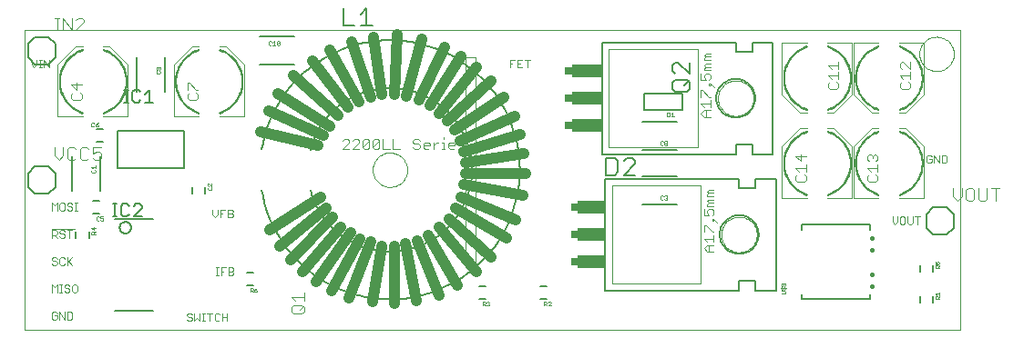
<source format=gto>
G75*
G70*
%OFA0B0*%
%FSLAX24Y24*%
%IPPOS*%
%LPD*%
%AMOC8*
5,1,8,0,0,1.08239X$1,22.5*
%
%ADD10C,0.0000*%
%ADD11C,0.0020*%
%ADD12C,0.0050*%
%ADD13C,0.0100*%
%ADD14C,0.0010*%
%ADD15C,0.0080*%
%ADD16C,0.0040*%
%ADD17C,0.0060*%
%ADD18C,0.0400*%
%ADD19C,0.0070*%
%ADD20C,0.0001*%
%ADD21C,0.0030*%
%ADD22R,0.0250X0.0300*%
%ADD23R,0.1100X0.0500*%
%ADD24R,0.1000X0.0500*%
D10*
X000175Y005250D02*
X000175Y016246D01*
X034420Y016246D01*
X034420Y005250D01*
X000175Y005250D01*
X012920Y011125D02*
X012922Y011175D01*
X012928Y011225D01*
X012938Y011274D01*
X012952Y011322D01*
X012969Y011369D01*
X012990Y011414D01*
X013015Y011458D01*
X013043Y011499D01*
X013075Y011538D01*
X013109Y011575D01*
X013146Y011609D01*
X013186Y011639D01*
X013228Y011666D01*
X013272Y011690D01*
X013318Y011711D01*
X013365Y011727D01*
X013413Y011740D01*
X013463Y011749D01*
X013512Y011754D01*
X013563Y011755D01*
X013613Y011752D01*
X013662Y011745D01*
X013711Y011734D01*
X013759Y011719D01*
X013805Y011701D01*
X013850Y011679D01*
X013893Y011653D01*
X013934Y011624D01*
X013973Y011592D01*
X014009Y011557D01*
X014041Y011519D01*
X014071Y011479D01*
X014098Y011436D01*
X014121Y011392D01*
X014140Y011346D01*
X014156Y011298D01*
X014168Y011249D01*
X014176Y011200D01*
X014180Y011150D01*
X014180Y011100D01*
X014176Y011050D01*
X014168Y011001D01*
X014156Y010952D01*
X014140Y010904D01*
X014121Y010858D01*
X014098Y010814D01*
X014071Y010771D01*
X014041Y010731D01*
X014009Y010693D01*
X013973Y010658D01*
X013934Y010626D01*
X013893Y010597D01*
X013850Y010571D01*
X013805Y010549D01*
X013759Y010531D01*
X013711Y010516D01*
X013662Y010505D01*
X013613Y010498D01*
X013563Y010495D01*
X013512Y010496D01*
X013463Y010501D01*
X013413Y010510D01*
X013365Y010523D01*
X013318Y010539D01*
X013272Y010560D01*
X013228Y010584D01*
X013186Y010611D01*
X013146Y010641D01*
X013109Y010675D01*
X013075Y010712D01*
X013043Y010751D01*
X013015Y010792D01*
X012990Y010836D01*
X012969Y010881D01*
X012952Y010928D01*
X012938Y010976D01*
X012928Y011025D01*
X012922Y011075D01*
X012920Y011125D01*
X016300Y007750D02*
X016675Y007750D01*
X016675Y015250D01*
X016300Y015250D01*
X016300Y007750D01*
X025675Y008750D02*
X025677Y008800D01*
X025683Y008850D01*
X025693Y008900D01*
X025706Y008948D01*
X025723Y008996D01*
X025744Y009042D01*
X025768Y009086D01*
X025796Y009128D01*
X025827Y009168D01*
X025861Y009205D01*
X025898Y009240D01*
X025937Y009271D01*
X025978Y009300D01*
X026022Y009325D01*
X026068Y009347D01*
X026115Y009365D01*
X026163Y009379D01*
X026212Y009390D01*
X026262Y009397D01*
X026312Y009400D01*
X026363Y009399D01*
X026413Y009394D01*
X026463Y009385D01*
X026511Y009373D01*
X026559Y009356D01*
X026605Y009336D01*
X026650Y009313D01*
X026693Y009286D01*
X026733Y009256D01*
X026771Y009223D01*
X026806Y009187D01*
X026839Y009148D01*
X026868Y009107D01*
X026894Y009064D01*
X026917Y009019D01*
X026936Y008972D01*
X026951Y008924D01*
X026963Y008875D01*
X026971Y008825D01*
X026975Y008775D01*
X026975Y008725D01*
X026971Y008675D01*
X026963Y008625D01*
X026951Y008576D01*
X026936Y008528D01*
X026917Y008481D01*
X026894Y008436D01*
X026868Y008393D01*
X026839Y008352D01*
X026806Y008313D01*
X026771Y008277D01*
X026733Y008244D01*
X026693Y008214D01*
X026650Y008187D01*
X026605Y008164D01*
X026559Y008144D01*
X026511Y008127D01*
X026463Y008115D01*
X026413Y008106D01*
X026363Y008101D01*
X026312Y008100D01*
X026262Y008103D01*
X026212Y008110D01*
X026163Y008121D01*
X026115Y008135D01*
X026068Y008153D01*
X026022Y008175D01*
X025978Y008200D01*
X025937Y008229D01*
X025898Y008260D01*
X025861Y008295D01*
X025827Y008332D01*
X025796Y008372D01*
X025768Y008414D01*
X025744Y008458D01*
X025723Y008504D01*
X025706Y008552D01*
X025693Y008600D01*
X025683Y008650D01*
X025677Y008700D01*
X025675Y008750D01*
X025550Y013750D02*
X025552Y013800D01*
X025558Y013850D01*
X025568Y013900D01*
X025581Y013948D01*
X025598Y013996D01*
X025619Y014042D01*
X025643Y014086D01*
X025671Y014128D01*
X025702Y014168D01*
X025736Y014205D01*
X025773Y014240D01*
X025812Y014271D01*
X025853Y014300D01*
X025897Y014325D01*
X025943Y014347D01*
X025990Y014365D01*
X026038Y014379D01*
X026087Y014390D01*
X026137Y014397D01*
X026187Y014400D01*
X026238Y014399D01*
X026288Y014394D01*
X026338Y014385D01*
X026386Y014373D01*
X026434Y014356D01*
X026480Y014336D01*
X026525Y014313D01*
X026568Y014286D01*
X026608Y014256D01*
X026646Y014223D01*
X026681Y014187D01*
X026714Y014148D01*
X026743Y014107D01*
X026769Y014064D01*
X026792Y014019D01*
X026811Y013972D01*
X026826Y013924D01*
X026838Y013875D01*
X026846Y013825D01*
X026850Y013775D01*
X026850Y013725D01*
X026846Y013675D01*
X026838Y013625D01*
X026826Y013576D01*
X026811Y013528D01*
X026792Y013481D01*
X026769Y013436D01*
X026743Y013393D01*
X026714Y013352D01*
X026681Y013313D01*
X026646Y013277D01*
X026608Y013244D01*
X026568Y013214D01*
X026525Y013187D01*
X026480Y013164D01*
X026434Y013144D01*
X026386Y013127D01*
X026338Y013115D01*
X026288Y013106D01*
X026238Y013101D01*
X026187Y013100D01*
X026137Y013103D01*
X026087Y013110D01*
X026038Y013121D01*
X025990Y013135D01*
X025943Y013153D01*
X025897Y013175D01*
X025853Y013200D01*
X025812Y013229D01*
X025773Y013260D01*
X025736Y013295D01*
X025702Y013332D01*
X025671Y013372D01*
X025643Y013414D01*
X025619Y013458D01*
X025598Y013504D01*
X025581Y013552D01*
X025568Y013600D01*
X025558Y013650D01*
X025552Y013700D01*
X025550Y013750D01*
X032920Y015375D02*
X032922Y015425D01*
X032928Y015475D01*
X032938Y015524D01*
X032952Y015572D01*
X032969Y015619D01*
X032990Y015664D01*
X033015Y015708D01*
X033043Y015749D01*
X033075Y015788D01*
X033109Y015825D01*
X033146Y015859D01*
X033186Y015889D01*
X033228Y015916D01*
X033272Y015940D01*
X033318Y015961D01*
X033365Y015977D01*
X033413Y015990D01*
X033463Y015999D01*
X033512Y016004D01*
X033563Y016005D01*
X033613Y016002D01*
X033662Y015995D01*
X033711Y015984D01*
X033759Y015969D01*
X033805Y015951D01*
X033850Y015929D01*
X033893Y015903D01*
X033934Y015874D01*
X033973Y015842D01*
X034009Y015807D01*
X034041Y015769D01*
X034071Y015729D01*
X034098Y015686D01*
X034121Y015642D01*
X034140Y015596D01*
X034156Y015548D01*
X034168Y015499D01*
X034176Y015450D01*
X034180Y015400D01*
X034180Y015350D01*
X034176Y015300D01*
X034168Y015251D01*
X034156Y015202D01*
X034140Y015154D01*
X034121Y015108D01*
X034098Y015064D01*
X034071Y015021D01*
X034041Y014981D01*
X034009Y014943D01*
X033973Y014908D01*
X033934Y014876D01*
X033893Y014847D01*
X033850Y014821D01*
X033805Y014799D01*
X033759Y014781D01*
X033711Y014766D01*
X033662Y014755D01*
X033613Y014748D01*
X033563Y014745D01*
X033512Y014746D01*
X033463Y014751D01*
X033413Y014760D01*
X033365Y014773D01*
X033318Y014789D01*
X033272Y014810D01*
X033228Y014834D01*
X033186Y014861D01*
X033146Y014891D01*
X033109Y014925D01*
X033075Y014962D01*
X033043Y015001D01*
X033015Y015042D01*
X032990Y015086D01*
X032969Y015131D01*
X032952Y015178D01*
X032938Y015226D01*
X032928Y015275D01*
X032922Y015325D01*
X032920Y015375D01*
D11*
X033232Y011665D02*
X033185Y011619D01*
X033185Y011432D01*
X033232Y011385D01*
X033325Y011385D01*
X033372Y011432D01*
X033372Y011525D01*
X033278Y011525D01*
X033372Y011619D02*
X033325Y011665D01*
X033232Y011665D01*
X033461Y011665D02*
X033648Y011385D01*
X033648Y011665D01*
X033737Y011665D02*
X033878Y011665D01*
X033924Y011619D01*
X033924Y011432D01*
X033878Y011385D01*
X033737Y011385D01*
X033737Y011665D01*
X033461Y011665D02*
X033461Y011385D01*
X032951Y009415D02*
X032764Y009415D01*
X032674Y009415D02*
X032674Y009182D01*
X032628Y009135D01*
X032534Y009135D01*
X032487Y009182D01*
X032487Y009415D01*
X032398Y009369D02*
X032398Y009182D01*
X032351Y009135D01*
X032258Y009135D01*
X032211Y009182D01*
X032211Y009369D01*
X032258Y009415D01*
X032351Y009415D01*
X032398Y009369D01*
X032122Y009415D02*
X032122Y009228D01*
X032028Y009135D01*
X031935Y009228D01*
X031935Y009415D01*
X032857Y009415D02*
X032857Y009135D01*
X024925Y010550D02*
X024925Y006950D01*
X021675Y006950D01*
X021675Y010550D01*
X024925Y010550D01*
X024800Y011950D02*
X024800Y015550D01*
X021550Y015550D01*
X021550Y011950D01*
X024800Y011950D01*
X018581Y014885D02*
X018581Y015165D01*
X018674Y015165D02*
X018487Y015165D01*
X018398Y015165D02*
X018211Y015165D01*
X018211Y014885D01*
X018398Y014885D01*
X018305Y015025D02*
X018211Y015025D01*
X018122Y015165D02*
X017935Y015165D01*
X017935Y014885D01*
X017935Y015025D02*
X018028Y015025D01*
X007799Y009619D02*
X007753Y009665D01*
X007612Y009665D01*
X007612Y009385D01*
X007753Y009385D01*
X007799Y009432D01*
X007799Y009478D01*
X007753Y009525D01*
X007612Y009525D01*
X007753Y009525D02*
X007799Y009572D01*
X007799Y009619D01*
X007523Y009665D02*
X007336Y009665D01*
X007336Y009385D01*
X007247Y009478D02*
X007247Y009665D01*
X007336Y009525D02*
X007430Y009525D01*
X007247Y009478D02*
X007153Y009385D01*
X007060Y009478D01*
X007060Y009665D01*
X007185Y007540D02*
X007278Y007540D01*
X007232Y007540D02*
X007232Y007260D01*
X007278Y007260D02*
X007185Y007260D01*
X007369Y007260D02*
X007369Y007540D01*
X007556Y007540D01*
X007645Y007540D02*
X007786Y007540D01*
X007832Y007494D01*
X007832Y007447D01*
X007786Y007400D01*
X007645Y007400D01*
X007645Y007260D02*
X007786Y007260D01*
X007832Y007307D01*
X007832Y007353D01*
X007786Y007400D01*
X007645Y007260D02*
X007645Y007540D01*
X007463Y007400D02*
X007369Y007400D01*
X007409Y005865D02*
X007409Y005585D01*
X007319Y005632D02*
X007273Y005585D01*
X007179Y005585D01*
X007133Y005632D01*
X007133Y005819D01*
X007179Y005865D01*
X007273Y005865D01*
X007319Y005819D01*
X007409Y005725D02*
X007596Y005725D01*
X007596Y005865D02*
X007596Y005585D01*
X006950Y005585D02*
X006950Y005865D01*
X007043Y005865D02*
X006856Y005865D01*
X006766Y005865D02*
X006672Y005865D01*
X006719Y005865D02*
X006719Y005585D01*
X006672Y005585D02*
X006766Y005585D01*
X006583Y005585D02*
X006583Y005865D01*
X006396Y005865D02*
X006396Y005585D01*
X006489Y005678D01*
X006583Y005585D01*
X006306Y005632D02*
X006260Y005585D01*
X006166Y005585D01*
X006120Y005632D01*
X006166Y005725D02*
X006260Y005725D01*
X006306Y005678D01*
X006306Y005632D01*
X006166Y005725D02*
X006120Y005772D01*
X006120Y005819D01*
X006166Y005865D01*
X006260Y005865D01*
X006306Y005819D01*
X002108Y006682D02*
X002108Y006869D01*
X002062Y006915D01*
X001968Y006915D01*
X001922Y006869D01*
X001922Y006682D01*
X001968Y006635D01*
X002062Y006635D01*
X002108Y006682D01*
X001832Y006682D02*
X001786Y006635D01*
X001692Y006635D01*
X001645Y006682D01*
X001555Y006635D02*
X001461Y006635D01*
X001508Y006635D02*
X001508Y006915D01*
X001461Y006915D02*
X001555Y006915D01*
X001645Y006869D02*
X001692Y006915D01*
X001786Y006915D01*
X001832Y006869D01*
X001786Y006775D02*
X001832Y006728D01*
X001832Y006682D01*
X001786Y006775D02*
X001692Y006775D01*
X001645Y006822D01*
X001645Y006869D01*
X001372Y006915D02*
X001372Y006635D01*
X001185Y006635D02*
X001185Y006915D01*
X001278Y006822D01*
X001372Y006915D01*
X001325Y007635D02*
X001232Y007635D01*
X001185Y007682D01*
X001232Y007775D02*
X001325Y007775D01*
X001372Y007728D01*
X001372Y007682D01*
X001325Y007635D01*
X001461Y007682D02*
X001461Y007869D01*
X001508Y007915D01*
X001601Y007915D01*
X001648Y007869D01*
X001737Y007915D02*
X001737Y007635D01*
X001737Y007728D02*
X001924Y007915D01*
X001784Y007775D02*
X001924Y007635D01*
X001648Y007682D02*
X001601Y007635D01*
X001508Y007635D01*
X001461Y007682D01*
X001372Y007869D02*
X001325Y007915D01*
X001232Y007915D01*
X001185Y007869D01*
X001185Y007822D01*
X001232Y007775D01*
X001185Y008635D02*
X001185Y008915D01*
X001325Y008915D01*
X001372Y008869D01*
X001372Y008775D01*
X001325Y008728D01*
X001185Y008728D01*
X001278Y008728D02*
X001372Y008635D01*
X001461Y008682D02*
X001508Y008635D01*
X001601Y008635D01*
X001648Y008682D01*
X001648Y008728D01*
X001601Y008775D01*
X001508Y008775D01*
X001461Y008822D01*
X001461Y008869D01*
X001508Y008915D01*
X001601Y008915D01*
X001648Y008869D01*
X001737Y008915D02*
X001924Y008915D01*
X002004Y008955D02*
X001175Y008955D01*
X001831Y008915D02*
X001831Y008635D01*
X001878Y009635D02*
X001784Y009635D01*
X001737Y009682D01*
X001648Y009682D02*
X001648Y009869D01*
X001601Y009915D01*
X001508Y009915D01*
X001461Y009869D01*
X001461Y009682D01*
X001508Y009635D01*
X001601Y009635D01*
X001648Y009682D01*
X001784Y009775D02*
X001878Y009775D01*
X001924Y009728D01*
X001924Y009682D01*
X001878Y009635D01*
X002014Y009635D02*
X002107Y009635D01*
X002060Y009635D02*
X002060Y009915D01*
X002014Y009915D02*
X002107Y009915D01*
X001924Y009869D02*
X001878Y009915D01*
X001784Y009915D01*
X001737Y009869D01*
X001737Y009822D01*
X001784Y009775D01*
X001372Y009915D02*
X001372Y009635D01*
X001185Y009635D02*
X001185Y009915D01*
X001278Y009822D01*
X001372Y009915D01*
X001325Y005915D02*
X001232Y005915D01*
X001185Y005869D01*
X001185Y005682D01*
X001232Y005635D01*
X001325Y005635D01*
X001372Y005682D01*
X001372Y005775D01*
X001278Y005775D01*
X001372Y005869D02*
X001325Y005915D01*
X001461Y005915D02*
X001648Y005635D01*
X001648Y005915D01*
X001737Y005915D02*
X001878Y005915D01*
X001924Y005869D01*
X001924Y005682D01*
X001878Y005635D01*
X001737Y005635D01*
X001737Y005915D01*
X001461Y005915D02*
X001461Y005635D01*
X001082Y014885D02*
X001082Y015165D01*
X000895Y015165D02*
X001082Y014885D01*
X000895Y014885D02*
X000895Y015165D01*
X000805Y015165D02*
X000711Y015165D01*
X000758Y015165D02*
X000758Y014885D01*
X000711Y014885D02*
X000805Y014885D01*
X000622Y014978D02*
X000622Y015165D01*
X000622Y014978D02*
X000528Y014885D01*
X000435Y014978D01*
X000435Y015165D01*
D12*
X003825Y014050D02*
X003975Y014050D01*
X003900Y014050D02*
X003900Y013600D01*
X003825Y013600D02*
X003975Y013600D01*
X004132Y013675D02*
X004207Y013600D01*
X004357Y013600D01*
X004432Y013675D01*
X004592Y013600D02*
X004893Y013600D01*
X004742Y013600D02*
X004742Y014050D01*
X004592Y013900D01*
X004432Y013975D02*
X004357Y014050D01*
X004207Y014050D01*
X004132Y013975D01*
X004132Y013675D01*
X004242Y009875D02*
X004167Y009800D01*
X004242Y009875D02*
X004393Y009875D01*
X004468Y009800D01*
X004468Y009725D01*
X004167Y009425D01*
X004468Y009425D01*
X004007Y009500D02*
X003932Y009425D01*
X003782Y009425D01*
X003707Y009500D01*
X003707Y009800D01*
X003782Y009875D01*
X003932Y009875D01*
X004007Y009800D01*
X003550Y009875D02*
X003400Y009875D01*
X003475Y009875D02*
X003475Y009425D01*
X003400Y009425D02*
X003550Y009425D01*
X022850Y013325D02*
X022850Y013925D01*
X024250Y013925D01*
X024250Y013325D01*
X022850Y013325D01*
X028607Y009112D02*
X028607Y008923D01*
X028607Y009112D02*
X031131Y009112D01*
X031131Y008923D01*
X031131Y008959D02*
X031131Y009112D01*
X031131Y006569D02*
X031131Y006380D01*
X028607Y006380D01*
X028607Y006569D01*
X028607Y006533D02*
X028607Y006380D01*
D13*
X031139Y006856D02*
X031141Y006868D01*
X031146Y006879D01*
X031155Y006888D01*
X031166Y006893D01*
X031178Y006895D01*
X031190Y006893D01*
X031201Y006888D01*
X031210Y006879D01*
X031215Y006868D01*
X031217Y006856D01*
X031215Y006844D01*
X031210Y006833D01*
X031201Y006824D01*
X031190Y006819D01*
X031178Y006817D01*
X031166Y006819D01*
X031155Y006824D01*
X031146Y006833D01*
X031141Y006844D01*
X031139Y006856D01*
X031139Y007293D02*
X031141Y007305D01*
X031146Y007316D01*
X031155Y007325D01*
X031166Y007330D01*
X031178Y007332D01*
X031190Y007330D01*
X031201Y007325D01*
X031210Y007316D01*
X031215Y007305D01*
X031217Y007293D01*
X031215Y007281D01*
X031210Y007270D01*
X031201Y007261D01*
X031190Y007256D01*
X031178Y007254D01*
X031166Y007256D01*
X031155Y007261D01*
X031146Y007270D01*
X031141Y007281D01*
X031139Y007293D01*
X031139Y008191D02*
X031141Y008203D01*
X031146Y008214D01*
X031155Y008223D01*
X031166Y008228D01*
X031178Y008230D01*
X031190Y008228D01*
X031201Y008223D01*
X031210Y008214D01*
X031215Y008203D01*
X031217Y008191D01*
X031215Y008179D01*
X031210Y008168D01*
X031201Y008159D01*
X031190Y008154D01*
X031178Y008152D01*
X031166Y008154D01*
X031155Y008159D01*
X031146Y008168D01*
X031141Y008179D01*
X031139Y008191D01*
X031139Y008628D02*
X031141Y008640D01*
X031146Y008651D01*
X031155Y008660D01*
X031166Y008665D01*
X031178Y008667D01*
X031190Y008665D01*
X031201Y008660D01*
X031210Y008651D01*
X031215Y008640D01*
X031217Y008628D01*
X031215Y008616D01*
X031210Y008605D01*
X031201Y008596D01*
X031190Y008591D01*
X031178Y008589D01*
X031166Y008591D01*
X031155Y008596D01*
X031146Y008605D01*
X031141Y008616D01*
X031139Y008628D01*
D14*
X033505Y007758D02*
X033505Y007658D01*
X033580Y007658D01*
X033555Y007708D01*
X033555Y007733D01*
X033580Y007758D01*
X033630Y007758D01*
X033655Y007733D01*
X033655Y007683D01*
X033630Y007658D01*
X033655Y007610D02*
X033605Y007560D01*
X033605Y007585D02*
X033605Y007510D01*
X033655Y007510D02*
X033505Y007510D01*
X033505Y007585D01*
X033530Y007610D01*
X033580Y007610D01*
X033605Y007585D01*
X033655Y006633D02*
X033655Y006533D01*
X033655Y006485D02*
X033605Y006435D01*
X033605Y006460D02*
X033605Y006385D01*
X033655Y006385D02*
X033505Y006385D01*
X033505Y006460D01*
X033530Y006485D01*
X033580Y006485D01*
X033605Y006460D01*
X033555Y006533D02*
X033505Y006583D01*
X033655Y006583D01*
X028048Y006771D02*
X027848Y006771D01*
X027873Y006746D02*
X027873Y006796D01*
X027898Y006821D01*
X027898Y006869D02*
X027923Y006869D01*
X027948Y006894D01*
X027948Y006944D01*
X027973Y006969D01*
X027998Y006969D01*
X028023Y006944D01*
X028023Y006894D01*
X027998Y006869D01*
X027973Y006869D01*
X027948Y006894D01*
X027948Y006944D02*
X027923Y006969D01*
X027898Y006969D01*
X027873Y006944D01*
X027873Y006894D01*
X027898Y006869D01*
X027948Y006796D02*
X027948Y006746D01*
X027923Y006721D01*
X027898Y006721D01*
X027873Y006746D01*
X027873Y006674D02*
X027998Y006674D01*
X028023Y006649D01*
X028023Y006599D01*
X027998Y006574D01*
X027873Y006574D01*
X027998Y006721D02*
X028023Y006746D01*
X028023Y006796D01*
X027998Y006821D01*
X027973Y006821D01*
X027948Y006796D01*
X023698Y010048D02*
X023673Y010023D01*
X023623Y010023D01*
X023598Y010048D01*
X023550Y010048D02*
X023525Y010023D01*
X023475Y010023D01*
X023450Y010048D01*
X023450Y010148D01*
X023475Y010173D01*
X023525Y010173D01*
X023550Y010148D01*
X023598Y010148D02*
X023623Y010173D01*
X023673Y010173D01*
X023698Y010148D01*
X023698Y010123D01*
X023673Y010098D01*
X023698Y010073D01*
X023698Y010048D01*
X023673Y010098D02*
X023648Y010098D01*
X023673Y012023D02*
X023623Y012023D01*
X023598Y012048D01*
X023598Y012073D01*
X023623Y012098D01*
X023673Y012098D01*
X023698Y012073D01*
X023698Y012048D01*
X023673Y012023D01*
X023673Y012098D02*
X023698Y012123D01*
X023698Y012148D01*
X023673Y012173D01*
X023623Y012173D01*
X023598Y012148D01*
X023598Y012123D01*
X023623Y012098D01*
X023550Y012048D02*
X023525Y012023D01*
X023475Y012023D01*
X023450Y012048D01*
X023450Y012148D01*
X023475Y012173D01*
X023525Y012173D01*
X023550Y012148D01*
X023693Y013076D02*
X023768Y013076D01*
X023794Y013101D01*
X023794Y013201D01*
X023768Y013226D01*
X023693Y013226D01*
X023693Y013076D01*
X023841Y013076D02*
X023941Y013076D01*
X023891Y013076D02*
X023891Y013226D01*
X023841Y013176D01*
X019408Y006295D02*
X019358Y006295D01*
X019333Y006270D01*
X019285Y006270D02*
X019285Y006220D01*
X019260Y006195D01*
X019185Y006195D01*
X019185Y006145D02*
X019185Y006295D01*
X019260Y006295D01*
X019285Y006270D01*
X019235Y006195D02*
X019285Y006145D01*
X019333Y006145D02*
X019433Y006245D01*
X019433Y006270D01*
X019408Y006295D01*
X019433Y006145D02*
X019333Y006145D01*
X017183Y006170D02*
X017158Y006145D01*
X017108Y006145D01*
X017083Y006170D01*
X017035Y006145D02*
X016985Y006195D01*
X017010Y006195D02*
X016935Y006195D01*
X016935Y006145D02*
X016935Y006295D01*
X017010Y006295D01*
X017035Y006270D01*
X017035Y006220D01*
X017010Y006195D01*
X017083Y006270D02*
X017108Y006295D01*
X017158Y006295D01*
X017183Y006270D01*
X017183Y006245D01*
X017158Y006220D01*
X017183Y006195D01*
X017183Y006170D01*
X017158Y006220D02*
X017133Y006220D01*
X008683Y006670D02*
X008683Y006695D01*
X008658Y006720D01*
X008583Y006720D01*
X008583Y006670D01*
X008608Y006645D01*
X008658Y006645D01*
X008683Y006670D01*
X008633Y006770D02*
X008583Y006720D01*
X008535Y006720D02*
X008510Y006695D01*
X008435Y006695D01*
X008435Y006645D02*
X008435Y006795D01*
X008510Y006795D01*
X008535Y006770D01*
X008535Y006720D01*
X008485Y006695D02*
X008535Y006645D01*
X008633Y006770D02*
X008683Y006795D01*
X003058Y009295D02*
X003033Y009270D01*
X002983Y009270D01*
X002958Y009295D01*
X002910Y009295D02*
X002885Y009270D01*
X002835Y009270D01*
X002810Y009295D01*
X002810Y009395D01*
X002835Y009420D01*
X002885Y009420D01*
X002910Y009395D01*
X002958Y009420D02*
X002958Y009345D01*
X003008Y009370D01*
X003033Y009370D01*
X003058Y009345D01*
X003058Y009295D01*
X003058Y009420D02*
X002958Y009420D01*
X002780Y008983D02*
X002630Y008983D01*
X002705Y008908D01*
X002705Y009008D01*
X002705Y008860D02*
X002730Y008835D01*
X002730Y008760D01*
X002780Y008760D02*
X002630Y008760D01*
X002630Y008835D01*
X002655Y008860D01*
X002705Y008860D01*
X002730Y008810D02*
X002780Y008860D01*
X006880Y010410D02*
X006905Y010385D01*
X007005Y010385D01*
X007030Y010410D01*
X007030Y010460D01*
X007005Y010485D01*
X007030Y010533D02*
X006930Y010633D01*
X006905Y010633D01*
X006880Y010608D01*
X006880Y010558D01*
X006905Y010533D01*
X006905Y010485D02*
X006880Y010460D01*
X006880Y010410D01*
X007030Y010533D02*
X007030Y010633D01*
X002777Y011050D02*
X002777Y011100D01*
X002752Y011125D01*
X002777Y011173D02*
X002777Y011273D01*
X002777Y011223D02*
X002627Y011223D01*
X002677Y011173D01*
X002652Y011125D02*
X002627Y011100D01*
X002627Y011050D01*
X002652Y011025D01*
X002752Y011025D01*
X002777Y011050D01*
X002802Y012705D02*
X002852Y012705D01*
X002877Y012730D01*
X002877Y012755D01*
X002852Y012780D01*
X002777Y012780D01*
X002777Y012730D01*
X002802Y012705D01*
X002730Y012730D02*
X002705Y012705D01*
X002655Y012705D01*
X002630Y012730D01*
X002630Y012830D01*
X002655Y012855D01*
X002705Y012855D01*
X002730Y012830D01*
X002777Y012780D02*
X002827Y012830D01*
X002877Y012855D01*
X005002Y014675D02*
X005027Y014650D01*
X005127Y014650D01*
X005152Y014675D01*
X005152Y014725D01*
X005127Y014750D01*
X005127Y014798D02*
X005152Y014823D01*
X005152Y014873D01*
X005127Y014898D01*
X005027Y014898D01*
X005002Y014873D01*
X005002Y014823D01*
X005027Y014798D01*
X005052Y014798D01*
X005077Y014823D01*
X005077Y014898D01*
X005027Y014750D02*
X005002Y014725D01*
X005002Y014675D01*
X009115Y015727D02*
X009140Y015702D01*
X009190Y015702D01*
X009215Y015727D01*
X009262Y015702D02*
X009362Y015702D01*
X009312Y015702D02*
X009312Y015852D01*
X009262Y015802D01*
X009215Y015827D02*
X009190Y015852D01*
X009140Y015852D01*
X009115Y015827D01*
X009115Y015727D01*
X009410Y015727D02*
X009510Y015827D01*
X009510Y015727D01*
X009485Y015702D01*
X009435Y015702D01*
X009410Y015727D01*
X009410Y015827D01*
X009435Y015852D01*
X009485Y015852D01*
X009510Y015827D01*
D15*
X010055Y016012D02*
X008795Y016012D01*
X008795Y014988D02*
X010055Y014988D01*
X005312Y015255D02*
X005312Y013995D01*
X004288Y013995D02*
X004288Y015255D01*
X001300Y015250D02*
X001300Y015750D01*
X001050Y016000D01*
X000550Y016000D01*
X000300Y015750D01*
X000300Y015250D01*
X000550Y015000D01*
X001050Y015000D01*
X001300Y015250D01*
X001913Y011630D02*
X001913Y010370D01*
X001300Y010500D02*
X001300Y011000D01*
X001050Y011250D01*
X000550Y011250D01*
X000300Y011000D01*
X000300Y010500D01*
X000550Y010250D01*
X001050Y010250D01*
X001300Y010500D01*
X002937Y010370D02*
X002937Y011630D01*
X022795Y011863D02*
X024055Y011863D01*
X024055Y012887D02*
X022795Y012887D01*
X022795Y010887D02*
X024055Y010887D01*
X024055Y009863D02*
X022795Y009863D01*
X033175Y009500D02*
X033175Y009000D01*
X033425Y008750D01*
X033925Y008750D01*
X034175Y009000D01*
X034175Y009500D01*
X033925Y009750D01*
X033425Y009750D01*
X033175Y009500D01*
D16*
X033080Y010095D02*
X032174Y010095D01*
X031426Y010095D02*
X030520Y010095D01*
X030520Y011985D01*
X031190Y012655D01*
X031426Y012655D01*
X032174Y012655D02*
X032410Y012655D01*
X033080Y011985D01*
X033080Y010095D01*
X034165Y010143D02*
X034318Y009990D01*
X034472Y010143D01*
X034472Y010450D01*
X034625Y010374D02*
X034625Y010067D01*
X034702Y009990D01*
X034856Y009990D01*
X034932Y010067D01*
X034932Y010374D01*
X034856Y010450D01*
X034702Y010450D01*
X034625Y010374D01*
X035086Y010450D02*
X035086Y010067D01*
X035163Y009990D01*
X035316Y009990D01*
X035393Y010067D01*
X035393Y010450D01*
X035546Y010450D02*
X035853Y010450D01*
X035700Y010450D02*
X035700Y009990D01*
X034165Y010143D02*
X034165Y010450D01*
X030455Y010095D02*
X029549Y010095D01*
X028801Y010095D02*
X027895Y010095D01*
X027895Y011985D01*
X028565Y012655D01*
X028801Y012655D01*
X029549Y012655D02*
X029785Y012655D01*
X030455Y011985D01*
X030455Y010095D01*
X025512Y009203D02*
X025395Y009320D01*
X025395Y009262D01*
X025337Y009262D01*
X025337Y009320D01*
X025395Y009320D01*
X025337Y009443D02*
X025395Y009501D01*
X025395Y009618D01*
X025337Y009676D01*
X025220Y009676D01*
X025161Y009618D01*
X025161Y009559D01*
X025220Y009443D01*
X025045Y009443D01*
X025045Y009676D01*
X025161Y009802D02*
X025161Y009860D01*
X025220Y009919D01*
X025161Y009977D01*
X025220Y010035D01*
X025395Y010035D01*
X025395Y009919D02*
X025220Y009919D01*
X025161Y009802D02*
X025395Y009802D01*
X025395Y010161D02*
X025161Y010161D01*
X025161Y010219D01*
X025220Y010278D01*
X025161Y010336D01*
X025220Y010394D01*
X025395Y010394D01*
X025395Y010278D02*
X025220Y010278D01*
X025103Y009078D02*
X025337Y008844D01*
X025395Y008844D01*
X025395Y008719D02*
X025395Y008485D01*
X025395Y008602D02*
X025045Y008602D01*
X025161Y008485D01*
X025161Y008359D02*
X025395Y008359D01*
X025220Y008359D02*
X025220Y008126D01*
X025161Y008126D02*
X025045Y008243D01*
X025161Y008359D01*
X025161Y008126D02*
X025395Y008126D01*
X025045Y008844D02*
X025045Y009078D01*
X025103Y009078D01*
X025100Y013065D02*
X025100Y013305D01*
X025040Y013305D02*
X025280Y013305D01*
X025280Y013433D02*
X025280Y013673D01*
X025280Y013553D02*
X024920Y013553D01*
X025040Y013433D01*
X025040Y013305D02*
X024920Y013185D01*
X025040Y013065D01*
X025280Y013065D01*
X025280Y013801D02*
X025220Y013801D01*
X024980Y014041D01*
X024920Y014041D01*
X024920Y013801D01*
X025220Y014230D02*
X025280Y014230D01*
X025280Y014290D01*
X025220Y014290D01*
X025220Y014230D01*
X025280Y014290D02*
X025400Y014170D01*
X025220Y014415D02*
X025280Y014475D01*
X025280Y014595D01*
X025220Y014655D01*
X025100Y014655D01*
X025040Y014595D01*
X025040Y014535D01*
X025100Y014415D01*
X024920Y014415D01*
X024920Y014655D01*
X025040Y014783D02*
X025040Y014843D01*
X025100Y014903D01*
X025040Y014964D01*
X025100Y015024D01*
X025280Y015024D01*
X025280Y014903D02*
X025100Y014903D01*
X025040Y014783D02*
X025280Y014783D01*
X025280Y015152D02*
X025040Y015152D01*
X025040Y015212D01*
X025100Y015272D01*
X025040Y015332D01*
X025100Y015392D01*
X025280Y015392D01*
X025280Y015272D02*
X025100Y015272D01*
X027895Y015780D02*
X027895Y013890D01*
X028565Y013220D01*
X028801Y013220D01*
X029549Y013220D02*
X029785Y013220D01*
X030455Y013890D01*
X030455Y015780D01*
X029549Y015780D01*
X028801Y015780D02*
X027895Y015780D01*
X030520Y015780D02*
X031426Y015780D01*
X032174Y015780D02*
X033080Y015780D01*
X033080Y013890D01*
X032410Y013220D01*
X032174Y013220D01*
X031426Y013220D02*
X031190Y013220D01*
X030520Y013890D01*
X030520Y015780D01*
X016296Y012135D02*
X016116Y012135D01*
X016056Y012075D01*
X016116Y012015D01*
X016236Y012015D01*
X016296Y011955D01*
X016236Y011895D01*
X016056Y011895D01*
X015928Y012015D02*
X015687Y012015D01*
X015687Y011955D02*
X015687Y012075D01*
X015747Y012135D01*
X015867Y012135D01*
X015928Y012075D01*
X015928Y012015D01*
X015867Y011895D02*
X015747Y011895D01*
X015687Y011955D01*
X015562Y011895D02*
X015442Y011895D01*
X015502Y011895D02*
X015502Y012135D01*
X015442Y012135D01*
X015315Y012135D02*
X015255Y012135D01*
X015135Y012015D01*
X015135Y011895D02*
X015135Y012135D01*
X015007Y012075D02*
X015007Y012015D01*
X014767Y012015D01*
X014767Y011955D02*
X014767Y012075D01*
X014827Y012135D01*
X014947Y012135D01*
X015007Y012075D01*
X014947Y011895D02*
X014827Y011895D01*
X014767Y011955D01*
X014638Y011955D02*
X014578Y011895D01*
X014458Y011895D01*
X014398Y011955D01*
X014458Y012075D02*
X014578Y012075D01*
X014638Y012015D01*
X014638Y011955D01*
X014458Y012075D02*
X014398Y012135D01*
X014398Y012195D01*
X014458Y012255D01*
X014578Y012255D01*
X014638Y012195D01*
X013902Y011895D02*
X013662Y011895D01*
X013662Y012255D01*
X013293Y012255D02*
X013293Y011895D01*
X013533Y011895D01*
X013165Y011955D02*
X013105Y011895D01*
X012985Y011895D01*
X012925Y011955D01*
X013165Y012195D01*
X013165Y011955D01*
X012925Y011955D02*
X012925Y012195D01*
X012985Y012255D01*
X013105Y012255D01*
X013165Y012195D01*
X012797Y012195D02*
X012557Y011955D01*
X012617Y011895D01*
X012737Y011895D01*
X012797Y011955D01*
X012797Y012195D01*
X012737Y012255D01*
X012617Y012255D01*
X012557Y012195D01*
X012557Y011955D01*
X012429Y011895D02*
X012188Y011895D01*
X012429Y012135D01*
X012429Y012195D01*
X012368Y012255D01*
X012248Y012255D01*
X012188Y012195D01*
X012060Y012195D02*
X012000Y012255D01*
X011880Y012255D01*
X011820Y012195D01*
X012060Y012195D02*
X012060Y012135D01*
X011820Y011895D01*
X012060Y011895D01*
X015502Y012255D02*
X015502Y012315D01*
X008205Y013095D02*
X007299Y013095D01*
X008205Y013095D02*
X008205Y014985D01*
X007535Y015655D01*
X007299Y015655D01*
X006551Y015655D02*
X006315Y015655D01*
X005645Y014985D01*
X005645Y013095D01*
X006551Y013095D01*
X003955Y013095D02*
X003049Y013095D01*
X002301Y013095D02*
X001395Y013095D01*
X001395Y014985D01*
X002065Y015655D01*
X002301Y015655D01*
X003049Y015655D02*
X003285Y015655D01*
X003955Y014985D01*
X003955Y013095D01*
X002978Y011950D02*
X002671Y011950D01*
X002671Y011720D01*
X002825Y011797D01*
X002901Y011797D01*
X002978Y011720D01*
X002978Y011567D01*
X002901Y011490D01*
X002748Y011490D01*
X002671Y011567D01*
X002518Y011567D02*
X002441Y011490D01*
X002288Y011490D01*
X002211Y011567D01*
X002211Y011874D01*
X002288Y011950D01*
X002441Y011950D01*
X002518Y011874D01*
X002057Y011874D02*
X001981Y011950D01*
X001827Y011950D01*
X001750Y011874D01*
X001750Y011567D01*
X001827Y011490D01*
X001981Y011490D01*
X002057Y011567D01*
X001597Y011643D02*
X001597Y011950D01*
X001597Y011643D02*
X001443Y011490D01*
X001290Y011643D01*
X001290Y011950D01*
X001290Y016240D02*
X001443Y016240D01*
X001367Y016240D02*
X001367Y016700D01*
X001443Y016700D02*
X001290Y016700D01*
X001597Y016700D02*
X001904Y016240D01*
X001904Y016700D01*
X002057Y016624D02*
X002134Y016700D01*
X002288Y016700D01*
X002364Y016624D01*
X002364Y016547D01*
X002057Y016240D01*
X002364Y016240D01*
X001597Y016240D02*
X001597Y016700D01*
X010405Y006617D02*
X010405Y006310D01*
X010405Y006463D02*
X009945Y006463D01*
X010098Y006310D01*
X010021Y006156D02*
X010328Y006156D01*
X010405Y006079D01*
X010405Y005926D01*
X010328Y005849D01*
X010021Y005849D01*
X009945Y005926D01*
X009945Y006079D01*
X010021Y006156D01*
X010252Y006003D02*
X010405Y006156D01*
D17*
X008543Y006889D02*
X008307Y006889D01*
X008307Y007361D02*
X008543Y007361D01*
X004880Y005945D02*
X003470Y005945D01*
X002536Y008632D02*
X002536Y008868D01*
X002064Y008868D02*
X002064Y008632D01*
X003470Y009305D02*
X004880Y009305D01*
X003660Y009005D02*
X003662Y009034D01*
X003668Y009062D01*
X003677Y009089D01*
X003691Y009114D01*
X003707Y009138D01*
X003727Y009158D01*
X003749Y009177D01*
X003773Y009191D01*
X003800Y009203D01*
X003827Y009211D01*
X003856Y009215D01*
X003884Y009215D01*
X003913Y009211D01*
X003940Y009203D01*
X003967Y009191D01*
X003991Y009177D01*
X004013Y009158D01*
X004033Y009138D01*
X004049Y009114D01*
X004063Y009089D01*
X004072Y009062D01*
X004078Y009034D01*
X004080Y009005D01*
X004078Y008976D01*
X004072Y008948D01*
X004063Y008921D01*
X004049Y008896D01*
X004033Y008872D01*
X004013Y008852D01*
X003991Y008833D01*
X003967Y008819D01*
X003940Y008807D01*
X003913Y008799D01*
X003884Y008795D01*
X003856Y008795D01*
X003827Y008799D01*
X003800Y008807D01*
X003773Y008819D01*
X003749Y008833D01*
X003727Y008852D01*
X003707Y008872D01*
X003691Y008896D01*
X003677Y008921D01*
X003668Y008948D01*
X003662Y008976D01*
X003660Y009005D01*
X002918Y009514D02*
X002682Y009514D01*
X002682Y009986D02*
X002918Y009986D01*
X003570Y011194D02*
X006030Y011194D01*
X006030Y012556D01*
X003570Y012556D01*
X003570Y011194D01*
X003043Y012139D02*
X002807Y012139D01*
X002807Y012611D02*
X003043Y012611D01*
X006314Y010493D02*
X006314Y010257D01*
X006786Y010257D02*
X006786Y010493D01*
X008859Y010377D02*
X008901Y010149D01*
X008955Y009923D01*
X009019Y009700D01*
X009094Y009480D01*
X009180Y009264D01*
X009276Y009052D01*
X009382Y008846D01*
X009499Y008645D01*
X009625Y008450D01*
X009760Y008261D01*
X009905Y008079D01*
X010058Y007905D01*
X010220Y007738D01*
X010389Y007579D01*
X010567Y007429D01*
X010751Y007287D01*
X010942Y007155D01*
X011139Y007032D01*
X011342Y006919D01*
X011550Y006816D01*
X011763Y006724D01*
X011981Y006642D01*
X012202Y006570D01*
X012426Y006510D01*
X012653Y006460D01*
X012882Y006422D01*
X013113Y006395D01*
X013345Y006379D01*
X013577Y006375D01*
X013809Y006382D01*
X014041Y006400D01*
X014271Y006430D01*
X014500Y006471D01*
X014726Y006523D01*
X014950Y006586D01*
X015170Y006660D01*
X015386Y006744D01*
X015598Y006839D01*
X015805Y006945D01*
X016007Y007060D01*
X016203Y007185D01*
X016392Y007319D01*
X016575Y007463D01*
X016750Y007615D01*
X016918Y007776D01*
X017078Y007944D01*
X017229Y008121D01*
X017372Y008304D01*
X017505Y008494D01*
X017629Y008691D01*
X017743Y008893D01*
X017847Y009101D01*
X017941Y009313D01*
X018024Y009530D01*
X018097Y009751D01*
X018159Y009975D01*
X018209Y010202D01*
X018249Y010431D01*
X018277Y010661D01*
X018294Y010893D01*
X018300Y011125D01*
X018294Y011357D01*
X018277Y011589D01*
X018249Y011819D01*
X018209Y012048D01*
X018159Y012275D01*
X018097Y012499D01*
X018024Y012720D01*
X017941Y012937D01*
X017847Y013149D01*
X017743Y013357D01*
X017629Y013559D01*
X017505Y013756D01*
X017372Y013946D01*
X017229Y014129D01*
X017078Y014306D01*
X016918Y014474D01*
X016750Y014635D01*
X016575Y014787D01*
X016392Y014931D01*
X016203Y015065D01*
X016007Y015190D01*
X015805Y015305D01*
X015598Y015411D01*
X015386Y015506D01*
X015170Y015590D01*
X014950Y015664D01*
X014726Y015727D01*
X014500Y015779D01*
X014271Y015820D01*
X014041Y015850D01*
X013809Y015868D01*
X013577Y015875D01*
X013345Y015871D01*
X013113Y015855D01*
X012882Y015828D01*
X012653Y015790D01*
X012426Y015740D01*
X012202Y015680D01*
X011981Y015608D01*
X011763Y015526D01*
X011550Y015434D01*
X011342Y015331D01*
X011139Y015218D01*
X010942Y015095D01*
X010751Y014963D01*
X010567Y014821D01*
X010389Y014671D01*
X010220Y014512D01*
X010058Y014345D01*
X009905Y014171D01*
X009760Y013989D01*
X009625Y013800D01*
X009499Y013605D01*
X009382Y013404D01*
X009276Y013198D01*
X009180Y012986D01*
X009094Y012770D01*
X009019Y012550D01*
X008955Y012327D01*
X008901Y012101D01*
X008859Y011873D01*
X010644Y011869D02*
X010684Y012011D01*
X010731Y012150D01*
X010784Y012287D01*
X010844Y012421D01*
X010911Y012552D01*
X010984Y012679D01*
X011063Y012803D01*
X011148Y012923D01*
X011239Y013038D01*
X011336Y013149D01*
X011438Y013255D01*
X011545Y013356D01*
X011656Y013452D01*
X011773Y013542D01*
X011893Y013626D01*
X012017Y013704D01*
X012146Y013776D01*
X012277Y013842D01*
X012412Y013901D01*
X012549Y013953D01*
X012689Y013999D01*
X012831Y014037D01*
X012974Y014069D01*
X013119Y014094D01*
X013265Y014111D01*
X013412Y014122D01*
X013558Y014125D01*
X013705Y014121D01*
X013852Y014110D01*
X013998Y014091D01*
X014143Y014066D01*
X014286Y014033D01*
X014427Y013994D01*
X014567Y013947D01*
X014704Y013894D01*
X014838Y013834D01*
X014969Y013768D01*
X015097Y013695D01*
X015221Y013616D01*
X015341Y013532D01*
X015457Y013441D01*
X015568Y013345D01*
X015674Y013243D01*
X015776Y013137D01*
X015871Y013025D01*
X015962Y012909D01*
X016046Y012789D01*
X016125Y012665D01*
X016197Y012537D01*
X016263Y012406D01*
X016322Y012271D01*
X016375Y012134D01*
X016421Y011994D01*
X016460Y011853D01*
X016493Y011709D01*
X016518Y011564D01*
X016536Y011419D01*
X016546Y011272D01*
X016550Y011125D01*
X016546Y010978D01*
X016536Y010831D01*
X016518Y010686D01*
X016493Y010541D01*
X016460Y010397D01*
X016421Y010256D01*
X016375Y010116D01*
X016322Y009979D01*
X016263Y009844D01*
X016197Y009713D01*
X016125Y009585D01*
X016046Y009461D01*
X015962Y009341D01*
X015871Y009225D01*
X015776Y009113D01*
X015674Y009007D01*
X015568Y008905D01*
X015457Y008809D01*
X015341Y008718D01*
X015221Y008634D01*
X015097Y008555D01*
X014969Y008482D01*
X014838Y008416D01*
X014704Y008356D01*
X014567Y008303D01*
X014427Y008256D01*
X014286Y008217D01*
X014143Y008184D01*
X013998Y008159D01*
X013852Y008140D01*
X013705Y008129D01*
X013558Y008125D01*
X013412Y008128D01*
X013265Y008139D01*
X013119Y008156D01*
X012974Y008181D01*
X012831Y008213D01*
X012689Y008251D01*
X012549Y008297D01*
X012412Y008349D01*
X012277Y008408D01*
X012146Y008474D01*
X012017Y008546D01*
X011893Y008624D01*
X011773Y008708D01*
X011656Y008798D01*
X011545Y008894D01*
X011438Y008995D01*
X011336Y009101D01*
X011239Y009212D01*
X011148Y009327D01*
X011063Y009447D01*
X010984Y009571D01*
X010911Y009698D01*
X010844Y009829D01*
X010784Y009963D01*
X010731Y010100D01*
X010684Y010239D01*
X010644Y010381D01*
X016807Y006861D02*
X017043Y006861D01*
X017043Y006389D02*
X016807Y006389D01*
X019057Y006389D02*
X019293Y006389D01*
X019293Y006861D02*
X019057Y006861D01*
X021425Y006700D02*
X026325Y006700D01*
X026325Y007050D01*
X026925Y007050D01*
X026925Y006700D01*
X027675Y006700D01*
X027675Y010800D01*
X026925Y010800D01*
X026925Y010450D01*
X026325Y010450D01*
X026325Y010800D01*
X021425Y010800D01*
X021425Y006700D01*
X025615Y008750D02*
X025617Y008803D01*
X025623Y008856D01*
X025633Y008908D01*
X025647Y008959D01*
X025664Y009009D01*
X025685Y009058D01*
X025710Y009105D01*
X025738Y009150D01*
X025770Y009193D01*
X025805Y009233D01*
X025842Y009270D01*
X025882Y009305D01*
X025925Y009337D01*
X025970Y009365D01*
X026017Y009390D01*
X026066Y009411D01*
X026116Y009428D01*
X026167Y009442D01*
X026219Y009452D01*
X026272Y009458D01*
X026325Y009460D01*
X026378Y009458D01*
X026431Y009452D01*
X026483Y009442D01*
X026534Y009428D01*
X026584Y009411D01*
X026633Y009390D01*
X026680Y009365D01*
X026725Y009337D01*
X026768Y009305D01*
X026808Y009270D01*
X026845Y009233D01*
X026880Y009193D01*
X026912Y009150D01*
X026940Y009105D01*
X026965Y009058D01*
X026986Y009009D01*
X027003Y008959D01*
X027017Y008908D01*
X027027Y008856D01*
X027033Y008803D01*
X027035Y008750D01*
X027033Y008697D01*
X027027Y008644D01*
X027017Y008592D01*
X027003Y008541D01*
X026986Y008491D01*
X026965Y008442D01*
X026940Y008395D01*
X026912Y008350D01*
X026880Y008307D01*
X026845Y008267D01*
X026808Y008230D01*
X026768Y008195D01*
X026725Y008163D01*
X026680Y008135D01*
X026633Y008110D01*
X026584Y008089D01*
X026534Y008072D01*
X026483Y008058D01*
X026431Y008048D01*
X026378Y008042D01*
X026325Y008040D01*
X026272Y008042D01*
X026219Y008048D01*
X026167Y008058D01*
X026116Y008072D01*
X026066Y008089D01*
X026017Y008110D01*
X025970Y008135D01*
X025925Y008163D01*
X025882Y008195D01*
X025842Y008230D01*
X025805Y008267D01*
X025770Y008307D01*
X025738Y008350D01*
X025710Y008395D01*
X025685Y008442D01*
X025664Y008491D01*
X025647Y008541D01*
X025633Y008592D01*
X025623Y008644D01*
X025617Y008697D01*
X025615Y008750D01*
X026200Y011700D02*
X021300Y011700D01*
X021300Y015800D01*
X026200Y015800D01*
X026200Y015450D01*
X026800Y015450D01*
X026800Y015800D01*
X027550Y015800D01*
X027550Y011700D01*
X026800Y011700D01*
X026800Y012050D01*
X026200Y012050D01*
X026200Y011700D01*
X025490Y013750D02*
X025492Y013803D01*
X025498Y013856D01*
X025508Y013908D01*
X025522Y013959D01*
X025539Y014009D01*
X025560Y014058D01*
X025585Y014105D01*
X025613Y014150D01*
X025645Y014193D01*
X025680Y014233D01*
X025717Y014270D01*
X025757Y014305D01*
X025800Y014337D01*
X025845Y014365D01*
X025892Y014390D01*
X025941Y014411D01*
X025991Y014428D01*
X026042Y014442D01*
X026094Y014452D01*
X026147Y014458D01*
X026200Y014460D01*
X026253Y014458D01*
X026306Y014452D01*
X026358Y014442D01*
X026409Y014428D01*
X026459Y014411D01*
X026508Y014390D01*
X026555Y014365D01*
X026600Y014337D01*
X026643Y014305D01*
X026683Y014270D01*
X026720Y014233D01*
X026755Y014193D01*
X026787Y014150D01*
X026815Y014105D01*
X026840Y014058D01*
X026861Y014009D01*
X026878Y013959D01*
X026892Y013908D01*
X026902Y013856D01*
X026908Y013803D01*
X026910Y013750D01*
X026908Y013697D01*
X026902Y013644D01*
X026892Y013592D01*
X026878Y013541D01*
X026861Y013491D01*
X026840Y013442D01*
X026815Y013395D01*
X026787Y013350D01*
X026755Y013307D01*
X026720Y013267D01*
X026683Y013230D01*
X026643Y013195D01*
X026600Y013163D01*
X026555Y013135D01*
X026508Y013110D01*
X026459Y013089D01*
X026409Y013072D01*
X026358Y013058D01*
X026306Y013048D01*
X026253Y013042D01*
X026200Y013040D01*
X026147Y013042D01*
X026094Y013048D01*
X026042Y013058D01*
X025991Y013072D01*
X025941Y013089D01*
X025892Y013110D01*
X025845Y013135D01*
X025800Y013163D01*
X025757Y013195D01*
X025717Y013230D01*
X025680Y013267D01*
X025645Y013307D01*
X025613Y013350D01*
X025585Y013395D01*
X025560Y013442D01*
X025539Y013491D01*
X025522Y013541D01*
X025508Y013592D01*
X025498Y013644D01*
X025492Y013697D01*
X025490Y013750D01*
X032939Y007618D02*
X032939Y007382D01*
X033411Y007382D02*
X033411Y007618D01*
X033411Y006493D02*
X033411Y006257D01*
X032939Y006257D02*
X032939Y006493D01*
D18*
X018400Y010175D02*
X016250Y010575D01*
X016300Y010975D02*
X018500Y010975D01*
X018450Y011725D02*
X016300Y011375D01*
X016250Y011775D02*
X018300Y012425D01*
X018100Y013075D02*
X016100Y012175D01*
X015900Y012575D02*
X017700Y013775D01*
X017250Y014375D02*
X015650Y012925D01*
X015350Y013175D02*
X016700Y014875D01*
X016150Y015275D02*
X015000Y013475D01*
X014600Y013675D02*
X015550Y015625D01*
X014700Y015925D02*
X014150Y013825D01*
X013700Y013875D02*
X013800Y016075D01*
X012950Y015975D02*
X013250Y013875D01*
X012850Y013775D02*
X012150Y015825D01*
X011350Y015525D02*
X012400Y013625D01*
X012000Y013425D02*
X010700Y015125D01*
X010000Y014575D02*
X011650Y013125D01*
X011350Y012725D02*
X009450Y013925D01*
X009100Y013275D02*
X011100Y012375D01*
X010900Y012025D02*
X008800Y012525D01*
X011000Y010125D02*
X009150Y008925D01*
X009500Y008325D02*
X011200Y009725D01*
X011450Y009375D02*
X009900Y007825D01*
X010350Y007375D02*
X011750Y009025D01*
X012100Y008825D02*
X010850Y007025D01*
X011400Y006675D02*
X012450Y008575D01*
X012850Y008475D02*
X012050Y006425D01*
X012900Y006275D02*
X013250Y008325D01*
X013700Y008325D02*
X013700Y006225D01*
X014500Y006325D02*
X014100Y008425D01*
X014550Y008525D02*
X015350Y006525D01*
X016000Y006875D02*
X014950Y008725D01*
X015350Y009025D02*
X016700Y007375D01*
X017250Y007925D02*
X015700Y009325D01*
X015950Y009725D02*
X017800Y008625D01*
X018150Y009275D02*
X016150Y010125D01*
D19*
X021460Y010935D02*
X021775Y010935D01*
X021880Y011040D01*
X021880Y011460D01*
X021775Y011566D01*
X021460Y011566D01*
X021460Y010935D01*
X022105Y010935D02*
X022525Y011355D01*
X022525Y011460D01*
X022420Y011566D01*
X022210Y011566D01*
X022105Y011460D01*
X022105Y010935D02*
X022525Y010935D01*
X023990Y013996D02*
X023884Y014101D01*
X023884Y014311D01*
X023990Y014416D01*
X024410Y014416D01*
X024515Y014311D01*
X024515Y014101D01*
X024410Y013996D01*
X023990Y013996D01*
X024305Y014206D02*
X024515Y014416D01*
X024515Y014640D02*
X024095Y015061D01*
X023990Y015061D01*
X023884Y014956D01*
X023884Y014746D01*
X023990Y014640D01*
X024515Y014640D02*
X024515Y015061D01*
X012900Y016410D02*
X012480Y016410D01*
X012690Y016410D02*
X012690Y017041D01*
X012480Y016830D01*
X012255Y016410D02*
X011835Y016410D01*
X011835Y017041D01*
D20*
X006545Y015555D02*
X006557Y015518D01*
X006556Y015518D02*
X006492Y015495D01*
X006428Y015468D01*
X006367Y015438D01*
X006307Y015405D01*
X006249Y015368D01*
X006193Y015327D01*
X006140Y015284D01*
X006089Y015237D01*
X006041Y015188D01*
X005996Y015136D01*
X005954Y015082D01*
X005915Y015025D01*
X005880Y014967D01*
X005848Y014906D01*
X005819Y014843D01*
X005794Y014779D01*
X005773Y014714D01*
X005755Y014647D01*
X005742Y014580D01*
X005732Y014512D01*
X005726Y014444D01*
X005724Y014375D01*
X005726Y014306D01*
X005732Y014238D01*
X005742Y014170D01*
X005755Y014103D01*
X005773Y014036D01*
X005794Y013971D01*
X005819Y013907D01*
X005848Y013844D01*
X005880Y013783D01*
X005915Y013725D01*
X005954Y013668D01*
X005996Y013614D01*
X006041Y013562D01*
X006089Y013513D01*
X006140Y013466D01*
X006193Y013423D01*
X006249Y013382D01*
X006307Y013345D01*
X006367Y013312D01*
X006428Y013282D01*
X006492Y013255D01*
X006556Y013232D01*
X006545Y013195D01*
X006544Y013195D01*
X006479Y013218D01*
X006415Y013245D01*
X006353Y013275D01*
X006292Y013309D01*
X006233Y013346D01*
X006177Y013386D01*
X006123Y013429D01*
X006071Y013476D01*
X006022Y013525D01*
X005976Y013577D01*
X005933Y013631D01*
X005893Y013688D01*
X005856Y013747D01*
X005823Y013807D01*
X005793Y013870D01*
X005766Y013934D01*
X005743Y013999D01*
X005724Y014066D01*
X005709Y014134D01*
X005697Y014202D01*
X005689Y014271D01*
X005685Y014340D01*
X005685Y014410D01*
X005689Y014479D01*
X005697Y014548D01*
X005709Y014616D01*
X005724Y014684D01*
X005743Y014751D01*
X005766Y014816D01*
X005793Y014880D01*
X005823Y014943D01*
X005856Y015003D01*
X005893Y015062D01*
X005933Y015119D01*
X005976Y015173D01*
X006022Y015225D01*
X006071Y015274D01*
X006123Y015321D01*
X006177Y015364D01*
X006233Y015404D01*
X006292Y015441D01*
X006353Y015475D01*
X006415Y015505D01*
X006479Y015532D01*
X006544Y015555D01*
X006545Y015554D01*
X006479Y015531D01*
X006415Y015504D01*
X006353Y015474D01*
X006293Y015440D01*
X006234Y015403D01*
X006178Y015363D01*
X006123Y015320D01*
X006072Y015273D01*
X006023Y015224D01*
X005977Y015173D01*
X005934Y015118D01*
X005894Y015062D01*
X005857Y015003D01*
X005823Y014942D01*
X005793Y014880D01*
X005767Y014816D01*
X005744Y014750D01*
X005725Y014684D01*
X005710Y014616D01*
X005698Y014548D01*
X005690Y014479D01*
X005686Y014410D01*
X005686Y014340D01*
X005690Y014271D01*
X005698Y014202D01*
X005710Y014134D01*
X005725Y014066D01*
X005744Y014000D01*
X005767Y013934D01*
X005793Y013870D01*
X005823Y013808D01*
X005857Y013747D01*
X005894Y013688D01*
X005934Y013632D01*
X005977Y013577D01*
X006023Y013526D01*
X006072Y013477D01*
X006123Y013430D01*
X006178Y013387D01*
X006234Y013347D01*
X006293Y013310D01*
X006353Y013276D01*
X006415Y013246D01*
X006479Y013219D01*
X006545Y013196D01*
X006545Y013197D01*
X006480Y013220D01*
X006416Y013247D01*
X006354Y013277D01*
X006293Y013310D01*
X006234Y013347D01*
X006178Y013388D01*
X006124Y013431D01*
X006073Y013477D01*
X006024Y013526D01*
X005978Y013578D01*
X005935Y013632D01*
X005895Y013689D01*
X005858Y013748D01*
X005824Y013808D01*
X005794Y013871D01*
X005768Y013935D01*
X005745Y014000D01*
X005726Y014067D01*
X005711Y014134D01*
X005699Y014202D01*
X005691Y014271D01*
X005687Y014340D01*
X005687Y014410D01*
X005691Y014479D01*
X005699Y014548D01*
X005711Y014616D01*
X005726Y014683D01*
X005745Y014750D01*
X005768Y014815D01*
X005794Y014879D01*
X005824Y014942D01*
X005858Y015002D01*
X005895Y015061D01*
X005935Y015118D01*
X005978Y015172D01*
X006024Y015224D01*
X006073Y015273D01*
X006124Y015319D01*
X006178Y015362D01*
X006234Y015403D01*
X006293Y015440D01*
X006354Y015473D01*
X006416Y015503D01*
X006480Y015530D01*
X006545Y015553D01*
X006545Y015552D01*
X006480Y015529D01*
X006416Y015503D01*
X006354Y015472D01*
X006294Y015439D01*
X006235Y015402D01*
X006179Y015362D01*
X006125Y015318D01*
X006073Y015272D01*
X006024Y015223D01*
X005978Y015171D01*
X005935Y015117D01*
X005895Y015061D01*
X005859Y015002D01*
X005825Y014941D01*
X005795Y014879D01*
X005769Y014815D01*
X005746Y014750D01*
X005727Y014683D01*
X005712Y014616D01*
X005700Y014547D01*
X005692Y014479D01*
X005688Y014410D01*
X005688Y014340D01*
X005692Y014271D01*
X005700Y014203D01*
X005712Y014134D01*
X005727Y014067D01*
X005746Y014000D01*
X005769Y013935D01*
X005795Y013871D01*
X005825Y013809D01*
X005859Y013748D01*
X005895Y013689D01*
X005935Y013633D01*
X005978Y013579D01*
X006024Y013527D01*
X006073Y013478D01*
X006125Y013432D01*
X006179Y013388D01*
X006235Y013348D01*
X006294Y013311D01*
X006354Y013278D01*
X006416Y013247D01*
X006480Y013221D01*
X006545Y013198D01*
X006546Y013199D01*
X006480Y013222D01*
X006417Y013248D01*
X006354Y013279D01*
X006294Y013312D01*
X006236Y013349D01*
X006179Y013389D01*
X006125Y013433D01*
X006074Y013479D01*
X006025Y013528D01*
X005979Y013579D01*
X005936Y013633D01*
X005896Y013690D01*
X005860Y013749D01*
X005826Y013809D01*
X005796Y013871D01*
X005770Y013935D01*
X005747Y014001D01*
X005728Y014067D01*
X005713Y014135D01*
X005701Y014203D01*
X005693Y014271D01*
X005689Y014340D01*
X005689Y014410D01*
X005693Y014479D01*
X005701Y014547D01*
X005713Y014615D01*
X005728Y014683D01*
X005747Y014749D01*
X005770Y014815D01*
X005796Y014879D01*
X005826Y014941D01*
X005860Y015001D01*
X005896Y015060D01*
X005936Y015117D01*
X005979Y015171D01*
X006025Y015222D01*
X006074Y015271D01*
X006125Y015317D01*
X006179Y015361D01*
X006236Y015401D01*
X006294Y015438D01*
X006354Y015471D01*
X006417Y015502D01*
X006480Y015528D01*
X006546Y015551D01*
X006546Y015550D01*
X006481Y015527D01*
X006417Y015501D01*
X006355Y015471D01*
X006295Y015437D01*
X006236Y015400D01*
X006180Y015360D01*
X006126Y015317D01*
X006075Y015271D01*
X006026Y015222D01*
X005980Y015170D01*
X005937Y015116D01*
X005897Y015059D01*
X005860Y015001D01*
X005827Y014940D01*
X005797Y014878D01*
X005771Y014814D01*
X005748Y014749D01*
X005729Y014683D01*
X005714Y014615D01*
X005702Y014547D01*
X005694Y014479D01*
X005690Y014410D01*
X005690Y014340D01*
X005694Y014271D01*
X005702Y014203D01*
X005714Y014135D01*
X005729Y014067D01*
X005748Y014001D01*
X005771Y013936D01*
X005797Y013872D01*
X005827Y013810D01*
X005860Y013749D01*
X005897Y013691D01*
X005937Y013634D01*
X005980Y013580D01*
X006026Y013528D01*
X006075Y013479D01*
X006126Y013433D01*
X006180Y013390D01*
X006236Y013350D01*
X006295Y013313D01*
X006355Y013279D01*
X006417Y013249D01*
X006481Y013223D01*
X006546Y013200D01*
X006546Y013201D01*
X006481Y013224D01*
X006417Y013250D01*
X006355Y013280D01*
X006295Y013314D01*
X006237Y013351D01*
X006181Y013391D01*
X006127Y013434D01*
X006075Y013480D01*
X006027Y013529D01*
X005981Y013581D01*
X005938Y013635D01*
X005898Y013691D01*
X005861Y013750D01*
X005828Y013810D01*
X005798Y013872D01*
X005772Y013936D01*
X005749Y014001D01*
X005730Y014068D01*
X005715Y014135D01*
X005703Y014203D01*
X005695Y014272D01*
X005691Y014340D01*
X005691Y014410D01*
X005695Y014478D01*
X005703Y014547D01*
X005715Y014615D01*
X005730Y014682D01*
X005749Y014749D01*
X005772Y014814D01*
X005798Y014878D01*
X005828Y014940D01*
X005861Y015000D01*
X005898Y015059D01*
X005938Y015115D01*
X005981Y015169D01*
X006027Y015221D01*
X006075Y015270D01*
X006127Y015316D01*
X006181Y015359D01*
X006237Y015399D01*
X006295Y015436D01*
X006355Y015470D01*
X006417Y015500D01*
X006481Y015526D01*
X006546Y015549D01*
X006547Y015548D01*
X006482Y015525D01*
X006418Y015499D01*
X006356Y015469D01*
X006296Y015435D01*
X006237Y015398D01*
X006181Y015358D01*
X006127Y015315D01*
X006076Y015269D01*
X006027Y015220D01*
X005981Y015169D01*
X005939Y015115D01*
X005899Y015058D01*
X005862Y015000D01*
X005829Y014940D01*
X005799Y014877D01*
X005773Y014814D01*
X005750Y014748D01*
X005731Y014682D01*
X005716Y014615D01*
X005704Y014547D01*
X005696Y014478D01*
X005692Y014409D01*
X005692Y014341D01*
X005696Y014272D01*
X005704Y014203D01*
X005716Y014135D01*
X005731Y014068D01*
X005750Y014002D01*
X005773Y013936D01*
X005799Y013873D01*
X005829Y013810D01*
X005862Y013750D01*
X005899Y013692D01*
X005939Y013635D01*
X005981Y013581D01*
X006027Y013530D01*
X006076Y013481D01*
X006127Y013435D01*
X006181Y013392D01*
X006237Y013352D01*
X006296Y013315D01*
X006356Y013281D01*
X006418Y013251D01*
X006482Y013225D01*
X006547Y013202D01*
X006482Y013225D01*
X006418Y013252D01*
X006356Y013282D01*
X006296Y013316D01*
X006238Y013352D01*
X006182Y013392D01*
X006128Y013436D01*
X006077Y013482D01*
X006028Y013530D01*
X005982Y013582D01*
X005939Y013636D01*
X005900Y013692D01*
X005863Y013751D01*
X005830Y013811D01*
X005800Y013873D01*
X005774Y013937D01*
X005751Y014002D01*
X005732Y014068D01*
X005717Y014135D01*
X005705Y014203D01*
X005697Y014272D01*
X005693Y014341D01*
X005693Y014409D01*
X005697Y014478D01*
X005705Y014547D01*
X005717Y014615D01*
X005732Y014682D01*
X005751Y014748D01*
X005774Y014813D01*
X005800Y014877D01*
X005830Y014939D01*
X005863Y014999D01*
X005900Y015058D01*
X005939Y015114D01*
X005982Y015168D01*
X006028Y015220D01*
X006077Y015268D01*
X006128Y015314D01*
X006182Y015358D01*
X006238Y015398D01*
X006296Y015434D01*
X006356Y015468D01*
X006418Y015498D01*
X006482Y015525D01*
X006547Y015548D01*
X006547Y015547D01*
X006482Y015524D01*
X006419Y015497D01*
X006357Y015467D01*
X006297Y015434D01*
X006238Y015397D01*
X006182Y015357D01*
X006129Y015314D01*
X006077Y015268D01*
X006029Y015219D01*
X005983Y015167D01*
X005940Y015114D01*
X005900Y015057D01*
X005864Y014999D01*
X005831Y014939D01*
X005801Y014877D01*
X005775Y014813D01*
X005752Y014748D01*
X005733Y014682D01*
X005718Y014615D01*
X005706Y014547D01*
X005698Y014478D01*
X005694Y014409D01*
X005694Y014341D01*
X005698Y014272D01*
X005706Y014203D01*
X005718Y014135D01*
X005733Y014068D01*
X005752Y014002D01*
X005775Y013937D01*
X005801Y013873D01*
X005831Y013811D01*
X005864Y013751D01*
X005900Y013693D01*
X005940Y013636D01*
X005983Y013583D01*
X006029Y013531D01*
X006077Y013482D01*
X006129Y013436D01*
X006182Y013393D01*
X006238Y013353D01*
X006297Y013316D01*
X006357Y013283D01*
X006419Y013253D01*
X006482Y013226D01*
X006547Y013203D01*
X006547Y013204D01*
X006483Y013227D01*
X006419Y013254D01*
X006357Y013284D01*
X006297Y013317D01*
X006239Y013354D01*
X006183Y013394D01*
X006129Y013437D01*
X006078Y013483D01*
X006029Y013532D01*
X005984Y013583D01*
X005941Y013637D01*
X005901Y013693D01*
X005865Y013752D01*
X005831Y013812D01*
X005802Y013874D01*
X005775Y013937D01*
X005753Y014002D01*
X005734Y014069D01*
X005719Y014136D01*
X005707Y014204D01*
X005699Y014272D01*
X005695Y014341D01*
X005695Y014409D01*
X005699Y014478D01*
X005707Y014546D01*
X005719Y014614D01*
X005734Y014681D01*
X005753Y014748D01*
X005775Y014813D01*
X005802Y014876D01*
X005831Y014938D01*
X005865Y014998D01*
X005901Y015057D01*
X005941Y015113D01*
X005984Y015167D01*
X006029Y015218D01*
X006078Y015267D01*
X006129Y015313D01*
X006183Y015356D01*
X006239Y015396D01*
X006297Y015433D01*
X006357Y015466D01*
X006419Y015496D01*
X006483Y015523D01*
X006547Y015546D01*
X006548Y015545D01*
X006483Y015522D01*
X006420Y015495D01*
X006358Y015465D01*
X006298Y015432D01*
X006240Y015395D01*
X006184Y015355D01*
X006130Y015312D01*
X006079Y015266D01*
X006030Y015217D01*
X005985Y015166D01*
X005942Y015112D01*
X005902Y015056D01*
X005866Y014998D01*
X005832Y014938D01*
X005803Y014876D01*
X005776Y014812D01*
X005754Y014747D01*
X005735Y014681D01*
X005719Y014614D01*
X005708Y014546D01*
X005700Y014478D01*
X005696Y014409D01*
X005696Y014341D01*
X005700Y014272D01*
X005708Y014204D01*
X005719Y014136D01*
X005735Y014069D01*
X005754Y014003D01*
X005776Y013938D01*
X005803Y013874D01*
X005832Y013812D01*
X005866Y013752D01*
X005902Y013694D01*
X005942Y013638D01*
X005985Y013584D01*
X006030Y013533D01*
X006079Y013484D01*
X006130Y013438D01*
X006184Y013395D01*
X006240Y013355D01*
X006298Y013318D01*
X006358Y013285D01*
X006420Y013255D01*
X006483Y013228D01*
X006548Y013205D01*
X006548Y013206D01*
X006483Y013229D01*
X006420Y013256D01*
X006358Y013286D01*
X006298Y013319D01*
X006240Y013356D01*
X006184Y013396D01*
X006131Y013439D01*
X006079Y013485D01*
X006031Y013533D01*
X005985Y013585D01*
X005943Y013638D01*
X005903Y013694D01*
X005866Y013753D01*
X005833Y013813D01*
X005804Y013875D01*
X005777Y013938D01*
X005755Y014003D01*
X005736Y014069D01*
X005720Y014136D01*
X005709Y014204D01*
X005701Y014272D01*
X005697Y014341D01*
X005697Y014409D01*
X005701Y014478D01*
X005709Y014546D01*
X005720Y014614D01*
X005736Y014681D01*
X005755Y014747D01*
X005777Y014812D01*
X005804Y014875D01*
X005833Y014937D01*
X005866Y014997D01*
X005903Y015056D01*
X005943Y015112D01*
X005985Y015165D01*
X006031Y015217D01*
X006079Y015265D01*
X006131Y015311D01*
X006184Y015354D01*
X006240Y015394D01*
X006298Y015431D01*
X006358Y015464D01*
X006420Y015494D01*
X006483Y015521D01*
X006548Y015544D01*
X006548Y015543D01*
X006484Y015520D01*
X006420Y015493D01*
X006359Y015463D01*
X006299Y015430D01*
X006241Y015393D01*
X006185Y015354D01*
X006131Y015311D01*
X006080Y015265D01*
X006032Y015216D01*
X005986Y015165D01*
X005943Y015111D01*
X005904Y015055D01*
X005867Y014997D01*
X005834Y014937D01*
X005804Y014875D01*
X005778Y014811D01*
X005756Y014747D01*
X005737Y014681D01*
X005721Y014614D01*
X005710Y014546D01*
X005702Y014478D01*
X005698Y014409D01*
X005698Y014341D01*
X005702Y014272D01*
X005710Y014204D01*
X005721Y014136D01*
X005737Y014069D01*
X005756Y014003D01*
X005778Y013939D01*
X005804Y013875D01*
X005834Y013813D01*
X005867Y013753D01*
X005904Y013695D01*
X005943Y013639D01*
X005986Y013585D01*
X006032Y013534D01*
X006080Y013485D01*
X006131Y013439D01*
X006185Y013396D01*
X006241Y013357D01*
X006299Y013320D01*
X006359Y013287D01*
X006420Y013257D01*
X006484Y013230D01*
X006548Y013207D01*
X006549Y013208D01*
X006484Y013231D01*
X006421Y013257D01*
X006359Y013287D01*
X006299Y013321D01*
X006241Y013357D01*
X006185Y013397D01*
X006132Y013440D01*
X006081Y013486D01*
X006032Y013535D01*
X005987Y013586D01*
X005944Y013639D01*
X005905Y013695D01*
X005868Y013754D01*
X005835Y013814D01*
X005805Y013876D01*
X005779Y013939D01*
X005757Y014004D01*
X005738Y014070D01*
X005722Y014136D01*
X005711Y014204D01*
X005703Y014272D01*
X005699Y014341D01*
X005699Y014409D01*
X005703Y014478D01*
X005711Y014546D01*
X005722Y014614D01*
X005738Y014680D01*
X005757Y014746D01*
X005779Y014811D01*
X005805Y014874D01*
X005835Y014936D01*
X005868Y014996D01*
X005905Y015055D01*
X005944Y015111D01*
X005987Y015164D01*
X006032Y015215D01*
X006081Y015264D01*
X006132Y015310D01*
X006185Y015353D01*
X006241Y015393D01*
X006299Y015429D01*
X006359Y015463D01*
X006421Y015493D01*
X006484Y015519D01*
X006549Y015542D01*
X006549Y015541D01*
X006484Y015518D01*
X006421Y015492D01*
X006360Y015462D01*
X006300Y015428D01*
X006242Y015392D01*
X006186Y015352D01*
X006132Y015309D01*
X006081Y015263D01*
X006033Y015215D01*
X005988Y015164D01*
X005945Y015110D01*
X005905Y015054D01*
X005869Y014996D01*
X005836Y014936D01*
X005806Y014874D01*
X005780Y014811D01*
X005758Y014746D01*
X005739Y014680D01*
X005723Y014613D01*
X005712Y014546D01*
X005704Y014478D01*
X005700Y014409D01*
X005700Y014341D01*
X005704Y014272D01*
X005712Y014204D01*
X005723Y014137D01*
X005739Y014070D01*
X005758Y014004D01*
X005780Y013939D01*
X005806Y013876D01*
X005836Y013814D01*
X005869Y013754D01*
X005905Y013696D01*
X005945Y013640D01*
X005988Y013586D01*
X006033Y013535D01*
X006081Y013487D01*
X006132Y013441D01*
X006186Y013398D01*
X006242Y013358D01*
X006300Y013322D01*
X006360Y013288D01*
X006421Y013258D01*
X006484Y013232D01*
X006549Y013209D01*
X006549Y013210D01*
X006485Y013233D01*
X006422Y013259D01*
X006360Y013289D01*
X006300Y013322D01*
X006242Y013359D01*
X006187Y013399D01*
X006133Y013442D01*
X006082Y013487D01*
X006034Y013536D01*
X005988Y013587D01*
X005946Y013641D01*
X005906Y013697D01*
X005870Y013755D01*
X005837Y013815D01*
X005807Y013876D01*
X005781Y013940D01*
X005758Y014004D01*
X005740Y014070D01*
X005724Y014137D01*
X005713Y014204D01*
X005705Y014272D01*
X005701Y014341D01*
X005701Y014409D01*
X005705Y014478D01*
X005713Y014546D01*
X005724Y014613D01*
X005740Y014680D01*
X005758Y014746D01*
X005781Y014810D01*
X005807Y014874D01*
X005837Y014935D01*
X005870Y014995D01*
X005906Y015053D01*
X005946Y015109D01*
X005988Y015163D01*
X006034Y015214D01*
X006082Y015263D01*
X006133Y015308D01*
X006187Y015351D01*
X006242Y015391D01*
X006300Y015428D01*
X006360Y015461D01*
X006422Y015491D01*
X006485Y015517D01*
X006549Y015540D01*
X006550Y015539D01*
X006485Y015516D01*
X006422Y015490D01*
X006360Y015460D01*
X006301Y015427D01*
X006243Y015390D01*
X006187Y015350D01*
X006134Y015308D01*
X006083Y015262D01*
X006035Y015213D01*
X005989Y015162D01*
X005947Y015109D01*
X005907Y015053D01*
X005871Y014995D01*
X005838Y014935D01*
X005808Y014873D01*
X005782Y014810D01*
X005759Y014745D01*
X005741Y014680D01*
X005725Y014613D01*
X005714Y014546D01*
X005706Y014478D01*
X005702Y014409D01*
X005702Y014341D01*
X005706Y014272D01*
X005714Y014204D01*
X005725Y014137D01*
X005741Y014070D01*
X005759Y014005D01*
X005782Y013940D01*
X005808Y013877D01*
X005838Y013815D01*
X005871Y013755D01*
X005907Y013697D01*
X005947Y013641D01*
X005989Y013588D01*
X006035Y013537D01*
X006083Y013488D01*
X006134Y013442D01*
X006187Y013400D01*
X006243Y013360D01*
X006301Y013323D01*
X006360Y013290D01*
X006422Y013260D01*
X006485Y013234D01*
X006550Y013211D01*
X006550Y013212D01*
X006485Y013235D01*
X006422Y013261D01*
X006361Y013291D01*
X006301Y013324D01*
X006243Y013361D01*
X006188Y013400D01*
X006134Y013443D01*
X006084Y013489D01*
X006035Y013537D01*
X005990Y013588D01*
X005947Y013642D01*
X005908Y013698D01*
X005872Y013756D01*
X005839Y013816D01*
X005809Y013877D01*
X005783Y013940D01*
X005760Y014005D01*
X005742Y014071D01*
X005726Y014137D01*
X005715Y014205D01*
X005707Y014273D01*
X005703Y014341D01*
X005703Y014409D01*
X005707Y014477D01*
X005715Y014545D01*
X005726Y014613D01*
X005742Y014679D01*
X005760Y014745D01*
X005783Y014810D01*
X005809Y014873D01*
X005839Y014934D01*
X005872Y014994D01*
X005908Y015052D01*
X005947Y015108D01*
X005990Y015162D01*
X006035Y015213D01*
X006084Y015261D01*
X006134Y015307D01*
X006188Y015350D01*
X006243Y015389D01*
X006301Y015426D01*
X006361Y015459D01*
X006422Y015489D01*
X006485Y015515D01*
X006550Y015538D01*
X006550Y015537D01*
X006486Y015514D01*
X006423Y015488D01*
X006361Y015458D01*
X006302Y015425D01*
X006244Y015388D01*
X006188Y015349D01*
X006135Y015306D01*
X006084Y015260D01*
X006036Y015212D01*
X005991Y015161D01*
X005948Y015108D01*
X005909Y015052D01*
X005872Y014994D01*
X005839Y014934D01*
X005810Y014872D01*
X005784Y014809D01*
X005761Y014745D01*
X005742Y014679D01*
X005727Y014613D01*
X005716Y014545D01*
X005708Y014477D01*
X005704Y014409D01*
X005704Y014341D01*
X005708Y014273D01*
X005716Y014205D01*
X005727Y014137D01*
X005742Y014071D01*
X005761Y014005D01*
X005784Y013941D01*
X005810Y013878D01*
X005839Y013816D01*
X005872Y013756D01*
X005909Y013698D01*
X005948Y013642D01*
X005991Y013589D01*
X006036Y013538D01*
X006084Y013490D01*
X006135Y013444D01*
X006188Y013401D01*
X006244Y013362D01*
X006302Y013325D01*
X006361Y013292D01*
X006423Y013262D01*
X006486Y013236D01*
X006550Y013213D01*
X006551Y013214D01*
X006486Y013237D01*
X006423Y013263D01*
X006362Y013293D01*
X006302Y013326D01*
X006245Y013362D01*
X006189Y013402D01*
X006136Y013445D01*
X006085Y013490D01*
X006037Y013539D01*
X005991Y013590D01*
X005949Y013643D01*
X005910Y013699D01*
X005873Y013757D01*
X005840Y013816D01*
X005811Y013878D01*
X005785Y013941D01*
X005762Y014005D01*
X005743Y014071D01*
X005728Y014138D01*
X005717Y014205D01*
X005709Y014273D01*
X005705Y014341D01*
X005705Y014409D01*
X005709Y014477D01*
X005717Y014545D01*
X005728Y014612D01*
X005743Y014679D01*
X005762Y014745D01*
X005785Y014809D01*
X005811Y014872D01*
X005840Y014934D01*
X005873Y014993D01*
X005910Y015051D01*
X005949Y015107D01*
X005991Y015160D01*
X006037Y015211D01*
X006085Y015260D01*
X006136Y015305D01*
X006189Y015348D01*
X006245Y015388D01*
X006302Y015424D01*
X006362Y015457D01*
X006423Y015487D01*
X006486Y015513D01*
X006551Y015536D01*
X006551Y015535D01*
X006487Y015512D01*
X006424Y015486D01*
X006362Y015456D01*
X006303Y015423D01*
X006245Y015387D01*
X006190Y015347D01*
X006136Y015305D01*
X006086Y015259D01*
X006037Y015211D01*
X005992Y015160D01*
X005950Y015106D01*
X005910Y015051D01*
X005874Y014993D01*
X005841Y014933D01*
X005812Y014872D01*
X005786Y014809D01*
X005763Y014744D01*
X005744Y014679D01*
X005729Y014612D01*
X005718Y014545D01*
X005710Y014477D01*
X005706Y014409D01*
X005706Y014341D01*
X005710Y014273D01*
X005718Y014205D01*
X005729Y014138D01*
X005744Y014071D01*
X005763Y014006D01*
X005786Y013941D01*
X005812Y013878D01*
X005841Y013817D01*
X005874Y013757D01*
X005910Y013699D01*
X005950Y013644D01*
X005992Y013590D01*
X006037Y013539D01*
X006086Y013491D01*
X006136Y013445D01*
X006190Y013403D01*
X006245Y013363D01*
X006303Y013327D01*
X006362Y013294D01*
X006424Y013264D01*
X006487Y013238D01*
X006551Y013215D01*
X006551Y013216D01*
X006487Y013239D01*
X006424Y013265D01*
X006363Y013295D01*
X006303Y013328D01*
X006246Y013364D01*
X006190Y013404D01*
X006137Y013446D01*
X006086Y013492D01*
X006038Y013540D01*
X005993Y013591D01*
X005951Y013644D01*
X005911Y013700D01*
X005875Y013758D01*
X005842Y013817D01*
X005813Y013879D01*
X005787Y013942D01*
X005764Y014006D01*
X005745Y014072D01*
X005730Y014138D01*
X005719Y014205D01*
X005711Y014273D01*
X005707Y014341D01*
X005707Y014409D01*
X005711Y014477D01*
X005719Y014545D01*
X005730Y014612D01*
X005745Y014678D01*
X005764Y014744D01*
X005787Y014808D01*
X005813Y014871D01*
X005842Y014933D01*
X005875Y014992D01*
X005911Y015050D01*
X005951Y015106D01*
X005993Y015159D01*
X006038Y015210D01*
X006086Y015258D01*
X006137Y015304D01*
X006190Y015346D01*
X006246Y015386D01*
X006303Y015422D01*
X006363Y015455D01*
X006424Y015485D01*
X006487Y015511D01*
X006551Y015534D01*
X006551Y015533D01*
X006487Y015511D01*
X006424Y015484D01*
X006363Y015455D01*
X006304Y015421D01*
X006246Y015385D01*
X006191Y015346D01*
X006138Y015303D01*
X006087Y015258D01*
X006039Y015209D01*
X005994Y015158D01*
X005951Y015105D01*
X005912Y015050D01*
X005876Y014992D01*
X005843Y014932D01*
X005814Y014871D01*
X005788Y014808D01*
X005765Y014744D01*
X005746Y014678D01*
X005731Y014612D01*
X005720Y014545D01*
X005712Y014477D01*
X005708Y014409D01*
X005708Y014341D01*
X005712Y014273D01*
X005720Y014205D01*
X005731Y014138D01*
X005746Y014072D01*
X005765Y014006D01*
X005788Y013942D01*
X005814Y013879D01*
X005843Y013818D01*
X005876Y013758D01*
X005912Y013700D01*
X005951Y013645D01*
X005994Y013592D01*
X006039Y013541D01*
X006087Y013492D01*
X006138Y013447D01*
X006191Y013404D01*
X006246Y013365D01*
X006304Y013329D01*
X006363Y013295D01*
X006424Y013266D01*
X006487Y013239D01*
X006551Y013217D01*
X006552Y013218D01*
X006488Y013240D01*
X006425Y013267D01*
X006364Y013296D01*
X006304Y013329D01*
X006247Y013366D01*
X006191Y013405D01*
X006138Y013448D01*
X006088Y013493D01*
X006040Y013541D01*
X005994Y013592D01*
X005952Y013645D01*
X005913Y013701D01*
X005877Y013759D01*
X005844Y013818D01*
X005814Y013880D01*
X005789Y013942D01*
X005766Y014007D01*
X005747Y014072D01*
X005732Y014138D01*
X005721Y014205D01*
X005713Y014273D01*
X005709Y014341D01*
X005709Y014409D01*
X005713Y014477D01*
X005721Y014545D01*
X005732Y014612D01*
X005747Y014678D01*
X005766Y014743D01*
X005789Y014808D01*
X005814Y014870D01*
X005844Y014932D01*
X005877Y014991D01*
X005913Y015049D01*
X005952Y015105D01*
X005994Y015158D01*
X006040Y015209D01*
X006088Y015257D01*
X006138Y015302D01*
X006191Y015345D01*
X006247Y015384D01*
X006304Y015421D01*
X006364Y015454D01*
X006425Y015483D01*
X006488Y015510D01*
X006552Y015532D01*
X006552Y015531D01*
X006488Y015509D01*
X006425Y015482D01*
X006364Y015453D01*
X006305Y015420D01*
X006247Y015383D01*
X006192Y015344D01*
X006139Y015301D01*
X006088Y015256D01*
X006040Y015208D01*
X005995Y015157D01*
X005953Y015104D01*
X005914Y015048D01*
X005878Y014991D01*
X005845Y014931D01*
X005815Y014870D01*
X005789Y014807D01*
X005767Y014743D01*
X005748Y014678D01*
X005733Y014611D01*
X005722Y014544D01*
X005714Y014477D01*
X005710Y014409D01*
X005710Y014341D01*
X005714Y014273D01*
X005722Y014206D01*
X005733Y014139D01*
X005748Y014072D01*
X005767Y014007D01*
X005789Y013943D01*
X005815Y013880D01*
X005845Y013819D01*
X005878Y013759D01*
X005914Y013702D01*
X005953Y013646D01*
X005995Y013593D01*
X006040Y013542D01*
X006088Y013494D01*
X006139Y013449D01*
X006192Y013406D01*
X006247Y013367D01*
X006305Y013330D01*
X006364Y013297D01*
X006425Y013268D01*
X006488Y013241D01*
X006552Y013219D01*
X006552Y013220D01*
X006488Y013242D01*
X006426Y013268D01*
X006365Y013298D01*
X006305Y013331D01*
X006248Y013367D01*
X006193Y013407D01*
X006140Y013449D01*
X006089Y013495D01*
X006041Y013543D01*
X005996Y013594D01*
X005954Y013647D01*
X005915Y013702D01*
X005878Y013760D01*
X005846Y013819D01*
X005816Y013880D01*
X005790Y013943D01*
X005768Y014007D01*
X005749Y014073D01*
X005734Y014139D01*
X005723Y014206D01*
X005715Y014273D01*
X005711Y014341D01*
X005711Y014409D01*
X005715Y014477D01*
X005723Y014544D01*
X005734Y014611D01*
X005749Y014677D01*
X005768Y014743D01*
X005790Y014807D01*
X005816Y014870D01*
X005846Y014931D01*
X005878Y014990D01*
X005915Y015048D01*
X005954Y015103D01*
X005996Y015156D01*
X006041Y015207D01*
X006089Y015255D01*
X006140Y015301D01*
X006193Y015343D01*
X006248Y015383D01*
X006305Y015419D01*
X006365Y015452D01*
X006426Y015482D01*
X006488Y015508D01*
X006552Y015530D01*
X006553Y015529D01*
X006489Y015507D01*
X006426Y015481D01*
X006365Y015451D01*
X006306Y015418D01*
X006248Y015382D01*
X006193Y015342D01*
X006140Y015300D01*
X006090Y015255D01*
X006042Y015207D01*
X005997Y015156D01*
X005955Y015103D01*
X005915Y015047D01*
X005879Y014990D01*
X005847Y014930D01*
X005817Y014869D01*
X005791Y014806D01*
X005769Y014742D01*
X005750Y014677D01*
X005735Y014611D01*
X005724Y014544D01*
X005716Y014477D01*
X005712Y014409D01*
X005712Y014341D01*
X005716Y014273D01*
X005724Y014206D01*
X005735Y014139D01*
X005750Y014073D01*
X005769Y014008D01*
X005791Y013944D01*
X005817Y013881D01*
X005847Y013820D01*
X005879Y013760D01*
X005915Y013703D01*
X005955Y013647D01*
X005997Y013594D01*
X006042Y013543D01*
X006090Y013495D01*
X006140Y013450D01*
X006193Y013408D01*
X006248Y013368D01*
X006306Y013332D01*
X006365Y013299D01*
X006426Y013269D01*
X006489Y013243D01*
X006553Y013221D01*
X006489Y013244D01*
X006427Y013270D01*
X006366Y013300D01*
X006306Y013333D01*
X006249Y013369D01*
X006194Y013408D01*
X006141Y013451D01*
X006090Y013496D01*
X006043Y013544D01*
X005998Y013595D01*
X005955Y013648D01*
X005916Y013703D01*
X005880Y013761D01*
X005847Y013820D01*
X005818Y013881D01*
X005792Y013944D01*
X005770Y014008D01*
X005751Y014073D01*
X005736Y014139D01*
X005725Y014206D01*
X005717Y014273D01*
X005713Y014341D01*
X005713Y014409D01*
X005717Y014477D01*
X005725Y014544D01*
X005736Y014611D01*
X005751Y014677D01*
X005770Y014742D01*
X005792Y014806D01*
X005818Y014869D01*
X005847Y014930D01*
X005880Y014989D01*
X005916Y015047D01*
X005955Y015102D01*
X005998Y015155D01*
X006043Y015206D01*
X006090Y015254D01*
X006141Y015299D01*
X006194Y015342D01*
X006249Y015381D01*
X006306Y015417D01*
X006366Y015450D01*
X006427Y015480D01*
X006489Y015506D01*
X006553Y015529D01*
X006553Y015528D01*
X006489Y015505D01*
X006427Y015479D01*
X006366Y015449D01*
X006307Y015416D01*
X006250Y015380D01*
X006194Y015341D01*
X006142Y015298D01*
X006091Y015253D01*
X006043Y015205D01*
X005998Y015155D01*
X005956Y015102D01*
X005917Y015046D01*
X005881Y014989D01*
X005848Y014929D01*
X005819Y014868D01*
X005793Y014806D01*
X005771Y014742D01*
X005752Y014677D01*
X005737Y014611D01*
X005726Y014544D01*
X005718Y014477D01*
X005714Y014409D01*
X005714Y014341D01*
X005718Y014273D01*
X005726Y014206D01*
X005737Y014139D01*
X005752Y014073D01*
X005771Y014008D01*
X005793Y013944D01*
X005819Y013882D01*
X005848Y013821D01*
X005881Y013761D01*
X005917Y013704D01*
X005956Y013648D01*
X005998Y013595D01*
X006043Y013545D01*
X006091Y013497D01*
X006142Y013452D01*
X006194Y013409D01*
X006250Y013370D01*
X006307Y013334D01*
X006366Y013301D01*
X006427Y013271D01*
X006489Y013245D01*
X006553Y013222D01*
X006554Y013223D01*
X006490Y013246D01*
X006427Y013272D01*
X006366Y013302D01*
X006307Y013335D01*
X006250Y013371D01*
X006195Y013410D01*
X006142Y013452D01*
X006092Y013498D01*
X006044Y013546D01*
X005999Y013596D01*
X005957Y013649D01*
X005918Y013704D01*
X005882Y013762D01*
X005849Y013821D01*
X005820Y013882D01*
X005794Y013945D01*
X005772Y014009D01*
X005753Y014074D01*
X005738Y014140D01*
X005727Y014206D01*
X005719Y014274D01*
X005715Y014341D01*
X005715Y014409D01*
X005719Y014476D01*
X005727Y014544D01*
X005738Y014610D01*
X005753Y014676D01*
X005772Y014741D01*
X005794Y014805D01*
X005820Y014868D01*
X005849Y014929D01*
X005882Y014988D01*
X005918Y015046D01*
X005957Y015101D01*
X005999Y015154D01*
X006044Y015204D01*
X006092Y015252D01*
X006142Y015298D01*
X006195Y015340D01*
X006250Y015379D01*
X006307Y015415D01*
X006366Y015448D01*
X006427Y015478D01*
X006490Y015504D01*
X006554Y015527D01*
X006554Y015526D01*
X006490Y015503D01*
X006428Y015477D01*
X006367Y015447D01*
X006308Y015415D01*
X006251Y015378D01*
X006196Y015339D01*
X006143Y015297D01*
X006092Y015252D01*
X006045Y015204D01*
X006000Y015153D01*
X005958Y015100D01*
X005919Y015045D01*
X005883Y014988D01*
X005850Y014929D01*
X005821Y014868D01*
X005795Y014805D01*
X005773Y014741D01*
X005754Y014676D01*
X005739Y014610D01*
X005728Y014544D01*
X005720Y014476D01*
X005716Y014409D01*
X005716Y014341D01*
X005720Y014274D01*
X005728Y014206D01*
X005739Y014140D01*
X005754Y014074D01*
X005773Y014009D01*
X005795Y013945D01*
X005821Y013882D01*
X005850Y013821D01*
X005883Y013762D01*
X005919Y013705D01*
X005958Y013650D01*
X006000Y013597D01*
X006045Y013546D01*
X006092Y013498D01*
X006143Y013453D01*
X006196Y013411D01*
X006251Y013372D01*
X006308Y013335D01*
X006367Y013303D01*
X006428Y013273D01*
X006490Y013247D01*
X006554Y013224D01*
X006554Y013225D01*
X006491Y013248D01*
X006428Y013274D01*
X006367Y013303D01*
X006308Y013336D01*
X006251Y013372D01*
X006196Y013412D01*
X006143Y013454D01*
X006093Y013499D01*
X006045Y013547D01*
X006001Y013597D01*
X005959Y013650D01*
X005920Y013705D01*
X005884Y013763D01*
X005851Y013822D01*
X005822Y013883D01*
X005796Y013945D01*
X005774Y014009D01*
X005755Y014074D01*
X005740Y014140D01*
X005729Y014207D01*
X005721Y014274D01*
X005717Y014341D01*
X005717Y014409D01*
X005721Y014476D01*
X005729Y014543D01*
X005740Y014610D01*
X005755Y014676D01*
X005774Y014741D01*
X005796Y014805D01*
X005822Y014867D01*
X005851Y014928D01*
X005884Y014987D01*
X005920Y015045D01*
X005959Y015100D01*
X006001Y015153D01*
X006045Y015203D01*
X006093Y015251D01*
X006143Y015296D01*
X006196Y015338D01*
X006251Y015378D01*
X006308Y015414D01*
X006367Y015447D01*
X006428Y015476D01*
X006491Y015502D01*
X006554Y015525D01*
X006555Y015524D01*
X006491Y015501D01*
X006429Y015475D01*
X006368Y015446D01*
X006309Y015413D01*
X006252Y015377D01*
X006197Y015338D01*
X006144Y015295D01*
X006094Y015250D01*
X006046Y015202D01*
X006001Y015152D01*
X005959Y015099D01*
X005920Y015044D01*
X005885Y014987D01*
X005852Y014928D01*
X005823Y014867D01*
X005797Y014804D01*
X005775Y014741D01*
X005756Y014676D01*
X005741Y014610D01*
X005730Y014543D01*
X005722Y014476D01*
X005718Y014409D01*
X005718Y014341D01*
X005722Y014274D01*
X005730Y014207D01*
X005741Y014140D01*
X005756Y014074D01*
X005775Y014009D01*
X005797Y013946D01*
X005823Y013883D01*
X005852Y013822D01*
X005885Y013763D01*
X005920Y013706D01*
X005959Y013651D01*
X006001Y013598D01*
X006046Y013548D01*
X006094Y013500D01*
X006144Y013455D01*
X006197Y013412D01*
X006252Y013373D01*
X006309Y013337D01*
X006368Y013304D01*
X006429Y013275D01*
X006491Y013249D01*
X006555Y013226D01*
X006555Y013227D01*
X006491Y013250D01*
X006429Y013276D01*
X006368Y013305D01*
X006309Y013338D01*
X006252Y013374D01*
X006197Y013413D01*
X006145Y013455D01*
X006095Y013500D01*
X006047Y013548D01*
X006002Y013599D01*
X005960Y013651D01*
X005921Y013707D01*
X005885Y013764D01*
X005853Y013823D01*
X005824Y013884D01*
X005798Y013946D01*
X005776Y014010D01*
X005757Y014075D01*
X005742Y014140D01*
X005731Y014207D01*
X005723Y014274D01*
X005719Y014341D01*
X005719Y014409D01*
X005723Y014476D01*
X005731Y014543D01*
X005742Y014610D01*
X005757Y014675D01*
X005776Y014740D01*
X005798Y014804D01*
X005824Y014866D01*
X005853Y014927D01*
X005885Y014986D01*
X005921Y015043D01*
X005960Y015099D01*
X006002Y015151D01*
X006047Y015202D01*
X006095Y015250D01*
X006145Y015295D01*
X006197Y015337D01*
X006252Y015376D01*
X006309Y015412D01*
X006368Y015445D01*
X006429Y015474D01*
X006491Y015500D01*
X006555Y015523D01*
X006555Y015522D01*
X006492Y015499D01*
X006429Y015473D01*
X006369Y015444D01*
X006310Y015411D01*
X006253Y015375D01*
X006198Y015336D01*
X006145Y015294D01*
X006095Y015249D01*
X006048Y015201D01*
X006003Y015151D01*
X005961Y015098D01*
X005922Y015043D01*
X005886Y014986D01*
X005854Y014927D01*
X005825Y014866D01*
X005799Y014804D01*
X005777Y014740D01*
X005758Y014675D01*
X005743Y014609D01*
X005732Y014543D01*
X005724Y014476D01*
X005720Y014409D01*
X005720Y014341D01*
X005724Y014274D01*
X005732Y014207D01*
X005743Y014141D01*
X005758Y014075D01*
X005777Y014010D01*
X005799Y013946D01*
X005825Y013884D01*
X005854Y013823D01*
X005886Y013764D01*
X005922Y013707D01*
X005961Y013652D01*
X006003Y013599D01*
X006048Y013549D01*
X006095Y013501D01*
X006145Y013456D01*
X006198Y013414D01*
X006253Y013375D01*
X006310Y013339D01*
X006369Y013306D01*
X006429Y013277D01*
X006492Y013251D01*
X006555Y013228D01*
X006555Y013229D01*
X006492Y013252D01*
X006430Y013278D01*
X006369Y013307D01*
X006310Y013340D01*
X006253Y013376D01*
X006199Y013415D01*
X006146Y013457D01*
X006096Y013502D01*
X006048Y013550D01*
X006004Y013600D01*
X005962Y013653D01*
X005923Y013708D01*
X005887Y013765D01*
X005855Y013824D01*
X005825Y013884D01*
X005800Y013947D01*
X005778Y014010D01*
X005759Y014075D01*
X005744Y014141D01*
X005733Y014207D01*
X005725Y014274D01*
X005721Y014341D01*
X005721Y014409D01*
X005725Y014476D01*
X005733Y014543D01*
X005744Y014609D01*
X005759Y014675D01*
X005778Y014740D01*
X005800Y014803D01*
X005825Y014866D01*
X005855Y014926D01*
X005887Y014985D01*
X005923Y015042D01*
X005962Y015097D01*
X006004Y015150D01*
X006048Y015200D01*
X006096Y015248D01*
X006146Y015293D01*
X006199Y015335D01*
X006253Y015374D01*
X006310Y015410D01*
X006369Y015443D01*
X006430Y015472D01*
X006492Y015498D01*
X006555Y015521D01*
X006556Y015520D01*
X006491Y015497D01*
X006427Y015470D01*
X006366Y015440D01*
X006306Y015406D01*
X006248Y015369D01*
X006192Y015329D01*
X006139Y015285D01*
X006088Y015239D01*
X006040Y015190D01*
X005995Y015138D01*
X005953Y015083D01*
X005914Y015026D01*
X005878Y014967D01*
X005846Y014907D01*
X005817Y014844D01*
X005792Y014780D01*
X005771Y014715D01*
X005753Y014648D01*
X005740Y014580D01*
X005730Y014512D01*
X005724Y014444D01*
X005722Y014375D01*
X005724Y014306D01*
X005730Y014238D01*
X005740Y014170D01*
X005753Y014102D01*
X005771Y014035D01*
X005792Y013970D01*
X005817Y013906D01*
X005846Y013843D01*
X005878Y013783D01*
X005914Y013724D01*
X005953Y013667D01*
X005995Y013612D01*
X006040Y013560D01*
X006088Y013511D01*
X006139Y013465D01*
X006192Y013421D01*
X006248Y013381D01*
X006306Y013344D01*
X006366Y013310D01*
X006427Y013280D01*
X006491Y013253D01*
X006556Y013230D01*
X006556Y013231D01*
X006491Y013254D01*
X006428Y013281D01*
X006366Y013311D01*
X006306Y013345D01*
X006248Y013382D01*
X006193Y013422D01*
X006139Y013465D01*
X006088Y013512D01*
X006040Y013561D01*
X005995Y013613D01*
X005953Y013667D01*
X005914Y013724D01*
X005879Y013783D01*
X005847Y013844D01*
X005818Y013906D01*
X005793Y013970D01*
X005772Y014036D01*
X005754Y014102D01*
X005741Y014170D01*
X005731Y014238D01*
X005725Y014306D01*
X005723Y014375D01*
X005725Y014444D01*
X005731Y014512D01*
X005741Y014580D01*
X005754Y014648D01*
X005772Y014714D01*
X005793Y014780D01*
X005818Y014844D01*
X005847Y014906D01*
X005879Y014967D01*
X005914Y015026D01*
X005953Y015083D01*
X005995Y015137D01*
X006040Y015189D01*
X006088Y015238D01*
X006139Y015285D01*
X006193Y015328D01*
X006248Y015368D01*
X006306Y015405D01*
X006366Y015439D01*
X006428Y015469D01*
X006491Y015496D01*
X006556Y015519D01*
X007305Y013195D02*
X007293Y013232D01*
X007294Y013232D02*
X007358Y013255D01*
X007422Y013282D01*
X007483Y013312D01*
X007543Y013345D01*
X007601Y013382D01*
X007657Y013423D01*
X007710Y013466D01*
X007761Y013513D01*
X007809Y013562D01*
X007854Y013614D01*
X007896Y013668D01*
X007935Y013725D01*
X007970Y013783D01*
X008002Y013844D01*
X008031Y013907D01*
X008056Y013971D01*
X008077Y014036D01*
X008095Y014103D01*
X008108Y014170D01*
X008118Y014238D01*
X008124Y014306D01*
X008126Y014375D01*
X008124Y014444D01*
X008118Y014512D01*
X008108Y014580D01*
X008095Y014647D01*
X008077Y014714D01*
X008056Y014779D01*
X008031Y014843D01*
X008002Y014906D01*
X007970Y014967D01*
X007935Y015025D01*
X007896Y015082D01*
X007854Y015136D01*
X007809Y015188D01*
X007761Y015237D01*
X007710Y015284D01*
X007657Y015327D01*
X007601Y015368D01*
X007543Y015405D01*
X007483Y015438D01*
X007422Y015468D01*
X007358Y015495D01*
X007294Y015518D01*
X007305Y015555D01*
X007306Y015555D01*
X007371Y015532D01*
X007435Y015505D01*
X007497Y015475D01*
X007558Y015441D01*
X007617Y015404D01*
X007673Y015364D01*
X007727Y015321D01*
X007779Y015274D01*
X007828Y015225D01*
X007874Y015173D01*
X007917Y015119D01*
X007957Y015062D01*
X007994Y015003D01*
X008027Y014943D01*
X008057Y014880D01*
X008084Y014816D01*
X008107Y014751D01*
X008126Y014684D01*
X008141Y014616D01*
X008153Y014548D01*
X008161Y014479D01*
X008165Y014410D01*
X008165Y014340D01*
X008161Y014271D01*
X008153Y014202D01*
X008141Y014134D01*
X008126Y014066D01*
X008107Y013999D01*
X008084Y013934D01*
X008057Y013870D01*
X008027Y013807D01*
X007994Y013747D01*
X007957Y013688D01*
X007917Y013631D01*
X007874Y013577D01*
X007828Y013525D01*
X007779Y013476D01*
X007727Y013429D01*
X007673Y013386D01*
X007617Y013346D01*
X007558Y013309D01*
X007497Y013275D01*
X007435Y013245D01*
X007371Y013218D01*
X007306Y013195D01*
X007305Y013196D01*
X007371Y013219D01*
X007435Y013246D01*
X007497Y013276D01*
X007557Y013310D01*
X007616Y013347D01*
X007672Y013387D01*
X007727Y013430D01*
X007778Y013477D01*
X007827Y013526D01*
X007873Y013577D01*
X007916Y013632D01*
X007956Y013688D01*
X007993Y013747D01*
X008027Y013808D01*
X008057Y013870D01*
X008083Y013934D01*
X008106Y014000D01*
X008125Y014066D01*
X008140Y014134D01*
X008152Y014202D01*
X008160Y014271D01*
X008164Y014340D01*
X008164Y014410D01*
X008160Y014479D01*
X008152Y014548D01*
X008140Y014616D01*
X008125Y014684D01*
X008106Y014750D01*
X008083Y014816D01*
X008057Y014880D01*
X008027Y014942D01*
X007993Y015003D01*
X007956Y015062D01*
X007916Y015118D01*
X007873Y015173D01*
X007827Y015224D01*
X007778Y015273D01*
X007727Y015320D01*
X007672Y015363D01*
X007616Y015403D01*
X007557Y015440D01*
X007497Y015474D01*
X007435Y015504D01*
X007371Y015531D01*
X007305Y015554D01*
X007305Y015553D01*
X007370Y015530D01*
X007434Y015503D01*
X007496Y015473D01*
X007557Y015440D01*
X007616Y015403D01*
X007672Y015362D01*
X007726Y015319D01*
X007777Y015273D01*
X007826Y015224D01*
X007872Y015172D01*
X007915Y015118D01*
X007955Y015061D01*
X007992Y015002D01*
X008026Y014942D01*
X008056Y014879D01*
X008082Y014815D01*
X008105Y014750D01*
X008124Y014683D01*
X008139Y014616D01*
X008151Y014548D01*
X008159Y014479D01*
X008163Y014410D01*
X008163Y014340D01*
X008159Y014271D01*
X008151Y014202D01*
X008139Y014134D01*
X008124Y014067D01*
X008105Y014000D01*
X008082Y013935D01*
X008056Y013871D01*
X008026Y013808D01*
X007992Y013748D01*
X007955Y013689D01*
X007915Y013632D01*
X007872Y013578D01*
X007826Y013526D01*
X007777Y013477D01*
X007726Y013431D01*
X007672Y013388D01*
X007616Y013347D01*
X007557Y013310D01*
X007496Y013277D01*
X007434Y013247D01*
X007370Y013220D01*
X007305Y013197D01*
X007305Y013198D01*
X007370Y013221D01*
X007434Y013247D01*
X007496Y013278D01*
X007556Y013311D01*
X007615Y013348D01*
X007671Y013388D01*
X007725Y013432D01*
X007777Y013478D01*
X007826Y013527D01*
X007872Y013579D01*
X007915Y013633D01*
X007955Y013689D01*
X007991Y013748D01*
X008025Y013809D01*
X008055Y013871D01*
X008081Y013935D01*
X008104Y014000D01*
X008123Y014067D01*
X008138Y014134D01*
X008150Y014203D01*
X008158Y014271D01*
X008162Y014340D01*
X008162Y014410D01*
X008158Y014479D01*
X008150Y014547D01*
X008138Y014616D01*
X008123Y014683D01*
X008104Y014750D01*
X008081Y014815D01*
X008055Y014879D01*
X008025Y014941D01*
X007991Y015002D01*
X007955Y015061D01*
X007915Y015117D01*
X007872Y015171D01*
X007826Y015223D01*
X007777Y015272D01*
X007725Y015318D01*
X007671Y015362D01*
X007615Y015402D01*
X007556Y015439D01*
X007496Y015472D01*
X007434Y015503D01*
X007370Y015529D01*
X007305Y015552D01*
X007304Y015551D01*
X007370Y015528D01*
X007433Y015502D01*
X007496Y015471D01*
X007556Y015438D01*
X007614Y015401D01*
X007671Y015361D01*
X007725Y015317D01*
X007776Y015271D01*
X007825Y015222D01*
X007871Y015171D01*
X007914Y015117D01*
X007954Y015060D01*
X007990Y015001D01*
X008024Y014941D01*
X008054Y014879D01*
X008080Y014815D01*
X008103Y014749D01*
X008122Y014683D01*
X008137Y014615D01*
X008149Y014547D01*
X008157Y014479D01*
X008161Y014410D01*
X008161Y014340D01*
X008157Y014271D01*
X008149Y014203D01*
X008137Y014135D01*
X008122Y014067D01*
X008103Y014001D01*
X008080Y013935D01*
X008054Y013871D01*
X008024Y013809D01*
X007990Y013749D01*
X007954Y013690D01*
X007914Y013633D01*
X007871Y013579D01*
X007825Y013528D01*
X007776Y013479D01*
X007725Y013433D01*
X007671Y013389D01*
X007614Y013349D01*
X007556Y013312D01*
X007496Y013279D01*
X007433Y013248D01*
X007370Y013222D01*
X007304Y013199D01*
X007304Y013200D01*
X007369Y013223D01*
X007433Y013249D01*
X007495Y013279D01*
X007555Y013313D01*
X007614Y013350D01*
X007670Y013390D01*
X007724Y013433D01*
X007775Y013479D01*
X007824Y013528D01*
X007870Y013580D01*
X007913Y013634D01*
X007953Y013691D01*
X007990Y013749D01*
X008023Y013810D01*
X008053Y013872D01*
X008079Y013936D01*
X008102Y014001D01*
X008121Y014067D01*
X008136Y014135D01*
X008148Y014203D01*
X008156Y014271D01*
X008160Y014340D01*
X008160Y014410D01*
X008156Y014479D01*
X008148Y014547D01*
X008136Y014615D01*
X008121Y014683D01*
X008102Y014749D01*
X008079Y014814D01*
X008053Y014878D01*
X008023Y014940D01*
X007990Y015001D01*
X007953Y015059D01*
X007913Y015116D01*
X007870Y015170D01*
X007824Y015222D01*
X007775Y015271D01*
X007724Y015317D01*
X007670Y015360D01*
X007614Y015400D01*
X007555Y015437D01*
X007495Y015471D01*
X007433Y015501D01*
X007369Y015527D01*
X007304Y015550D01*
X007304Y015549D01*
X007369Y015526D01*
X007433Y015500D01*
X007495Y015470D01*
X007555Y015436D01*
X007613Y015399D01*
X007669Y015359D01*
X007723Y015316D01*
X007775Y015270D01*
X007823Y015221D01*
X007869Y015169D01*
X007912Y015115D01*
X007952Y015059D01*
X007989Y015000D01*
X008022Y014940D01*
X008052Y014878D01*
X008078Y014814D01*
X008101Y014749D01*
X008120Y014682D01*
X008135Y014615D01*
X008147Y014547D01*
X008155Y014478D01*
X008159Y014410D01*
X008159Y014340D01*
X008155Y014272D01*
X008147Y014203D01*
X008135Y014135D01*
X008120Y014068D01*
X008101Y014001D01*
X008078Y013936D01*
X008052Y013872D01*
X008022Y013810D01*
X007989Y013750D01*
X007952Y013691D01*
X007912Y013635D01*
X007869Y013581D01*
X007823Y013529D01*
X007775Y013480D01*
X007723Y013434D01*
X007669Y013391D01*
X007613Y013351D01*
X007555Y013314D01*
X007495Y013280D01*
X007433Y013250D01*
X007369Y013224D01*
X007304Y013201D01*
X007303Y013202D01*
X007368Y013225D01*
X007432Y013251D01*
X007494Y013281D01*
X007554Y013315D01*
X007613Y013352D01*
X007669Y013392D01*
X007723Y013435D01*
X007774Y013481D01*
X007823Y013530D01*
X007869Y013581D01*
X007911Y013635D01*
X007951Y013692D01*
X007988Y013750D01*
X008021Y013810D01*
X008051Y013873D01*
X008077Y013936D01*
X008100Y014002D01*
X008119Y014068D01*
X008134Y014135D01*
X008146Y014203D01*
X008154Y014272D01*
X008158Y014341D01*
X008158Y014409D01*
X008154Y014478D01*
X008146Y014547D01*
X008134Y014615D01*
X008119Y014682D01*
X008100Y014748D01*
X008077Y014814D01*
X008051Y014877D01*
X008021Y014940D01*
X007988Y015000D01*
X007951Y015058D01*
X007911Y015115D01*
X007869Y015169D01*
X007823Y015220D01*
X007774Y015269D01*
X007723Y015315D01*
X007669Y015358D01*
X007613Y015398D01*
X007554Y015435D01*
X007494Y015469D01*
X007432Y015499D01*
X007368Y015525D01*
X007303Y015548D01*
X007368Y015525D01*
X007432Y015498D01*
X007494Y015468D01*
X007554Y015434D01*
X007612Y015398D01*
X007668Y015358D01*
X007722Y015314D01*
X007773Y015268D01*
X007822Y015220D01*
X007868Y015168D01*
X007911Y015114D01*
X007950Y015058D01*
X007987Y014999D01*
X008020Y014939D01*
X008050Y014877D01*
X008076Y014813D01*
X008099Y014748D01*
X008118Y014682D01*
X008133Y014615D01*
X008145Y014547D01*
X008153Y014478D01*
X008157Y014409D01*
X008157Y014341D01*
X008153Y014272D01*
X008145Y014203D01*
X008133Y014135D01*
X008118Y014068D01*
X008099Y014002D01*
X008076Y013937D01*
X008050Y013873D01*
X008020Y013811D01*
X007987Y013751D01*
X007950Y013692D01*
X007911Y013636D01*
X007868Y013582D01*
X007822Y013530D01*
X007773Y013482D01*
X007722Y013436D01*
X007668Y013392D01*
X007612Y013352D01*
X007554Y013316D01*
X007494Y013282D01*
X007432Y013252D01*
X007368Y013225D01*
X007303Y013202D01*
X007303Y013203D01*
X007368Y013226D01*
X007431Y013253D01*
X007493Y013283D01*
X007553Y013316D01*
X007612Y013353D01*
X007668Y013393D01*
X007721Y013436D01*
X007773Y013482D01*
X007821Y013531D01*
X007867Y013583D01*
X007910Y013636D01*
X007950Y013693D01*
X007986Y013751D01*
X008019Y013811D01*
X008049Y013873D01*
X008075Y013937D01*
X008098Y014002D01*
X008117Y014068D01*
X008132Y014135D01*
X008144Y014203D01*
X008152Y014272D01*
X008156Y014341D01*
X008156Y014409D01*
X008152Y014478D01*
X008144Y014547D01*
X008132Y014615D01*
X008117Y014682D01*
X008098Y014748D01*
X008075Y014813D01*
X008049Y014877D01*
X008019Y014939D01*
X007986Y014999D01*
X007950Y015057D01*
X007910Y015114D01*
X007867Y015167D01*
X007821Y015219D01*
X007773Y015268D01*
X007721Y015314D01*
X007668Y015357D01*
X007612Y015397D01*
X007553Y015434D01*
X007493Y015467D01*
X007431Y015497D01*
X007368Y015524D01*
X007303Y015547D01*
X007303Y015546D01*
X007367Y015523D01*
X007431Y015496D01*
X007493Y015466D01*
X007553Y015433D01*
X007611Y015396D01*
X007667Y015356D01*
X007721Y015313D01*
X007772Y015267D01*
X007821Y015218D01*
X007866Y015167D01*
X007909Y015113D01*
X007949Y015057D01*
X007985Y014998D01*
X008019Y014938D01*
X008048Y014876D01*
X008075Y014813D01*
X008097Y014748D01*
X008116Y014681D01*
X008131Y014614D01*
X008143Y014546D01*
X008151Y014478D01*
X008155Y014409D01*
X008155Y014341D01*
X008151Y014272D01*
X008143Y014204D01*
X008131Y014136D01*
X008116Y014069D01*
X008097Y014002D01*
X008075Y013937D01*
X008048Y013874D01*
X008019Y013812D01*
X007985Y013752D01*
X007949Y013693D01*
X007909Y013637D01*
X007866Y013583D01*
X007821Y013532D01*
X007772Y013483D01*
X007721Y013437D01*
X007667Y013394D01*
X007611Y013354D01*
X007553Y013317D01*
X007493Y013284D01*
X007431Y013254D01*
X007367Y013227D01*
X007303Y013204D01*
X007302Y013205D01*
X007367Y013228D01*
X007430Y013255D01*
X007492Y013285D01*
X007552Y013318D01*
X007610Y013355D01*
X007666Y013395D01*
X007720Y013438D01*
X007771Y013484D01*
X007820Y013533D01*
X007865Y013584D01*
X007908Y013638D01*
X007948Y013694D01*
X007984Y013752D01*
X008018Y013812D01*
X008047Y013874D01*
X008074Y013938D01*
X008096Y014003D01*
X008115Y014069D01*
X008131Y014136D01*
X008142Y014204D01*
X008150Y014272D01*
X008154Y014341D01*
X008154Y014409D01*
X008150Y014478D01*
X008142Y014546D01*
X008131Y014614D01*
X008115Y014681D01*
X008096Y014747D01*
X008074Y014812D01*
X008047Y014876D01*
X008018Y014938D01*
X007984Y014998D01*
X007948Y015056D01*
X007908Y015112D01*
X007865Y015166D01*
X007820Y015217D01*
X007771Y015266D01*
X007720Y015312D01*
X007666Y015355D01*
X007610Y015395D01*
X007552Y015432D01*
X007492Y015465D01*
X007430Y015495D01*
X007367Y015522D01*
X007302Y015545D01*
X007302Y015544D01*
X007367Y015521D01*
X007430Y015494D01*
X007492Y015464D01*
X007552Y015431D01*
X007610Y015394D01*
X007666Y015354D01*
X007719Y015311D01*
X007771Y015265D01*
X007819Y015217D01*
X007865Y015165D01*
X007907Y015112D01*
X007947Y015056D01*
X007984Y014997D01*
X008017Y014937D01*
X008046Y014875D01*
X008073Y014812D01*
X008095Y014747D01*
X008114Y014681D01*
X008130Y014614D01*
X008141Y014546D01*
X008149Y014478D01*
X008153Y014409D01*
X008153Y014341D01*
X008149Y014272D01*
X008141Y014204D01*
X008130Y014136D01*
X008114Y014069D01*
X008095Y014003D01*
X008073Y013938D01*
X008046Y013875D01*
X008017Y013813D01*
X007984Y013753D01*
X007947Y013694D01*
X007907Y013638D01*
X007865Y013585D01*
X007819Y013533D01*
X007771Y013485D01*
X007719Y013439D01*
X007666Y013396D01*
X007610Y013356D01*
X007552Y013319D01*
X007492Y013286D01*
X007430Y013256D01*
X007367Y013229D01*
X007302Y013206D01*
X007302Y013207D01*
X007366Y013230D01*
X007430Y013257D01*
X007491Y013287D01*
X007551Y013320D01*
X007609Y013357D01*
X007665Y013396D01*
X007719Y013439D01*
X007770Y013485D01*
X007818Y013534D01*
X007864Y013585D01*
X007907Y013639D01*
X007946Y013695D01*
X007983Y013753D01*
X008016Y013813D01*
X008046Y013875D01*
X008072Y013939D01*
X008094Y014003D01*
X008113Y014069D01*
X008129Y014136D01*
X008140Y014204D01*
X008148Y014272D01*
X008152Y014341D01*
X008152Y014409D01*
X008148Y014478D01*
X008140Y014546D01*
X008129Y014614D01*
X008113Y014681D01*
X008094Y014747D01*
X008072Y014811D01*
X008046Y014875D01*
X008016Y014937D01*
X007983Y014997D01*
X007946Y015055D01*
X007907Y015111D01*
X007864Y015165D01*
X007818Y015216D01*
X007770Y015265D01*
X007719Y015311D01*
X007665Y015354D01*
X007609Y015393D01*
X007551Y015430D01*
X007491Y015463D01*
X007430Y015493D01*
X007366Y015520D01*
X007302Y015543D01*
X007301Y015542D01*
X007366Y015519D01*
X007429Y015493D01*
X007491Y015463D01*
X007551Y015429D01*
X007609Y015393D01*
X007665Y015353D01*
X007718Y015310D01*
X007769Y015264D01*
X007818Y015215D01*
X007863Y015164D01*
X007906Y015111D01*
X007945Y015055D01*
X007982Y014996D01*
X008015Y014936D01*
X008045Y014874D01*
X008071Y014811D01*
X008093Y014746D01*
X008112Y014680D01*
X008128Y014614D01*
X008139Y014546D01*
X008147Y014478D01*
X008151Y014409D01*
X008151Y014341D01*
X008147Y014272D01*
X008139Y014204D01*
X008128Y014136D01*
X008112Y014070D01*
X008093Y014004D01*
X008071Y013939D01*
X008045Y013876D01*
X008015Y013814D01*
X007982Y013754D01*
X007945Y013695D01*
X007906Y013639D01*
X007863Y013586D01*
X007818Y013535D01*
X007769Y013486D01*
X007718Y013440D01*
X007665Y013397D01*
X007609Y013357D01*
X007551Y013321D01*
X007491Y013287D01*
X007429Y013257D01*
X007366Y013231D01*
X007301Y013208D01*
X007301Y013209D01*
X007366Y013232D01*
X007429Y013258D01*
X007490Y013288D01*
X007550Y013322D01*
X007608Y013358D01*
X007664Y013398D01*
X007718Y013441D01*
X007769Y013487D01*
X007817Y013535D01*
X007862Y013586D01*
X007905Y013640D01*
X007945Y013696D01*
X007981Y013754D01*
X008014Y013814D01*
X008044Y013876D01*
X008070Y013939D01*
X008092Y014004D01*
X008111Y014070D01*
X008127Y014137D01*
X008138Y014204D01*
X008146Y014272D01*
X008150Y014341D01*
X008150Y014409D01*
X008146Y014478D01*
X008138Y014546D01*
X008127Y014613D01*
X008111Y014680D01*
X008092Y014746D01*
X008070Y014811D01*
X008044Y014874D01*
X008014Y014936D01*
X007981Y014996D01*
X007945Y015054D01*
X007905Y015110D01*
X007862Y015164D01*
X007817Y015215D01*
X007769Y015263D01*
X007718Y015309D01*
X007664Y015352D01*
X007608Y015392D01*
X007550Y015428D01*
X007490Y015462D01*
X007429Y015492D01*
X007366Y015518D01*
X007301Y015541D01*
X007301Y015540D01*
X007365Y015517D01*
X007428Y015491D01*
X007490Y015461D01*
X007550Y015428D01*
X007608Y015391D01*
X007663Y015351D01*
X007717Y015308D01*
X007768Y015263D01*
X007816Y015214D01*
X007862Y015163D01*
X007904Y015109D01*
X007944Y015053D01*
X007980Y014995D01*
X008013Y014935D01*
X008043Y014874D01*
X008069Y014810D01*
X008092Y014746D01*
X008110Y014680D01*
X008126Y014613D01*
X008137Y014546D01*
X008145Y014478D01*
X008149Y014409D01*
X008149Y014341D01*
X008145Y014272D01*
X008137Y014204D01*
X008126Y014137D01*
X008110Y014070D01*
X008092Y014004D01*
X008069Y013940D01*
X008043Y013876D01*
X008013Y013815D01*
X007980Y013755D01*
X007944Y013697D01*
X007904Y013641D01*
X007862Y013587D01*
X007816Y013536D01*
X007768Y013487D01*
X007717Y013442D01*
X007663Y013399D01*
X007608Y013359D01*
X007550Y013322D01*
X007490Y013289D01*
X007428Y013259D01*
X007365Y013233D01*
X007301Y013210D01*
X007300Y013211D01*
X007365Y013234D01*
X007428Y013260D01*
X007490Y013290D01*
X007549Y013323D01*
X007607Y013360D01*
X007663Y013400D01*
X007716Y013442D01*
X007767Y013488D01*
X007815Y013537D01*
X007861Y013588D01*
X007903Y013641D01*
X007943Y013697D01*
X007979Y013755D01*
X008012Y013815D01*
X008042Y013877D01*
X008068Y013940D01*
X008091Y014005D01*
X008109Y014070D01*
X008125Y014137D01*
X008136Y014204D01*
X008144Y014272D01*
X008148Y014341D01*
X008148Y014409D01*
X008144Y014478D01*
X008136Y014546D01*
X008125Y014613D01*
X008109Y014680D01*
X008091Y014745D01*
X008068Y014810D01*
X008042Y014873D01*
X008012Y014935D01*
X007979Y014995D01*
X007943Y015053D01*
X007903Y015109D01*
X007861Y015162D01*
X007815Y015213D01*
X007767Y015262D01*
X007716Y015308D01*
X007663Y015350D01*
X007607Y015390D01*
X007549Y015427D01*
X007490Y015460D01*
X007428Y015490D01*
X007365Y015516D01*
X007300Y015539D01*
X007300Y015538D01*
X007365Y015515D01*
X007428Y015489D01*
X007489Y015459D01*
X007549Y015426D01*
X007607Y015389D01*
X007662Y015350D01*
X007716Y015307D01*
X007766Y015261D01*
X007815Y015213D01*
X007860Y015162D01*
X007903Y015108D01*
X007942Y015052D01*
X007978Y014994D01*
X008011Y014934D01*
X008041Y014873D01*
X008067Y014810D01*
X008090Y014745D01*
X008108Y014679D01*
X008124Y014613D01*
X008135Y014545D01*
X008143Y014477D01*
X008147Y014409D01*
X008147Y014341D01*
X008143Y014273D01*
X008135Y014205D01*
X008124Y014137D01*
X008108Y014071D01*
X008090Y014005D01*
X008067Y013940D01*
X008041Y013877D01*
X008011Y013816D01*
X007978Y013756D01*
X007942Y013698D01*
X007903Y013642D01*
X007860Y013588D01*
X007815Y013537D01*
X007766Y013489D01*
X007716Y013443D01*
X007662Y013400D01*
X007607Y013361D01*
X007549Y013324D01*
X007489Y013291D01*
X007428Y013261D01*
X007365Y013235D01*
X007300Y013212D01*
X007300Y013213D01*
X007364Y013236D01*
X007427Y013262D01*
X007489Y013292D01*
X007548Y013325D01*
X007606Y013362D01*
X007662Y013401D01*
X007715Y013444D01*
X007766Y013490D01*
X007814Y013538D01*
X007859Y013589D01*
X007902Y013642D01*
X007941Y013698D01*
X007978Y013756D01*
X008011Y013816D01*
X008040Y013878D01*
X008066Y013941D01*
X008089Y014005D01*
X008108Y014071D01*
X008123Y014137D01*
X008134Y014205D01*
X008142Y014273D01*
X008146Y014341D01*
X008146Y014409D01*
X008142Y014477D01*
X008134Y014545D01*
X008123Y014613D01*
X008108Y014679D01*
X008089Y014745D01*
X008066Y014809D01*
X008040Y014872D01*
X008011Y014934D01*
X007978Y014994D01*
X007941Y015052D01*
X007902Y015108D01*
X007859Y015161D01*
X007814Y015212D01*
X007766Y015260D01*
X007715Y015306D01*
X007662Y015349D01*
X007606Y015388D01*
X007548Y015425D01*
X007489Y015458D01*
X007427Y015488D01*
X007364Y015514D01*
X007300Y015537D01*
X007299Y015536D01*
X007364Y015513D01*
X007427Y015487D01*
X007488Y015457D01*
X007548Y015424D01*
X007605Y015388D01*
X007661Y015348D01*
X007714Y015305D01*
X007765Y015260D01*
X007813Y015211D01*
X007859Y015160D01*
X007901Y015107D01*
X007940Y015051D01*
X007977Y014993D01*
X008010Y014934D01*
X008039Y014872D01*
X008065Y014809D01*
X008088Y014745D01*
X008107Y014679D01*
X008122Y014612D01*
X008133Y014545D01*
X008141Y014477D01*
X008145Y014409D01*
X008145Y014341D01*
X008141Y014273D01*
X008133Y014205D01*
X008122Y014138D01*
X008107Y014071D01*
X008088Y014005D01*
X008065Y013941D01*
X008039Y013878D01*
X008010Y013816D01*
X007977Y013757D01*
X007940Y013699D01*
X007901Y013643D01*
X007859Y013590D01*
X007813Y013539D01*
X007765Y013490D01*
X007714Y013445D01*
X007661Y013402D01*
X007605Y013362D01*
X007548Y013326D01*
X007488Y013293D01*
X007427Y013263D01*
X007364Y013237D01*
X007299Y013214D01*
X007299Y013215D01*
X007363Y013238D01*
X007426Y013264D01*
X007488Y013294D01*
X007547Y013327D01*
X007605Y013363D01*
X007660Y013403D01*
X007714Y013445D01*
X007764Y013491D01*
X007813Y013539D01*
X007858Y013590D01*
X007900Y013644D01*
X007940Y013699D01*
X007976Y013757D01*
X008009Y013817D01*
X008038Y013878D01*
X008064Y013941D01*
X008087Y014006D01*
X008106Y014071D01*
X008121Y014138D01*
X008132Y014205D01*
X008140Y014273D01*
X008144Y014341D01*
X008144Y014409D01*
X008140Y014477D01*
X008132Y014545D01*
X008121Y014612D01*
X008106Y014679D01*
X008087Y014744D01*
X008064Y014809D01*
X008038Y014872D01*
X008009Y014933D01*
X007976Y014993D01*
X007940Y015051D01*
X007900Y015106D01*
X007858Y015160D01*
X007813Y015211D01*
X007764Y015259D01*
X007714Y015305D01*
X007660Y015347D01*
X007605Y015387D01*
X007547Y015423D01*
X007488Y015456D01*
X007426Y015486D01*
X007363Y015512D01*
X007299Y015535D01*
X007299Y015534D01*
X007363Y015511D01*
X007426Y015485D01*
X007487Y015455D01*
X007547Y015422D01*
X007604Y015386D01*
X007660Y015346D01*
X007713Y015304D01*
X007764Y015258D01*
X007812Y015210D01*
X007857Y015159D01*
X007899Y015106D01*
X007939Y015050D01*
X007975Y014992D01*
X008008Y014933D01*
X008037Y014871D01*
X008063Y014808D01*
X008086Y014744D01*
X008105Y014678D01*
X008120Y014612D01*
X008131Y014545D01*
X008139Y014477D01*
X008143Y014409D01*
X008143Y014341D01*
X008139Y014273D01*
X008131Y014205D01*
X008120Y014138D01*
X008105Y014072D01*
X008086Y014006D01*
X008063Y013942D01*
X008037Y013879D01*
X008008Y013817D01*
X007975Y013758D01*
X007939Y013700D01*
X007899Y013644D01*
X007857Y013591D01*
X007812Y013540D01*
X007764Y013492D01*
X007713Y013446D01*
X007660Y013404D01*
X007604Y013364D01*
X007547Y013328D01*
X007487Y013295D01*
X007426Y013265D01*
X007363Y013239D01*
X007299Y013216D01*
X007299Y013217D01*
X007363Y013239D01*
X007426Y013266D01*
X007487Y013295D01*
X007546Y013329D01*
X007604Y013365D01*
X007659Y013404D01*
X007712Y013447D01*
X007763Y013492D01*
X007811Y013541D01*
X007856Y013592D01*
X007899Y013645D01*
X007938Y013700D01*
X007974Y013758D01*
X008007Y013818D01*
X008036Y013879D01*
X008062Y013942D01*
X008085Y014006D01*
X008104Y014072D01*
X008119Y014138D01*
X008130Y014205D01*
X008138Y014273D01*
X008142Y014341D01*
X008142Y014409D01*
X008138Y014477D01*
X008130Y014545D01*
X008119Y014612D01*
X008104Y014678D01*
X008085Y014744D01*
X008062Y014808D01*
X008036Y014871D01*
X008007Y014932D01*
X007974Y014992D01*
X007938Y015050D01*
X007899Y015105D01*
X007856Y015158D01*
X007811Y015209D01*
X007763Y015258D01*
X007712Y015303D01*
X007659Y015346D01*
X007604Y015385D01*
X007546Y015421D01*
X007487Y015455D01*
X007426Y015484D01*
X007363Y015511D01*
X007299Y015533D01*
X007298Y015532D01*
X007362Y015510D01*
X007425Y015483D01*
X007486Y015454D01*
X007546Y015421D01*
X007603Y015384D01*
X007659Y015345D01*
X007712Y015302D01*
X007762Y015257D01*
X007810Y015209D01*
X007856Y015158D01*
X007898Y015105D01*
X007937Y015049D01*
X007973Y014991D01*
X008006Y014932D01*
X008036Y014870D01*
X008061Y014808D01*
X008084Y014743D01*
X008103Y014678D01*
X008118Y014612D01*
X008129Y014545D01*
X008137Y014477D01*
X008141Y014409D01*
X008141Y014341D01*
X008137Y014273D01*
X008129Y014205D01*
X008118Y014138D01*
X008103Y014072D01*
X008084Y014007D01*
X008061Y013942D01*
X008036Y013880D01*
X008006Y013818D01*
X007973Y013759D01*
X007937Y013701D01*
X007898Y013645D01*
X007856Y013592D01*
X007810Y013541D01*
X007762Y013493D01*
X007712Y013448D01*
X007659Y013405D01*
X007603Y013366D01*
X007546Y013329D01*
X007486Y013296D01*
X007425Y013267D01*
X007362Y013240D01*
X007298Y013218D01*
X007298Y013219D01*
X007362Y013241D01*
X007425Y013268D01*
X007486Y013297D01*
X007545Y013330D01*
X007603Y013367D01*
X007658Y013406D01*
X007711Y013449D01*
X007762Y013494D01*
X007810Y013542D01*
X007855Y013593D01*
X007897Y013646D01*
X007936Y013702D01*
X007972Y013759D01*
X008005Y013819D01*
X008035Y013880D01*
X008061Y013943D01*
X008083Y014007D01*
X008102Y014072D01*
X008117Y014139D01*
X008128Y014206D01*
X008136Y014273D01*
X008140Y014341D01*
X008140Y014409D01*
X008136Y014477D01*
X008128Y014544D01*
X008117Y014611D01*
X008102Y014678D01*
X008083Y014743D01*
X008061Y014807D01*
X008035Y014870D01*
X008005Y014931D01*
X007972Y014991D01*
X007936Y015048D01*
X007897Y015104D01*
X007855Y015157D01*
X007810Y015208D01*
X007762Y015256D01*
X007711Y015301D01*
X007658Y015344D01*
X007603Y015383D01*
X007545Y015420D01*
X007486Y015453D01*
X007425Y015482D01*
X007362Y015509D01*
X007298Y015531D01*
X007298Y015530D01*
X007362Y015508D01*
X007424Y015482D01*
X007485Y015452D01*
X007545Y015419D01*
X007602Y015383D01*
X007657Y015343D01*
X007710Y015301D01*
X007761Y015255D01*
X007809Y015207D01*
X007854Y015156D01*
X007896Y015103D01*
X007935Y015048D01*
X007972Y014990D01*
X008004Y014931D01*
X008034Y014870D01*
X008060Y014807D01*
X008082Y014743D01*
X008101Y014677D01*
X008116Y014611D01*
X008127Y014544D01*
X008135Y014477D01*
X008139Y014409D01*
X008139Y014341D01*
X008135Y014273D01*
X008127Y014206D01*
X008116Y014139D01*
X008101Y014073D01*
X008082Y014007D01*
X008060Y013943D01*
X008034Y013880D01*
X008004Y013819D01*
X007972Y013760D01*
X007935Y013702D01*
X007896Y013647D01*
X007854Y013594D01*
X007809Y013543D01*
X007761Y013495D01*
X007710Y013449D01*
X007657Y013407D01*
X007602Y013367D01*
X007545Y013331D01*
X007485Y013298D01*
X007424Y013268D01*
X007362Y013242D01*
X007298Y013220D01*
X007297Y013221D01*
X007361Y013243D01*
X007424Y013269D01*
X007485Y013299D01*
X007544Y013332D01*
X007602Y013368D01*
X007657Y013408D01*
X007710Y013450D01*
X007760Y013495D01*
X007808Y013543D01*
X007853Y013594D01*
X007895Y013647D01*
X007935Y013703D01*
X007971Y013760D01*
X008003Y013820D01*
X008033Y013881D01*
X008059Y013944D01*
X008081Y014008D01*
X008100Y014073D01*
X008115Y014139D01*
X008126Y014206D01*
X008134Y014273D01*
X008138Y014341D01*
X008138Y014409D01*
X008134Y014477D01*
X008126Y014544D01*
X008115Y014611D01*
X008100Y014677D01*
X008081Y014742D01*
X008059Y014806D01*
X008033Y014869D01*
X008003Y014930D01*
X007971Y014990D01*
X007935Y015047D01*
X007895Y015103D01*
X007853Y015156D01*
X007808Y015207D01*
X007760Y015255D01*
X007710Y015300D01*
X007657Y015342D01*
X007602Y015382D01*
X007544Y015418D01*
X007485Y015451D01*
X007424Y015481D01*
X007361Y015507D01*
X007297Y015529D01*
X007361Y015506D01*
X007423Y015480D01*
X007484Y015450D01*
X007544Y015417D01*
X007601Y015381D01*
X007656Y015342D01*
X007709Y015299D01*
X007760Y015254D01*
X007807Y015206D01*
X007852Y015155D01*
X007895Y015102D01*
X007934Y015047D01*
X007970Y014989D01*
X008003Y014930D01*
X008032Y014869D01*
X008058Y014806D01*
X008080Y014742D01*
X008099Y014677D01*
X008114Y014611D01*
X008125Y014544D01*
X008133Y014477D01*
X008137Y014409D01*
X008137Y014341D01*
X008133Y014273D01*
X008125Y014206D01*
X008114Y014139D01*
X008099Y014073D01*
X008080Y014008D01*
X008058Y013944D01*
X008032Y013881D01*
X008003Y013820D01*
X007970Y013761D01*
X007934Y013703D01*
X007895Y013648D01*
X007852Y013595D01*
X007807Y013544D01*
X007760Y013496D01*
X007709Y013451D01*
X007656Y013408D01*
X007601Y013369D01*
X007544Y013333D01*
X007484Y013300D01*
X007423Y013270D01*
X007361Y013244D01*
X007297Y013221D01*
X007297Y013222D01*
X007361Y013245D01*
X007423Y013271D01*
X007484Y013301D01*
X007543Y013334D01*
X007600Y013370D01*
X007656Y013409D01*
X007708Y013452D01*
X007759Y013497D01*
X007807Y013545D01*
X007852Y013595D01*
X007894Y013648D01*
X007933Y013704D01*
X007969Y013761D01*
X008002Y013821D01*
X008031Y013882D01*
X008057Y013944D01*
X008079Y014008D01*
X008098Y014073D01*
X008113Y014139D01*
X008124Y014206D01*
X008132Y014273D01*
X008136Y014341D01*
X008136Y014409D01*
X008132Y014477D01*
X008124Y014544D01*
X008113Y014611D01*
X008098Y014677D01*
X008079Y014742D01*
X008057Y014806D01*
X008031Y014868D01*
X008002Y014929D01*
X007969Y014989D01*
X007933Y015046D01*
X007894Y015102D01*
X007852Y015155D01*
X007807Y015205D01*
X007759Y015253D01*
X007708Y015298D01*
X007656Y015341D01*
X007600Y015380D01*
X007543Y015416D01*
X007484Y015449D01*
X007423Y015479D01*
X007361Y015505D01*
X007297Y015528D01*
X007296Y015527D01*
X007360Y015504D01*
X007423Y015478D01*
X007484Y015448D01*
X007543Y015415D01*
X007600Y015379D01*
X007655Y015340D01*
X007708Y015298D01*
X007758Y015252D01*
X007806Y015204D01*
X007851Y015154D01*
X007893Y015101D01*
X007932Y015046D01*
X007968Y014988D01*
X008001Y014929D01*
X008030Y014868D01*
X008056Y014805D01*
X008078Y014741D01*
X008097Y014676D01*
X008112Y014610D01*
X008123Y014544D01*
X008131Y014476D01*
X008135Y014409D01*
X008135Y014341D01*
X008131Y014274D01*
X008123Y014206D01*
X008112Y014140D01*
X008097Y014074D01*
X008078Y014009D01*
X008056Y013945D01*
X008030Y013882D01*
X008001Y013821D01*
X007968Y013762D01*
X007932Y013704D01*
X007893Y013649D01*
X007851Y013596D01*
X007806Y013546D01*
X007758Y013498D01*
X007708Y013452D01*
X007655Y013410D01*
X007600Y013371D01*
X007543Y013335D01*
X007484Y013302D01*
X007423Y013272D01*
X007360Y013246D01*
X007296Y013223D01*
X007296Y013224D01*
X007360Y013247D01*
X007422Y013273D01*
X007483Y013303D01*
X007542Y013335D01*
X007599Y013372D01*
X007654Y013411D01*
X007707Y013453D01*
X007758Y013498D01*
X007805Y013546D01*
X007850Y013597D01*
X007892Y013650D01*
X007931Y013705D01*
X007967Y013762D01*
X008000Y013821D01*
X008029Y013882D01*
X008055Y013945D01*
X008077Y014009D01*
X008096Y014074D01*
X008111Y014140D01*
X008122Y014206D01*
X008130Y014274D01*
X008134Y014341D01*
X008134Y014409D01*
X008130Y014476D01*
X008122Y014544D01*
X008111Y014610D01*
X008096Y014676D01*
X008077Y014741D01*
X008055Y014805D01*
X008029Y014868D01*
X008000Y014929D01*
X007967Y014988D01*
X007931Y015045D01*
X007892Y015100D01*
X007850Y015153D01*
X007805Y015204D01*
X007758Y015252D01*
X007707Y015297D01*
X007654Y015339D01*
X007599Y015378D01*
X007542Y015415D01*
X007483Y015447D01*
X007422Y015477D01*
X007360Y015503D01*
X007296Y015526D01*
X007296Y015525D01*
X007359Y015502D01*
X007422Y015476D01*
X007483Y015447D01*
X007542Y015414D01*
X007599Y015378D01*
X007654Y015338D01*
X007707Y015296D01*
X007757Y015251D01*
X007805Y015203D01*
X007849Y015153D01*
X007891Y015100D01*
X007930Y015045D01*
X007966Y014987D01*
X007999Y014928D01*
X008028Y014867D01*
X008054Y014805D01*
X008076Y014741D01*
X008095Y014676D01*
X008110Y014610D01*
X008121Y014543D01*
X008129Y014476D01*
X008133Y014409D01*
X008133Y014341D01*
X008129Y014274D01*
X008121Y014207D01*
X008110Y014140D01*
X008095Y014074D01*
X008076Y014009D01*
X008054Y013945D01*
X008028Y013883D01*
X007999Y013822D01*
X007966Y013763D01*
X007930Y013705D01*
X007891Y013650D01*
X007849Y013597D01*
X007805Y013547D01*
X007757Y013499D01*
X007707Y013454D01*
X007654Y013412D01*
X007599Y013372D01*
X007542Y013336D01*
X007483Y013303D01*
X007422Y013274D01*
X007359Y013248D01*
X007296Y013225D01*
X007295Y013226D01*
X007359Y013249D01*
X007421Y013275D01*
X007482Y013304D01*
X007541Y013337D01*
X007598Y013373D01*
X007653Y013412D01*
X007706Y013455D01*
X007756Y013500D01*
X007804Y013548D01*
X007849Y013598D01*
X007891Y013651D01*
X007930Y013706D01*
X007965Y013763D01*
X007998Y013822D01*
X008027Y013883D01*
X008053Y013946D01*
X008075Y014009D01*
X008094Y014074D01*
X008109Y014140D01*
X008120Y014207D01*
X008128Y014274D01*
X008132Y014341D01*
X008132Y014409D01*
X008128Y014476D01*
X008120Y014543D01*
X008109Y014610D01*
X008094Y014676D01*
X008075Y014741D01*
X008053Y014804D01*
X008027Y014867D01*
X007998Y014928D01*
X007965Y014987D01*
X007930Y015044D01*
X007891Y015099D01*
X007849Y015152D01*
X007804Y015202D01*
X007756Y015250D01*
X007706Y015295D01*
X007653Y015338D01*
X007598Y015377D01*
X007541Y015413D01*
X007482Y015446D01*
X007421Y015475D01*
X007359Y015501D01*
X007295Y015524D01*
X007295Y015523D01*
X007359Y015500D01*
X007421Y015474D01*
X007482Y015445D01*
X007541Y015412D01*
X007598Y015376D01*
X007653Y015337D01*
X007705Y015295D01*
X007755Y015250D01*
X007803Y015202D01*
X007848Y015151D01*
X007890Y015099D01*
X007929Y015043D01*
X007965Y014986D01*
X007997Y014927D01*
X008026Y014866D01*
X008052Y014804D01*
X008074Y014740D01*
X008093Y014675D01*
X008108Y014610D01*
X008119Y014543D01*
X008127Y014476D01*
X008131Y014409D01*
X008131Y014341D01*
X008127Y014274D01*
X008119Y014207D01*
X008108Y014140D01*
X008093Y014075D01*
X008074Y014010D01*
X008052Y013946D01*
X008026Y013884D01*
X007997Y013823D01*
X007965Y013764D01*
X007929Y013707D01*
X007890Y013651D01*
X007848Y013599D01*
X007803Y013548D01*
X007755Y013500D01*
X007705Y013455D01*
X007653Y013413D01*
X007598Y013374D01*
X007541Y013338D01*
X007482Y013305D01*
X007421Y013276D01*
X007359Y013250D01*
X007295Y013227D01*
X007295Y013228D01*
X007358Y013251D01*
X007421Y013277D01*
X007481Y013306D01*
X007540Y013339D01*
X007597Y013375D01*
X007652Y013414D01*
X007705Y013456D01*
X007755Y013501D01*
X007802Y013549D01*
X007847Y013599D01*
X007889Y013652D01*
X007928Y013707D01*
X007964Y013764D01*
X007996Y013823D01*
X008025Y013884D01*
X008051Y013946D01*
X008073Y014010D01*
X008092Y014075D01*
X008107Y014141D01*
X008118Y014207D01*
X008126Y014274D01*
X008130Y014341D01*
X008130Y014409D01*
X008126Y014476D01*
X008118Y014543D01*
X008107Y014609D01*
X008092Y014675D01*
X008073Y014740D01*
X008051Y014804D01*
X008025Y014866D01*
X007996Y014927D01*
X007964Y014986D01*
X007928Y015043D01*
X007889Y015098D01*
X007847Y015151D01*
X007802Y015201D01*
X007755Y015249D01*
X007705Y015294D01*
X007652Y015336D01*
X007597Y015375D01*
X007540Y015411D01*
X007481Y015444D01*
X007421Y015473D01*
X007358Y015499D01*
X007295Y015522D01*
X007295Y015521D01*
X007358Y015498D01*
X007420Y015472D01*
X007481Y015443D01*
X007540Y015410D01*
X007597Y015374D01*
X007651Y015335D01*
X007704Y015293D01*
X007754Y015248D01*
X007802Y015200D01*
X007846Y015150D01*
X007888Y015097D01*
X007927Y015042D01*
X007963Y014985D01*
X007995Y014926D01*
X008025Y014866D01*
X008050Y014803D01*
X008072Y014740D01*
X008091Y014675D01*
X008106Y014609D01*
X008117Y014543D01*
X008125Y014476D01*
X008129Y014409D01*
X008129Y014341D01*
X008125Y014274D01*
X008117Y014207D01*
X008106Y014141D01*
X008091Y014075D01*
X008072Y014010D01*
X008050Y013947D01*
X008025Y013884D01*
X007995Y013824D01*
X007963Y013765D01*
X007927Y013708D01*
X007888Y013653D01*
X007846Y013600D01*
X007802Y013550D01*
X007754Y013502D01*
X007704Y013457D01*
X007651Y013415D01*
X007597Y013376D01*
X007540Y013340D01*
X007481Y013307D01*
X007420Y013278D01*
X007358Y013252D01*
X007295Y013229D01*
X007294Y013230D01*
X007359Y013253D01*
X007423Y013280D01*
X007484Y013310D01*
X007544Y013344D01*
X007602Y013381D01*
X007658Y013421D01*
X007711Y013465D01*
X007762Y013511D01*
X007810Y013560D01*
X007855Y013612D01*
X007897Y013667D01*
X007936Y013724D01*
X007972Y013783D01*
X008004Y013843D01*
X008033Y013906D01*
X008058Y013970D01*
X008079Y014035D01*
X008097Y014102D01*
X008110Y014170D01*
X008120Y014238D01*
X008126Y014306D01*
X008128Y014375D01*
X008126Y014444D01*
X008120Y014512D01*
X008110Y014580D01*
X008097Y014648D01*
X008079Y014715D01*
X008058Y014780D01*
X008033Y014844D01*
X008004Y014907D01*
X007972Y014967D01*
X007936Y015026D01*
X007897Y015083D01*
X007855Y015138D01*
X007810Y015190D01*
X007762Y015239D01*
X007711Y015285D01*
X007658Y015329D01*
X007602Y015369D01*
X007544Y015406D01*
X007484Y015440D01*
X007423Y015470D01*
X007359Y015497D01*
X007294Y015520D01*
X007294Y015519D01*
X007359Y015496D01*
X007422Y015469D01*
X007484Y015439D01*
X007544Y015405D01*
X007602Y015368D01*
X007657Y015328D01*
X007711Y015285D01*
X007762Y015238D01*
X007810Y015189D01*
X007855Y015137D01*
X007897Y015083D01*
X007936Y015026D01*
X007971Y014967D01*
X008003Y014906D01*
X008032Y014844D01*
X008057Y014780D01*
X008078Y014714D01*
X008096Y014648D01*
X008109Y014580D01*
X008119Y014512D01*
X008125Y014444D01*
X008127Y014375D01*
X008125Y014306D01*
X008119Y014238D01*
X008109Y014170D01*
X008096Y014102D01*
X008078Y014036D01*
X008057Y013970D01*
X008032Y013906D01*
X008003Y013844D01*
X007971Y013783D01*
X007936Y013724D01*
X007897Y013667D01*
X007855Y013613D01*
X007810Y013561D01*
X007762Y013512D01*
X007711Y013465D01*
X007657Y013422D01*
X007602Y013382D01*
X007544Y013345D01*
X007484Y013311D01*
X007422Y013281D01*
X007359Y013254D01*
X007294Y013231D01*
X002295Y015555D02*
X002307Y015518D01*
X002306Y015518D02*
X002242Y015495D01*
X002178Y015468D01*
X002117Y015438D01*
X002057Y015405D01*
X001999Y015368D01*
X001943Y015327D01*
X001890Y015284D01*
X001839Y015237D01*
X001791Y015188D01*
X001746Y015136D01*
X001704Y015082D01*
X001665Y015025D01*
X001630Y014967D01*
X001598Y014906D01*
X001569Y014843D01*
X001544Y014779D01*
X001523Y014714D01*
X001505Y014647D01*
X001492Y014580D01*
X001482Y014512D01*
X001476Y014444D01*
X001474Y014375D01*
X001476Y014306D01*
X001482Y014238D01*
X001492Y014170D01*
X001505Y014103D01*
X001523Y014036D01*
X001544Y013971D01*
X001569Y013907D01*
X001598Y013844D01*
X001630Y013783D01*
X001665Y013725D01*
X001704Y013668D01*
X001746Y013614D01*
X001791Y013562D01*
X001839Y013513D01*
X001890Y013466D01*
X001943Y013423D01*
X001999Y013382D01*
X002057Y013345D01*
X002117Y013312D01*
X002178Y013282D01*
X002242Y013255D01*
X002306Y013232D01*
X002295Y013195D01*
X002294Y013195D01*
X002229Y013218D01*
X002165Y013245D01*
X002103Y013275D01*
X002042Y013309D01*
X001983Y013346D01*
X001927Y013386D01*
X001873Y013429D01*
X001821Y013476D01*
X001772Y013525D01*
X001726Y013577D01*
X001683Y013631D01*
X001643Y013688D01*
X001606Y013747D01*
X001573Y013807D01*
X001543Y013870D01*
X001516Y013934D01*
X001493Y013999D01*
X001474Y014066D01*
X001459Y014134D01*
X001447Y014202D01*
X001439Y014271D01*
X001435Y014340D01*
X001435Y014410D01*
X001439Y014479D01*
X001447Y014548D01*
X001459Y014616D01*
X001474Y014684D01*
X001493Y014751D01*
X001516Y014816D01*
X001543Y014880D01*
X001573Y014943D01*
X001606Y015003D01*
X001643Y015062D01*
X001683Y015119D01*
X001726Y015173D01*
X001772Y015225D01*
X001821Y015274D01*
X001873Y015321D01*
X001927Y015364D01*
X001983Y015404D01*
X002042Y015441D01*
X002103Y015475D01*
X002165Y015505D01*
X002229Y015532D01*
X002294Y015555D01*
X002295Y015554D01*
X002229Y015531D01*
X002165Y015504D01*
X002103Y015474D01*
X002043Y015440D01*
X001984Y015403D01*
X001928Y015363D01*
X001873Y015320D01*
X001822Y015273D01*
X001773Y015224D01*
X001727Y015173D01*
X001684Y015118D01*
X001644Y015062D01*
X001607Y015003D01*
X001573Y014942D01*
X001543Y014880D01*
X001517Y014816D01*
X001494Y014750D01*
X001475Y014684D01*
X001460Y014616D01*
X001448Y014548D01*
X001440Y014479D01*
X001436Y014410D01*
X001436Y014340D01*
X001440Y014271D01*
X001448Y014202D01*
X001460Y014134D01*
X001475Y014066D01*
X001494Y014000D01*
X001517Y013934D01*
X001543Y013870D01*
X001573Y013808D01*
X001607Y013747D01*
X001644Y013688D01*
X001684Y013632D01*
X001727Y013577D01*
X001773Y013526D01*
X001822Y013477D01*
X001873Y013430D01*
X001928Y013387D01*
X001984Y013347D01*
X002043Y013310D01*
X002103Y013276D01*
X002165Y013246D01*
X002229Y013219D01*
X002295Y013196D01*
X002295Y013197D01*
X002230Y013220D01*
X002166Y013247D01*
X002104Y013277D01*
X002043Y013310D01*
X001984Y013347D01*
X001928Y013388D01*
X001874Y013431D01*
X001823Y013477D01*
X001774Y013526D01*
X001728Y013578D01*
X001685Y013632D01*
X001645Y013689D01*
X001608Y013748D01*
X001574Y013808D01*
X001544Y013871D01*
X001518Y013935D01*
X001495Y014000D01*
X001476Y014067D01*
X001461Y014134D01*
X001449Y014202D01*
X001441Y014271D01*
X001437Y014340D01*
X001437Y014410D01*
X001441Y014479D01*
X001449Y014548D01*
X001461Y014616D01*
X001476Y014683D01*
X001495Y014750D01*
X001518Y014815D01*
X001544Y014879D01*
X001574Y014942D01*
X001608Y015002D01*
X001645Y015061D01*
X001685Y015118D01*
X001728Y015172D01*
X001774Y015224D01*
X001823Y015273D01*
X001874Y015319D01*
X001928Y015362D01*
X001984Y015403D01*
X002043Y015440D01*
X002104Y015473D01*
X002166Y015503D01*
X002230Y015530D01*
X002295Y015553D01*
X002295Y015552D01*
X002230Y015529D01*
X002166Y015503D01*
X002104Y015472D01*
X002044Y015439D01*
X001985Y015402D01*
X001929Y015362D01*
X001875Y015318D01*
X001823Y015272D01*
X001774Y015223D01*
X001728Y015171D01*
X001685Y015117D01*
X001645Y015061D01*
X001609Y015002D01*
X001575Y014941D01*
X001545Y014879D01*
X001519Y014815D01*
X001496Y014750D01*
X001477Y014683D01*
X001462Y014616D01*
X001450Y014547D01*
X001442Y014479D01*
X001438Y014410D01*
X001438Y014340D01*
X001442Y014271D01*
X001450Y014203D01*
X001462Y014134D01*
X001477Y014067D01*
X001496Y014000D01*
X001519Y013935D01*
X001545Y013871D01*
X001575Y013809D01*
X001609Y013748D01*
X001645Y013689D01*
X001685Y013633D01*
X001728Y013579D01*
X001774Y013527D01*
X001823Y013478D01*
X001875Y013432D01*
X001929Y013388D01*
X001985Y013348D01*
X002044Y013311D01*
X002104Y013278D01*
X002166Y013247D01*
X002230Y013221D01*
X002295Y013198D01*
X002296Y013199D01*
X002230Y013222D01*
X002167Y013248D01*
X002104Y013279D01*
X002044Y013312D01*
X001986Y013349D01*
X001929Y013389D01*
X001875Y013433D01*
X001824Y013479D01*
X001775Y013528D01*
X001729Y013579D01*
X001686Y013633D01*
X001646Y013690D01*
X001610Y013749D01*
X001576Y013809D01*
X001546Y013871D01*
X001520Y013935D01*
X001497Y014001D01*
X001478Y014067D01*
X001463Y014135D01*
X001451Y014203D01*
X001443Y014271D01*
X001439Y014340D01*
X001439Y014410D01*
X001443Y014479D01*
X001451Y014547D01*
X001463Y014615D01*
X001478Y014683D01*
X001497Y014749D01*
X001520Y014815D01*
X001546Y014879D01*
X001576Y014941D01*
X001610Y015001D01*
X001646Y015060D01*
X001686Y015117D01*
X001729Y015171D01*
X001775Y015222D01*
X001824Y015271D01*
X001875Y015317D01*
X001929Y015361D01*
X001986Y015401D01*
X002044Y015438D01*
X002104Y015471D01*
X002167Y015502D01*
X002230Y015528D01*
X002296Y015551D01*
X002296Y015550D01*
X002231Y015527D01*
X002167Y015501D01*
X002105Y015471D01*
X002045Y015437D01*
X001986Y015400D01*
X001930Y015360D01*
X001876Y015317D01*
X001825Y015271D01*
X001776Y015222D01*
X001730Y015170D01*
X001687Y015116D01*
X001647Y015059D01*
X001610Y015001D01*
X001577Y014940D01*
X001547Y014878D01*
X001521Y014814D01*
X001498Y014749D01*
X001479Y014683D01*
X001464Y014615D01*
X001452Y014547D01*
X001444Y014479D01*
X001440Y014410D01*
X001440Y014340D01*
X001444Y014271D01*
X001452Y014203D01*
X001464Y014135D01*
X001479Y014067D01*
X001498Y014001D01*
X001521Y013936D01*
X001547Y013872D01*
X001577Y013810D01*
X001610Y013749D01*
X001647Y013691D01*
X001687Y013634D01*
X001730Y013580D01*
X001776Y013528D01*
X001825Y013479D01*
X001876Y013433D01*
X001930Y013390D01*
X001986Y013350D01*
X002045Y013313D01*
X002105Y013279D01*
X002167Y013249D01*
X002231Y013223D01*
X002296Y013200D01*
X002296Y013201D01*
X002231Y013224D01*
X002167Y013250D01*
X002105Y013280D01*
X002045Y013314D01*
X001987Y013351D01*
X001931Y013391D01*
X001877Y013434D01*
X001825Y013480D01*
X001777Y013529D01*
X001731Y013581D01*
X001688Y013635D01*
X001648Y013691D01*
X001611Y013750D01*
X001578Y013810D01*
X001548Y013872D01*
X001522Y013936D01*
X001499Y014001D01*
X001480Y014068D01*
X001465Y014135D01*
X001453Y014203D01*
X001445Y014272D01*
X001441Y014340D01*
X001441Y014410D01*
X001445Y014478D01*
X001453Y014547D01*
X001465Y014615D01*
X001480Y014682D01*
X001499Y014749D01*
X001522Y014814D01*
X001548Y014878D01*
X001578Y014940D01*
X001611Y015000D01*
X001648Y015059D01*
X001688Y015115D01*
X001731Y015169D01*
X001777Y015221D01*
X001825Y015270D01*
X001877Y015316D01*
X001931Y015359D01*
X001987Y015399D01*
X002045Y015436D01*
X002105Y015470D01*
X002167Y015500D01*
X002231Y015526D01*
X002296Y015549D01*
X002297Y015548D01*
X002232Y015525D01*
X002168Y015499D01*
X002106Y015469D01*
X002046Y015435D01*
X001987Y015398D01*
X001931Y015358D01*
X001877Y015315D01*
X001826Y015269D01*
X001777Y015220D01*
X001731Y015169D01*
X001689Y015115D01*
X001649Y015058D01*
X001612Y015000D01*
X001579Y014940D01*
X001549Y014877D01*
X001523Y014814D01*
X001500Y014748D01*
X001481Y014682D01*
X001466Y014615D01*
X001454Y014547D01*
X001446Y014478D01*
X001442Y014409D01*
X001442Y014341D01*
X001446Y014272D01*
X001454Y014203D01*
X001466Y014135D01*
X001481Y014068D01*
X001500Y014002D01*
X001523Y013936D01*
X001549Y013873D01*
X001579Y013810D01*
X001612Y013750D01*
X001649Y013692D01*
X001689Y013635D01*
X001731Y013581D01*
X001777Y013530D01*
X001826Y013481D01*
X001877Y013435D01*
X001931Y013392D01*
X001987Y013352D01*
X002046Y013315D01*
X002106Y013281D01*
X002168Y013251D01*
X002232Y013225D01*
X002297Y013202D01*
X002232Y013225D01*
X002168Y013252D01*
X002106Y013282D01*
X002046Y013316D01*
X001988Y013352D01*
X001932Y013392D01*
X001878Y013436D01*
X001827Y013482D01*
X001778Y013530D01*
X001732Y013582D01*
X001689Y013636D01*
X001650Y013692D01*
X001613Y013751D01*
X001580Y013811D01*
X001550Y013873D01*
X001524Y013937D01*
X001501Y014002D01*
X001482Y014068D01*
X001467Y014135D01*
X001455Y014203D01*
X001447Y014272D01*
X001443Y014341D01*
X001443Y014409D01*
X001447Y014478D01*
X001455Y014547D01*
X001467Y014615D01*
X001482Y014682D01*
X001501Y014748D01*
X001524Y014813D01*
X001550Y014877D01*
X001580Y014939D01*
X001613Y014999D01*
X001650Y015058D01*
X001689Y015114D01*
X001732Y015168D01*
X001778Y015220D01*
X001827Y015268D01*
X001878Y015314D01*
X001932Y015358D01*
X001988Y015398D01*
X002046Y015434D01*
X002106Y015468D01*
X002168Y015498D01*
X002232Y015525D01*
X002297Y015548D01*
X002297Y015547D01*
X002232Y015524D01*
X002169Y015497D01*
X002107Y015467D01*
X002047Y015434D01*
X001988Y015397D01*
X001932Y015357D01*
X001879Y015314D01*
X001827Y015268D01*
X001779Y015219D01*
X001733Y015167D01*
X001690Y015114D01*
X001650Y015057D01*
X001614Y014999D01*
X001581Y014939D01*
X001551Y014877D01*
X001525Y014813D01*
X001502Y014748D01*
X001483Y014682D01*
X001468Y014615D01*
X001456Y014547D01*
X001448Y014478D01*
X001444Y014409D01*
X001444Y014341D01*
X001448Y014272D01*
X001456Y014203D01*
X001468Y014135D01*
X001483Y014068D01*
X001502Y014002D01*
X001525Y013937D01*
X001551Y013873D01*
X001581Y013811D01*
X001614Y013751D01*
X001650Y013693D01*
X001690Y013636D01*
X001733Y013583D01*
X001779Y013531D01*
X001827Y013482D01*
X001879Y013436D01*
X001932Y013393D01*
X001988Y013353D01*
X002047Y013316D01*
X002107Y013283D01*
X002169Y013253D01*
X002232Y013226D01*
X002297Y013203D01*
X002297Y013204D01*
X002233Y013227D01*
X002169Y013254D01*
X002107Y013284D01*
X002047Y013317D01*
X001989Y013354D01*
X001933Y013394D01*
X001879Y013437D01*
X001828Y013483D01*
X001779Y013532D01*
X001734Y013583D01*
X001691Y013637D01*
X001651Y013693D01*
X001615Y013752D01*
X001581Y013812D01*
X001552Y013874D01*
X001525Y013937D01*
X001503Y014002D01*
X001484Y014069D01*
X001469Y014136D01*
X001457Y014204D01*
X001449Y014272D01*
X001445Y014341D01*
X001445Y014409D01*
X001449Y014478D01*
X001457Y014546D01*
X001469Y014614D01*
X001484Y014681D01*
X001503Y014748D01*
X001525Y014813D01*
X001552Y014876D01*
X001581Y014938D01*
X001615Y014998D01*
X001651Y015057D01*
X001691Y015113D01*
X001734Y015167D01*
X001779Y015218D01*
X001828Y015267D01*
X001879Y015313D01*
X001933Y015356D01*
X001989Y015396D01*
X002047Y015433D01*
X002107Y015466D01*
X002169Y015496D01*
X002233Y015523D01*
X002297Y015546D01*
X002298Y015545D01*
X002233Y015522D01*
X002170Y015495D01*
X002108Y015465D01*
X002048Y015432D01*
X001990Y015395D01*
X001934Y015355D01*
X001880Y015312D01*
X001829Y015266D01*
X001780Y015217D01*
X001735Y015166D01*
X001692Y015112D01*
X001652Y015056D01*
X001616Y014998D01*
X001582Y014938D01*
X001553Y014876D01*
X001526Y014812D01*
X001504Y014747D01*
X001485Y014681D01*
X001469Y014614D01*
X001458Y014546D01*
X001450Y014478D01*
X001446Y014409D01*
X001446Y014341D01*
X001450Y014272D01*
X001458Y014204D01*
X001469Y014136D01*
X001485Y014069D01*
X001504Y014003D01*
X001526Y013938D01*
X001553Y013874D01*
X001582Y013812D01*
X001616Y013752D01*
X001652Y013694D01*
X001692Y013638D01*
X001735Y013584D01*
X001780Y013533D01*
X001829Y013484D01*
X001880Y013438D01*
X001934Y013395D01*
X001990Y013355D01*
X002048Y013318D01*
X002108Y013285D01*
X002170Y013255D01*
X002233Y013228D01*
X002298Y013205D01*
X002298Y013206D01*
X002233Y013229D01*
X002170Y013256D01*
X002108Y013286D01*
X002048Y013319D01*
X001990Y013356D01*
X001934Y013396D01*
X001881Y013439D01*
X001829Y013485D01*
X001781Y013533D01*
X001735Y013585D01*
X001693Y013638D01*
X001653Y013694D01*
X001616Y013753D01*
X001583Y013813D01*
X001554Y013875D01*
X001527Y013938D01*
X001505Y014003D01*
X001486Y014069D01*
X001470Y014136D01*
X001459Y014204D01*
X001451Y014272D01*
X001447Y014341D01*
X001447Y014409D01*
X001451Y014478D01*
X001459Y014546D01*
X001470Y014614D01*
X001486Y014681D01*
X001505Y014747D01*
X001527Y014812D01*
X001554Y014875D01*
X001583Y014937D01*
X001616Y014997D01*
X001653Y015056D01*
X001693Y015112D01*
X001735Y015165D01*
X001781Y015217D01*
X001829Y015265D01*
X001881Y015311D01*
X001934Y015354D01*
X001990Y015394D01*
X002048Y015431D01*
X002108Y015464D01*
X002170Y015494D01*
X002233Y015521D01*
X002298Y015544D01*
X002298Y015543D01*
X002234Y015520D01*
X002170Y015493D01*
X002109Y015463D01*
X002049Y015430D01*
X001991Y015393D01*
X001935Y015354D01*
X001881Y015311D01*
X001830Y015265D01*
X001782Y015216D01*
X001736Y015165D01*
X001693Y015111D01*
X001654Y015055D01*
X001617Y014997D01*
X001584Y014937D01*
X001554Y014875D01*
X001528Y014811D01*
X001506Y014747D01*
X001487Y014681D01*
X001471Y014614D01*
X001460Y014546D01*
X001452Y014478D01*
X001448Y014409D01*
X001448Y014341D01*
X001452Y014272D01*
X001460Y014204D01*
X001471Y014136D01*
X001487Y014069D01*
X001506Y014003D01*
X001528Y013939D01*
X001554Y013875D01*
X001584Y013813D01*
X001617Y013753D01*
X001654Y013695D01*
X001693Y013639D01*
X001736Y013585D01*
X001782Y013534D01*
X001830Y013485D01*
X001881Y013439D01*
X001935Y013396D01*
X001991Y013357D01*
X002049Y013320D01*
X002109Y013287D01*
X002170Y013257D01*
X002234Y013230D01*
X002298Y013207D01*
X002299Y013208D01*
X002234Y013231D01*
X002171Y013257D01*
X002109Y013287D01*
X002049Y013321D01*
X001991Y013357D01*
X001935Y013397D01*
X001882Y013440D01*
X001831Y013486D01*
X001782Y013535D01*
X001737Y013586D01*
X001694Y013639D01*
X001655Y013695D01*
X001618Y013754D01*
X001585Y013814D01*
X001555Y013876D01*
X001529Y013939D01*
X001507Y014004D01*
X001488Y014070D01*
X001472Y014136D01*
X001461Y014204D01*
X001453Y014272D01*
X001449Y014341D01*
X001449Y014409D01*
X001453Y014478D01*
X001461Y014546D01*
X001472Y014614D01*
X001488Y014680D01*
X001507Y014746D01*
X001529Y014811D01*
X001555Y014874D01*
X001585Y014936D01*
X001618Y014996D01*
X001655Y015055D01*
X001694Y015111D01*
X001737Y015164D01*
X001782Y015215D01*
X001831Y015264D01*
X001882Y015310D01*
X001935Y015353D01*
X001991Y015393D01*
X002049Y015429D01*
X002109Y015463D01*
X002171Y015493D01*
X002234Y015519D01*
X002299Y015542D01*
X002299Y015541D01*
X002234Y015518D01*
X002171Y015492D01*
X002110Y015462D01*
X002050Y015428D01*
X001992Y015392D01*
X001936Y015352D01*
X001882Y015309D01*
X001831Y015263D01*
X001783Y015215D01*
X001738Y015164D01*
X001695Y015110D01*
X001655Y015054D01*
X001619Y014996D01*
X001586Y014936D01*
X001556Y014874D01*
X001530Y014811D01*
X001508Y014746D01*
X001489Y014680D01*
X001473Y014613D01*
X001462Y014546D01*
X001454Y014478D01*
X001450Y014409D01*
X001450Y014341D01*
X001454Y014272D01*
X001462Y014204D01*
X001473Y014137D01*
X001489Y014070D01*
X001508Y014004D01*
X001530Y013939D01*
X001556Y013876D01*
X001586Y013814D01*
X001619Y013754D01*
X001655Y013696D01*
X001695Y013640D01*
X001738Y013586D01*
X001783Y013535D01*
X001831Y013487D01*
X001882Y013441D01*
X001936Y013398D01*
X001992Y013358D01*
X002050Y013322D01*
X002110Y013288D01*
X002171Y013258D01*
X002234Y013232D01*
X002299Y013209D01*
X002299Y013210D01*
X002235Y013233D01*
X002172Y013259D01*
X002110Y013289D01*
X002050Y013322D01*
X001992Y013359D01*
X001937Y013399D01*
X001883Y013442D01*
X001832Y013487D01*
X001784Y013536D01*
X001738Y013587D01*
X001696Y013641D01*
X001656Y013697D01*
X001620Y013755D01*
X001587Y013815D01*
X001557Y013876D01*
X001531Y013940D01*
X001508Y014004D01*
X001490Y014070D01*
X001474Y014137D01*
X001463Y014204D01*
X001455Y014272D01*
X001451Y014341D01*
X001451Y014409D01*
X001455Y014478D01*
X001463Y014546D01*
X001474Y014613D01*
X001490Y014680D01*
X001508Y014746D01*
X001531Y014810D01*
X001557Y014874D01*
X001587Y014935D01*
X001620Y014995D01*
X001656Y015053D01*
X001696Y015109D01*
X001738Y015163D01*
X001784Y015214D01*
X001832Y015263D01*
X001883Y015308D01*
X001937Y015351D01*
X001992Y015391D01*
X002050Y015428D01*
X002110Y015461D01*
X002172Y015491D01*
X002235Y015517D01*
X002299Y015540D01*
X002300Y015539D01*
X002235Y015516D01*
X002172Y015490D01*
X002110Y015460D01*
X002051Y015427D01*
X001993Y015390D01*
X001937Y015350D01*
X001884Y015308D01*
X001833Y015262D01*
X001785Y015213D01*
X001739Y015162D01*
X001697Y015109D01*
X001657Y015053D01*
X001621Y014995D01*
X001588Y014935D01*
X001558Y014873D01*
X001532Y014810D01*
X001509Y014745D01*
X001491Y014680D01*
X001475Y014613D01*
X001464Y014546D01*
X001456Y014478D01*
X001452Y014409D01*
X001452Y014341D01*
X001456Y014272D01*
X001464Y014204D01*
X001475Y014137D01*
X001491Y014070D01*
X001509Y014005D01*
X001532Y013940D01*
X001558Y013877D01*
X001588Y013815D01*
X001621Y013755D01*
X001657Y013697D01*
X001697Y013641D01*
X001739Y013588D01*
X001785Y013537D01*
X001833Y013488D01*
X001884Y013442D01*
X001937Y013400D01*
X001993Y013360D01*
X002051Y013323D01*
X002110Y013290D01*
X002172Y013260D01*
X002235Y013234D01*
X002300Y013211D01*
X002300Y013212D01*
X002235Y013235D01*
X002172Y013261D01*
X002111Y013291D01*
X002051Y013324D01*
X001993Y013361D01*
X001938Y013400D01*
X001884Y013443D01*
X001834Y013489D01*
X001785Y013537D01*
X001740Y013588D01*
X001697Y013642D01*
X001658Y013698D01*
X001622Y013756D01*
X001589Y013816D01*
X001559Y013877D01*
X001533Y013940D01*
X001510Y014005D01*
X001492Y014071D01*
X001476Y014137D01*
X001465Y014205D01*
X001457Y014273D01*
X001453Y014341D01*
X001453Y014409D01*
X001457Y014477D01*
X001465Y014545D01*
X001476Y014613D01*
X001492Y014679D01*
X001510Y014745D01*
X001533Y014810D01*
X001559Y014873D01*
X001589Y014934D01*
X001622Y014994D01*
X001658Y015052D01*
X001697Y015108D01*
X001740Y015162D01*
X001785Y015213D01*
X001834Y015261D01*
X001884Y015307D01*
X001938Y015350D01*
X001993Y015389D01*
X002051Y015426D01*
X002111Y015459D01*
X002172Y015489D01*
X002235Y015515D01*
X002300Y015538D01*
X002300Y015537D01*
X002236Y015514D01*
X002173Y015488D01*
X002111Y015458D01*
X002052Y015425D01*
X001994Y015388D01*
X001938Y015349D01*
X001885Y015306D01*
X001834Y015260D01*
X001786Y015212D01*
X001741Y015161D01*
X001698Y015108D01*
X001659Y015052D01*
X001622Y014994D01*
X001589Y014934D01*
X001560Y014872D01*
X001534Y014809D01*
X001511Y014745D01*
X001492Y014679D01*
X001477Y014613D01*
X001466Y014545D01*
X001458Y014477D01*
X001454Y014409D01*
X001454Y014341D01*
X001458Y014273D01*
X001466Y014205D01*
X001477Y014137D01*
X001492Y014071D01*
X001511Y014005D01*
X001534Y013941D01*
X001560Y013878D01*
X001589Y013816D01*
X001622Y013756D01*
X001659Y013698D01*
X001698Y013642D01*
X001741Y013589D01*
X001786Y013538D01*
X001834Y013490D01*
X001885Y013444D01*
X001938Y013401D01*
X001994Y013362D01*
X002052Y013325D01*
X002111Y013292D01*
X002173Y013262D01*
X002236Y013236D01*
X002300Y013213D01*
X002301Y013214D01*
X002236Y013237D01*
X002173Y013263D01*
X002112Y013293D01*
X002052Y013326D01*
X001995Y013362D01*
X001939Y013402D01*
X001886Y013445D01*
X001835Y013490D01*
X001787Y013539D01*
X001741Y013590D01*
X001699Y013643D01*
X001660Y013699D01*
X001623Y013757D01*
X001590Y013816D01*
X001561Y013878D01*
X001535Y013941D01*
X001512Y014005D01*
X001493Y014071D01*
X001478Y014138D01*
X001467Y014205D01*
X001459Y014273D01*
X001455Y014341D01*
X001455Y014409D01*
X001459Y014477D01*
X001467Y014545D01*
X001478Y014612D01*
X001493Y014679D01*
X001512Y014745D01*
X001535Y014809D01*
X001561Y014872D01*
X001590Y014934D01*
X001623Y014993D01*
X001660Y015051D01*
X001699Y015107D01*
X001741Y015160D01*
X001787Y015211D01*
X001835Y015260D01*
X001886Y015305D01*
X001939Y015348D01*
X001995Y015388D01*
X002052Y015424D01*
X002112Y015457D01*
X002173Y015487D01*
X002236Y015513D01*
X002301Y015536D01*
X002301Y015535D01*
X002237Y015512D01*
X002174Y015486D01*
X002112Y015456D01*
X002053Y015423D01*
X001995Y015387D01*
X001940Y015347D01*
X001886Y015305D01*
X001836Y015259D01*
X001787Y015211D01*
X001742Y015160D01*
X001700Y015106D01*
X001660Y015051D01*
X001624Y014993D01*
X001591Y014933D01*
X001562Y014872D01*
X001536Y014809D01*
X001513Y014744D01*
X001494Y014679D01*
X001479Y014612D01*
X001468Y014545D01*
X001460Y014477D01*
X001456Y014409D01*
X001456Y014341D01*
X001460Y014273D01*
X001468Y014205D01*
X001479Y014138D01*
X001494Y014071D01*
X001513Y014006D01*
X001536Y013941D01*
X001562Y013878D01*
X001591Y013817D01*
X001624Y013757D01*
X001660Y013699D01*
X001700Y013644D01*
X001742Y013590D01*
X001787Y013539D01*
X001836Y013491D01*
X001886Y013445D01*
X001940Y013403D01*
X001995Y013363D01*
X002053Y013327D01*
X002112Y013294D01*
X002174Y013264D01*
X002237Y013238D01*
X002301Y013215D01*
X002301Y013216D01*
X002237Y013239D01*
X002174Y013265D01*
X002113Y013295D01*
X002053Y013328D01*
X001996Y013364D01*
X001940Y013404D01*
X001887Y013446D01*
X001836Y013492D01*
X001788Y013540D01*
X001743Y013591D01*
X001701Y013644D01*
X001661Y013700D01*
X001625Y013758D01*
X001592Y013817D01*
X001563Y013879D01*
X001537Y013942D01*
X001514Y014006D01*
X001495Y014072D01*
X001480Y014138D01*
X001469Y014205D01*
X001461Y014273D01*
X001457Y014341D01*
X001457Y014409D01*
X001461Y014477D01*
X001469Y014545D01*
X001480Y014612D01*
X001495Y014678D01*
X001514Y014744D01*
X001537Y014808D01*
X001563Y014871D01*
X001592Y014933D01*
X001625Y014992D01*
X001661Y015050D01*
X001701Y015106D01*
X001743Y015159D01*
X001788Y015210D01*
X001836Y015258D01*
X001887Y015304D01*
X001940Y015346D01*
X001996Y015386D01*
X002053Y015422D01*
X002113Y015455D01*
X002174Y015485D01*
X002237Y015511D01*
X002301Y015534D01*
X002301Y015533D01*
X002237Y015511D01*
X002174Y015484D01*
X002113Y015455D01*
X002054Y015421D01*
X001996Y015385D01*
X001941Y015346D01*
X001888Y015303D01*
X001837Y015258D01*
X001789Y015209D01*
X001744Y015158D01*
X001701Y015105D01*
X001662Y015050D01*
X001626Y014992D01*
X001593Y014932D01*
X001564Y014871D01*
X001538Y014808D01*
X001515Y014744D01*
X001496Y014678D01*
X001481Y014612D01*
X001470Y014545D01*
X001462Y014477D01*
X001458Y014409D01*
X001458Y014341D01*
X001462Y014273D01*
X001470Y014205D01*
X001481Y014138D01*
X001496Y014072D01*
X001515Y014006D01*
X001538Y013942D01*
X001564Y013879D01*
X001593Y013818D01*
X001626Y013758D01*
X001662Y013700D01*
X001701Y013645D01*
X001744Y013592D01*
X001789Y013541D01*
X001837Y013492D01*
X001888Y013447D01*
X001941Y013404D01*
X001996Y013365D01*
X002054Y013329D01*
X002113Y013295D01*
X002174Y013266D01*
X002237Y013239D01*
X002301Y013217D01*
X002302Y013218D01*
X002238Y013240D01*
X002175Y013267D01*
X002114Y013296D01*
X002054Y013329D01*
X001997Y013366D01*
X001941Y013405D01*
X001888Y013448D01*
X001838Y013493D01*
X001790Y013541D01*
X001744Y013592D01*
X001702Y013645D01*
X001663Y013701D01*
X001627Y013759D01*
X001594Y013818D01*
X001564Y013880D01*
X001539Y013942D01*
X001516Y014007D01*
X001497Y014072D01*
X001482Y014138D01*
X001471Y014205D01*
X001463Y014273D01*
X001459Y014341D01*
X001459Y014409D01*
X001463Y014477D01*
X001471Y014545D01*
X001482Y014612D01*
X001497Y014678D01*
X001516Y014743D01*
X001539Y014808D01*
X001564Y014870D01*
X001594Y014932D01*
X001627Y014991D01*
X001663Y015049D01*
X001702Y015105D01*
X001744Y015158D01*
X001790Y015209D01*
X001838Y015257D01*
X001888Y015302D01*
X001941Y015345D01*
X001997Y015384D01*
X002054Y015421D01*
X002114Y015454D01*
X002175Y015483D01*
X002238Y015510D01*
X002302Y015532D01*
X002302Y015531D01*
X002238Y015509D01*
X002175Y015482D01*
X002114Y015453D01*
X002055Y015420D01*
X001997Y015383D01*
X001942Y015344D01*
X001889Y015301D01*
X001838Y015256D01*
X001790Y015208D01*
X001745Y015157D01*
X001703Y015104D01*
X001664Y015048D01*
X001628Y014991D01*
X001595Y014931D01*
X001565Y014870D01*
X001539Y014807D01*
X001517Y014743D01*
X001498Y014678D01*
X001483Y014611D01*
X001472Y014544D01*
X001464Y014477D01*
X001460Y014409D01*
X001460Y014341D01*
X001464Y014273D01*
X001472Y014206D01*
X001483Y014139D01*
X001498Y014072D01*
X001517Y014007D01*
X001539Y013943D01*
X001565Y013880D01*
X001595Y013819D01*
X001628Y013759D01*
X001664Y013702D01*
X001703Y013646D01*
X001745Y013593D01*
X001790Y013542D01*
X001838Y013494D01*
X001889Y013449D01*
X001942Y013406D01*
X001997Y013367D01*
X002055Y013330D01*
X002114Y013297D01*
X002175Y013268D01*
X002238Y013241D01*
X002302Y013219D01*
X002302Y013220D01*
X002238Y013242D01*
X002176Y013268D01*
X002115Y013298D01*
X002055Y013331D01*
X001998Y013367D01*
X001943Y013407D01*
X001890Y013449D01*
X001839Y013495D01*
X001791Y013543D01*
X001746Y013594D01*
X001704Y013647D01*
X001665Y013702D01*
X001628Y013760D01*
X001596Y013819D01*
X001566Y013880D01*
X001540Y013943D01*
X001518Y014007D01*
X001499Y014073D01*
X001484Y014139D01*
X001473Y014206D01*
X001465Y014273D01*
X001461Y014341D01*
X001461Y014409D01*
X001465Y014477D01*
X001473Y014544D01*
X001484Y014611D01*
X001499Y014677D01*
X001518Y014743D01*
X001540Y014807D01*
X001566Y014870D01*
X001596Y014931D01*
X001628Y014990D01*
X001665Y015048D01*
X001704Y015103D01*
X001746Y015156D01*
X001791Y015207D01*
X001839Y015255D01*
X001890Y015301D01*
X001943Y015343D01*
X001998Y015383D01*
X002055Y015419D01*
X002115Y015452D01*
X002176Y015482D01*
X002238Y015508D01*
X002302Y015530D01*
X002303Y015529D01*
X002239Y015507D01*
X002176Y015481D01*
X002115Y015451D01*
X002056Y015418D01*
X001998Y015382D01*
X001943Y015342D01*
X001890Y015300D01*
X001840Y015255D01*
X001792Y015207D01*
X001747Y015156D01*
X001705Y015103D01*
X001665Y015047D01*
X001629Y014990D01*
X001597Y014930D01*
X001567Y014869D01*
X001541Y014806D01*
X001519Y014742D01*
X001500Y014677D01*
X001485Y014611D01*
X001474Y014544D01*
X001466Y014477D01*
X001462Y014409D01*
X001462Y014341D01*
X001466Y014273D01*
X001474Y014206D01*
X001485Y014139D01*
X001500Y014073D01*
X001519Y014008D01*
X001541Y013944D01*
X001567Y013881D01*
X001597Y013820D01*
X001629Y013760D01*
X001665Y013703D01*
X001705Y013647D01*
X001747Y013594D01*
X001792Y013543D01*
X001840Y013495D01*
X001890Y013450D01*
X001943Y013408D01*
X001998Y013368D01*
X002056Y013332D01*
X002115Y013299D01*
X002176Y013269D01*
X002239Y013243D01*
X002303Y013221D01*
X002239Y013244D01*
X002177Y013270D01*
X002116Y013300D01*
X002056Y013333D01*
X001999Y013369D01*
X001944Y013408D01*
X001891Y013451D01*
X001840Y013496D01*
X001793Y013544D01*
X001748Y013595D01*
X001705Y013648D01*
X001666Y013703D01*
X001630Y013761D01*
X001597Y013820D01*
X001568Y013881D01*
X001542Y013944D01*
X001520Y014008D01*
X001501Y014073D01*
X001486Y014139D01*
X001475Y014206D01*
X001467Y014273D01*
X001463Y014341D01*
X001463Y014409D01*
X001467Y014477D01*
X001475Y014544D01*
X001486Y014611D01*
X001501Y014677D01*
X001520Y014742D01*
X001542Y014806D01*
X001568Y014869D01*
X001597Y014930D01*
X001630Y014989D01*
X001666Y015047D01*
X001705Y015102D01*
X001748Y015155D01*
X001793Y015206D01*
X001840Y015254D01*
X001891Y015299D01*
X001944Y015342D01*
X001999Y015381D01*
X002056Y015417D01*
X002116Y015450D01*
X002177Y015480D01*
X002239Y015506D01*
X002303Y015529D01*
X002303Y015528D01*
X002239Y015505D01*
X002177Y015479D01*
X002116Y015449D01*
X002057Y015416D01*
X002000Y015380D01*
X001944Y015341D01*
X001892Y015298D01*
X001841Y015253D01*
X001793Y015205D01*
X001748Y015155D01*
X001706Y015102D01*
X001667Y015046D01*
X001631Y014989D01*
X001598Y014929D01*
X001569Y014868D01*
X001543Y014806D01*
X001521Y014742D01*
X001502Y014677D01*
X001487Y014611D01*
X001476Y014544D01*
X001468Y014477D01*
X001464Y014409D01*
X001464Y014341D01*
X001468Y014273D01*
X001476Y014206D01*
X001487Y014139D01*
X001502Y014073D01*
X001521Y014008D01*
X001543Y013944D01*
X001569Y013882D01*
X001598Y013821D01*
X001631Y013761D01*
X001667Y013704D01*
X001706Y013648D01*
X001748Y013595D01*
X001793Y013545D01*
X001841Y013497D01*
X001892Y013452D01*
X001944Y013409D01*
X002000Y013370D01*
X002057Y013334D01*
X002116Y013301D01*
X002177Y013271D01*
X002239Y013245D01*
X002303Y013222D01*
X002304Y013223D01*
X002240Y013246D01*
X002177Y013272D01*
X002116Y013302D01*
X002057Y013335D01*
X002000Y013371D01*
X001945Y013410D01*
X001892Y013452D01*
X001842Y013498D01*
X001794Y013546D01*
X001749Y013596D01*
X001707Y013649D01*
X001668Y013704D01*
X001632Y013762D01*
X001599Y013821D01*
X001570Y013882D01*
X001544Y013945D01*
X001522Y014009D01*
X001503Y014074D01*
X001488Y014140D01*
X001477Y014206D01*
X001469Y014274D01*
X001465Y014341D01*
X001465Y014409D01*
X001469Y014476D01*
X001477Y014544D01*
X001488Y014610D01*
X001503Y014676D01*
X001522Y014741D01*
X001544Y014805D01*
X001570Y014868D01*
X001599Y014929D01*
X001632Y014988D01*
X001668Y015046D01*
X001707Y015101D01*
X001749Y015154D01*
X001794Y015204D01*
X001842Y015252D01*
X001892Y015298D01*
X001945Y015340D01*
X002000Y015379D01*
X002057Y015415D01*
X002116Y015448D01*
X002177Y015478D01*
X002240Y015504D01*
X002304Y015527D01*
X002304Y015526D01*
X002240Y015503D01*
X002178Y015477D01*
X002117Y015447D01*
X002058Y015415D01*
X002001Y015378D01*
X001946Y015339D01*
X001893Y015297D01*
X001842Y015252D01*
X001795Y015204D01*
X001750Y015153D01*
X001708Y015100D01*
X001669Y015045D01*
X001633Y014988D01*
X001600Y014929D01*
X001571Y014868D01*
X001545Y014805D01*
X001523Y014741D01*
X001504Y014676D01*
X001489Y014610D01*
X001478Y014544D01*
X001470Y014476D01*
X001466Y014409D01*
X001466Y014341D01*
X001470Y014274D01*
X001478Y014206D01*
X001489Y014140D01*
X001504Y014074D01*
X001523Y014009D01*
X001545Y013945D01*
X001571Y013882D01*
X001600Y013821D01*
X001633Y013762D01*
X001669Y013705D01*
X001708Y013650D01*
X001750Y013597D01*
X001795Y013546D01*
X001842Y013498D01*
X001893Y013453D01*
X001946Y013411D01*
X002001Y013372D01*
X002058Y013335D01*
X002117Y013303D01*
X002178Y013273D01*
X002240Y013247D01*
X002304Y013224D01*
X002304Y013225D01*
X002241Y013248D01*
X002178Y013274D01*
X002117Y013303D01*
X002058Y013336D01*
X002001Y013372D01*
X001946Y013412D01*
X001893Y013454D01*
X001843Y013499D01*
X001795Y013547D01*
X001751Y013597D01*
X001709Y013650D01*
X001670Y013705D01*
X001634Y013763D01*
X001601Y013822D01*
X001572Y013883D01*
X001546Y013945D01*
X001524Y014009D01*
X001505Y014074D01*
X001490Y014140D01*
X001479Y014207D01*
X001471Y014274D01*
X001467Y014341D01*
X001467Y014409D01*
X001471Y014476D01*
X001479Y014543D01*
X001490Y014610D01*
X001505Y014676D01*
X001524Y014741D01*
X001546Y014805D01*
X001572Y014867D01*
X001601Y014928D01*
X001634Y014987D01*
X001670Y015045D01*
X001709Y015100D01*
X001751Y015153D01*
X001795Y015203D01*
X001843Y015251D01*
X001893Y015296D01*
X001946Y015338D01*
X002001Y015378D01*
X002058Y015414D01*
X002117Y015447D01*
X002178Y015476D01*
X002241Y015502D01*
X002304Y015525D01*
X002305Y015524D01*
X002241Y015501D01*
X002179Y015475D01*
X002118Y015446D01*
X002059Y015413D01*
X002002Y015377D01*
X001947Y015338D01*
X001894Y015295D01*
X001844Y015250D01*
X001796Y015202D01*
X001751Y015152D01*
X001709Y015099D01*
X001670Y015044D01*
X001635Y014987D01*
X001602Y014928D01*
X001573Y014867D01*
X001547Y014804D01*
X001525Y014741D01*
X001506Y014676D01*
X001491Y014610D01*
X001480Y014543D01*
X001472Y014476D01*
X001468Y014409D01*
X001468Y014341D01*
X001472Y014274D01*
X001480Y014207D01*
X001491Y014140D01*
X001506Y014074D01*
X001525Y014009D01*
X001547Y013946D01*
X001573Y013883D01*
X001602Y013822D01*
X001635Y013763D01*
X001670Y013706D01*
X001709Y013651D01*
X001751Y013598D01*
X001796Y013548D01*
X001844Y013500D01*
X001894Y013455D01*
X001947Y013412D01*
X002002Y013373D01*
X002059Y013337D01*
X002118Y013304D01*
X002179Y013275D01*
X002241Y013249D01*
X002305Y013226D01*
X002305Y013227D01*
X002241Y013250D01*
X002179Y013276D01*
X002118Y013305D01*
X002059Y013338D01*
X002002Y013374D01*
X001947Y013413D01*
X001895Y013455D01*
X001845Y013500D01*
X001797Y013548D01*
X001752Y013599D01*
X001710Y013651D01*
X001671Y013707D01*
X001635Y013764D01*
X001603Y013823D01*
X001574Y013884D01*
X001548Y013946D01*
X001526Y014010D01*
X001507Y014075D01*
X001492Y014140D01*
X001481Y014207D01*
X001473Y014274D01*
X001469Y014341D01*
X001469Y014409D01*
X001473Y014476D01*
X001481Y014543D01*
X001492Y014610D01*
X001507Y014675D01*
X001526Y014740D01*
X001548Y014804D01*
X001574Y014866D01*
X001603Y014927D01*
X001635Y014986D01*
X001671Y015043D01*
X001710Y015099D01*
X001752Y015151D01*
X001797Y015202D01*
X001845Y015250D01*
X001895Y015295D01*
X001947Y015337D01*
X002002Y015376D01*
X002059Y015412D01*
X002118Y015445D01*
X002179Y015474D01*
X002241Y015500D01*
X002305Y015523D01*
X002305Y015522D01*
X002242Y015499D01*
X002179Y015473D01*
X002119Y015444D01*
X002060Y015411D01*
X002003Y015375D01*
X001948Y015336D01*
X001895Y015294D01*
X001845Y015249D01*
X001798Y015201D01*
X001753Y015151D01*
X001711Y015098D01*
X001672Y015043D01*
X001636Y014986D01*
X001604Y014927D01*
X001575Y014866D01*
X001549Y014804D01*
X001527Y014740D01*
X001508Y014675D01*
X001493Y014609D01*
X001482Y014543D01*
X001474Y014476D01*
X001470Y014409D01*
X001470Y014341D01*
X001474Y014274D01*
X001482Y014207D01*
X001493Y014141D01*
X001508Y014075D01*
X001527Y014010D01*
X001549Y013946D01*
X001575Y013884D01*
X001604Y013823D01*
X001636Y013764D01*
X001672Y013707D01*
X001711Y013652D01*
X001753Y013599D01*
X001798Y013549D01*
X001845Y013501D01*
X001895Y013456D01*
X001948Y013414D01*
X002003Y013375D01*
X002060Y013339D01*
X002119Y013306D01*
X002179Y013277D01*
X002242Y013251D01*
X002305Y013228D01*
X002305Y013229D01*
X002242Y013252D01*
X002180Y013278D01*
X002119Y013307D01*
X002060Y013340D01*
X002003Y013376D01*
X001949Y013415D01*
X001896Y013457D01*
X001846Y013502D01*
X001798Y013550D01*
X001754Y013600D01*
X001712Y013653D01*
X001673Y013708D01*
X001637Y013765D01*
X001605Y013824D01*
X001575Y013884D01*
X001550Y013947D01*
X001528Y014010D01*
X001509Y014075D01*
X001494Y014141D01*
X001483Y014207D01*
X001475Y014274D01*
X001471Y014341D01*
X001471Y014409D01*
X001475Y014476D01*
X001483Y014543D01*
X001494Y014609D01*
X001509Y014675D01*
X001528Y014740D01*
X001550Y014803D01*
X001575Y014866D01*
X001605Y014926D01*
X001637Y014985D01*
X001673Y015042D01*
X001712Y015097D01*
X001754Y015150D01*
X001798Y015200D01*
X001846Y015248D01*
X001896Y015293D01*
X001949Y015335D01*
X002003Y015374D01*
X002060Y015410D01*
X002119Y015443D01*
X002180Y015472D01*
X002242Y015498D01*
X002305Y015521D01*
X002306Y015520D01*
X002241Y015497D01*
X002177Y015470D01*
X002116Y015440D01*
X002056Y015406D01*
X001998Y015369D01*
X001942Y015329D01*
X001889Y015285D01*
X001838Y015239D01*
X001790Y015190D01*
X001745Y015138D01*
X001703Y015083D01*
X001664Y015026D01*
X001628Y014967D01*
X001596Y014907D01*
X001567Y014844D01*
X001542Y014780D01*
X001521Y014715D01*
X001503Y014648D01*
X001490Y014580D01*
X001480Y014512D01*
X001474Y014444D01*
X001472Y014375D01*
X001474Y014306D01*
X001480Y014238D01*
X001490Y014170D01*
X001503Y014102D01*
X001521Y014035D01*
X001542Y013970D01*
X001567Y013906D01*
X001596Y013843D01*
X001628Y013783D01*
X001664Y013724D01*
X001703Y013667D01*
X001745Y013612D01*
X001790Y013560D01*
X001838Y013511D01*
X001889Y013465D01*
X001942Y013421D01*
X001998Y013381D01*
X002056Y013344D01*
X002116Y013310D01*
X002177Y013280D01*
X002241Y013253D01*
X002306Y013230D01*
X002306Y013231D01*
X002241Y013254D01*
X002178Y013281D01*
X002116Y013311D01*
X002056Y013345D01*
X001998Y013382D01*
X001943Y013422D01*
X001889Y013465D01*
X001838Y013512D01*
X001790Y013561D01*
X001745Y013613D01*
X001703Y013667D01*
X001664Y013724D01*
X001629Y013783D01*
X001597Y013844D01*
X001568Y013906D01*
X001543Y013970D01*
X001522Y014036D01*
X001504Y014102D01*
X001491Y014170D01*
X001481Y014238D01*
X001475Y014306D01*
X001473Y014375D01*
X001475Y014444D01*
X001481Y014512D01*
X001491Y014580D01*
X001504Y014648D01*
X001522Y014714D01*
X001543Y014780D01*
X001568Y014844D01*
X001597Y014906D01*
X001629Y014967D01*
X001664Y015026D01*
X001703Y015083D01*
X001745Y015137D01*
X001790Y015189D01*
X001838Y015238D01*
X001889Y015285D01*
X001943Y015328D01*
X001998Y015368D01*
X002056Y015405D01*
X002116Y015439D01*
X002178Y015469D01*
X002241Y015496D01*
X002306Y015519D01*
X003055Y013195D02*
X003043Y013232D01*
X003044Y013232D02*
X003108Y013255D01*
X003172Y013282D01*
X003233Y013312D01*
X003293Y013345D01*
X003351Y013382D01*
X003407Y013423D01*
X003460Y013466D01*
X003511Y013513D01*
X003559Y013562D01*
X003604Y013614D01*
X003646Y013668D01*
X003685Y013725D01*
X003720Y013783D01*
X003752Y013844D01*
X003781Y013907D01*
X003806Y013971D01*
X003827Y014036D01*
X003845Y014103D01*
X003858Y014170D01*
X003868Y014238D01*
X003874Y014306D01*
X003876Y014375D01*
X003874Y014444D01*
X003868Y014512D01*
X003858Y014580D01*
X003845Y014647D01*
X003827Y014714D01*
X003806Y014779D01*
X003781Y014843D01*
X003752Y014906D01*
X003720Y014967D01*
X003685Y015025D01*
X003646Y015082D01*
X003604Y015136D01*
X003559Y015188D01*
X003511Y015237D01*
X003460Y015284D01*
X003407Y015327D01*
X003351Y015368D01*
X003293Y015405D01*
X003233Y015438D01*
X003172Y015468D01*
X003108Y015495D01*
X003044Y015518D01*
X003055Y015555D01*
X003056Y015555D01*
X003121Y015532D01*
X003185Y015505D01*
X003247Y015475D01*
X003308Y015441D01*
X003367Y015404D01*
X003423Y015364D01*
X003477Y015321D01*
X003529Y015274D01*
X003578Y015225D01*
X003624Y015173D01*
X003667Y015119D01*
X003707Y015062D01*
X003744Y015003D01*
X003777Y014943D01*
X003807Y014880D01*
X003834Y014816D01*
X003857Y014751D01*
X003876Y014684D01*
X003891Y014616D01*
X003903Y014548D01*
X003911Y014479D01*
X003915Y014410D01*
X003915Y014340D01*
X003911Y014271D01*
X003903Y014202D01*
X003891Y014134D01*
X003876Y014066D01*
X003857Y013999D01*
X003834Y013934D01*
X003807Y013870D01*
X003777Y013807D01*
X003744Y013747D01*
X003707Y013688D01*
X003667Y013631D01*
X003624Y013577D01*
X003578Y013525D01*
X003529Y013476D01*
X003477Y013429D01*
X003423Y013386D01*
X003367Y013346D01*
X003308Y013309D01*
X003247Y013275D01*
X003185Y013245D01*
X003121Y013218D01*
X003056Y013195D01*
X003055Y013196D01*
X003121Y013219D01*
X003185Y013246D01*
X003247Y013276D01*
X003307Y013310D01*
X003366Y013347D01*
X003422Y013387D01*
X003477Y013430D01*
X003528Y013477D01*
X003577Y013526D01*
X003623Y013577D01*
X003666Y013632D01*
X003706Y013688D01*
X003743Y013747D01*
X003777Y013808D01*
X003807Y013870D01*
X003833Y013934D01*
X003856Y014000D01*
X003875Y014066D01*
X003890Y014134D01*
X003902Y014202D01*
X003910Y014271D01*
X003914Y014340D01*
X003914Y014410D01*
X003910Y014479D01*
X003902Y014548D01*
X003890Y014616D01*
X003875Y014684D01*
X003856Y014750D01*
X003833Y014816D01*
X003807Y014880D01*
X003777Y014942D01*
X003743Y015003D01*
X003706Y015062D01*
X003666Y015118D01*
X003623Y015173D01*
X003577Y015224D01*
X003528Y015273D01*
X003477Y015320D01*
X003422Y015363D01*
X003366Y015403D01*
X003307Y015440D01*
X003247Y015474D01*
X003185Y015504D01*
X003121Y015531D01*
X003055Y015554D01*
X003055Y015553D01*
X003120Y015530D01*
X003184Y015503D01*
X003246Y015473D01*
X003307Y015440D01*
X003366Y015403D01*
X003422Y015362D01*
X003476Y015319D01*
X003527Y015273D01*
X003576Y015224D01*
X003622Y015172D01*
X003665Y015118D01*
X003705Y015061D01*
X003742Y015002D01*
X003776Y014942D01*
X003806Y014879D01*
X003832Y014815D01*
X003855Y014750D01*
X003874Y014683D01*
X003889Y014616D01*
X003901Y014548D01*
X003909Y014479D01*
X003913Y014410D01*
X003913Y014340D01*
X003909Y014271D01*
X003901Y014202D01*
X003889Y014134D01*
X003874Y014067D01*
X003855Y014000D01*
X003832Y013935D01*
X003806Y013871D01*
X003776Y013808D01*
X003742Y013748D01*
X003705Y013689D01*
X003665Y013632D01*
X003622Y013578D01*
X003576Y013526D01*
X003527Y013477D01*
X003476Y013431D01*
X003422Y013388D01*
X003366Y013347D01*
X003307Y013310D01*
X003246Y013277D01*
X003184Y013247D01*
X003120Y013220D01*
X003055Y013197D01*
X003055Y013198D01*
X003120Y013221D01*
X003184Y013247D01*
X003246Y013278D01*
X003306Y013311D01*
X003365Y013348D01*
X003421Y013388D01*
X003475Y013432D01*
X003527Y013478D01*
X003576Y013527D01*
X003622Y013579D01*
X003665Y013633D01*
X003705Y013689D01*
X003741Y013748D01*
X003775Y013809D01*
X003805Y013871D01*
X003831Y013935D01*
X003854Y014000D01*
X003873Y014067D01*
X003888Y014134D01*
X003900Y014203D01*
X003908Y014271D01*
X003912Y014340D01*
X003912Y014410D01*
X003908Y014479D01*
X003900Y014547D01*
X003888Y014616D01*
X003873Y014683D01*
X003854Y014750D01*
X003831Y014815D01*
X003805Y014879D01*
X003775Y014941D01*
X003741Y015002D01*
X003705Y015061D01*
X003665Y015117D01*
X003622Y015171D01*
X003576Y015223D01*
X003527Y015272D01*
X003475Y015318D01*
X003421Y015362D01*
X003365Y015402D01*
X003306Y015439D01*
X003246Y015472D01*
X003184Y015503D01*
X003120Y015529D01*
X003055Y015552D01*
X003054Y015551D01*
X003120Y015528D01*
X003183Y015502D01*
X003246Y015471D01*
X003306Y015438D01*
X003364Y015401D01*
X003421Y015361D01*
X003475Y015317D01*
X003526Y015271D01*
X003575Y015222D01*
X003621Y015171D01*
X003664Y015117D01*
X003704Y015060D01*
X003740Y015001D01*
X003774Y014941D01*
X003804Y014879D01*
X003830Y014815D01*
X003853Y014749D01*
X003872Y014683D01*
X003887Y014615D01*
X003899Y014547D01*
X003907Y014479D01*
X003911Y014410D01*
X003911Y014340D01*
X003907Y014271D01*
X003899Y014203D01*
X003887Y014135D01*
X003872Y014067D01*
X003853Y014001D01*
X003830Y013935D01*
X003804Y013871D01*
X003774Y013809D01*
X003740Y013749D01*
X003704Y013690D01*
X003664Y013633D01*
X003621Y013579D01*
X003575Y013528D01*
X003526Y013479D01*
X003475Y013433D01*
X003421Y013389D01*
X003364Y013349D01*
X003306Y013312D01*
X003246Y013279D01*
X003183Y013248D01*
X003120Y013222D01*
X003054Y013199D01*
X003054Y013200D01*
X003119Y013223D01*
X003183Y013249D01*
X003245Y013279D01*
X003305Y013313D01*
X003364Y013350D01*
X003420Y013390D01*
X003474Y013433D01*
X003525Y013479D01*
X003574Y013528D01*
X003620Y013580D01*
X003663Y013634D01*
X003703Y013691D01*
X003740Y013749D01*
X003773Y013810D01*
X003803Y013872D01*
X003829Y013936D01*
X003852Y014001D01*
X003871Y014067D01*
X003886Y014135D01*
X003898Y014203D01*
X003906Y014271D01*
X003910Y014340D01*
X003910Y014410D01*
X003906Y014479D01*
X003898Y014547D01*
X003886Y014615D01*
X003871Y014683D01*
X003852Y014749D01*
X003829Y014814D01*
X003803Y014878D01*
X003773Y014940D01*
X003740Y015001D01*
X003703Y015059D01*
X003663Y015116D01*
X003620Y015170D01*
X003574Y015222D01*
X003525Y015271D01*
X003474Y015317D01*
X003420Y015360D01*
X003364Y015400D01*
X003305Y015437D01*
X003245Y015471D01*
X003183Y015501D01*
X003119Y015527D01*
X003054Y015550D01*
X003054Y015549D01*
X003119Y015526D01*
X003183Y015500D01*
X003245Y015470D01*
X003305Y015436D01*
X003363Y015399D01*
X003419Y015359D01*
X003473Y015316D01*
X003525Y015270D01*
X003573Y015221D01*
X003619Y015169D01*
X003662Y015115D01*
X003702Y015059D01*
X003739Y015000D01*
X003772Y014940D01*
X003802Y014878D01*
X003828Y014814D01*
X003851Y014749D01*
X003870Y014682D01*
X003885Y014615D01*
X003897Y014547D01*
X003905Y014478D01*
X003909Y014410D01*
X003909Y014340D01*
X003905Y014272D01*
X003897Y014203D01*
X003885Y014135D01*
X003870Y014068D01*
X003851Y014001D01*
X003828Y013936D01*
X003802Y013872D01*
X003772Y013810D01*
X003739Y013750D01*
X003702Y013691D01*
X003662Y013635D01*
X003619Y013581D01*
X003573Y013529D01*
X003525Y013480D01*
X003473Y013434D01*
X003419Y013391D01*
X003363Y013351D01*
X003305Y013314D01*
X003245Y013280D01*
X003183Y013250D01*
X003119Y013224D01*
X003054Y013201D01*
X003053Y013202D01*
X003118Y013225D01*
X003182Y013251D01*
X003244Y013281D01*
X003304Y013315D01*
X003363Y013352D01*
X003419Y013392D01*
X003473Y013435D01*
X003524Y013481D01*
X003573Y013530D01*
X003619Y013581D01*
X003661Y013635D01*
X003701Y013692D01*
X003738Y013750D01*
X003771Y013810D01*
X003801Y013873D01*
X003827Y013936D01*
X003850Y014002D01*
X003869Y014068D01*
X003884Y014135D01*
X003896Y014203D01*
X003904Y014272D01*
X003908Y014341D01*
X003908Y014409D01*
X003904Y014478D01*
X003896Y014547D01*
X003884Y014615D01*
X003869Y014682D01*
X003850Y014748D01*
X003827Y014814D01*
X003801Y014877D01*
X003771Y014940D01*
X003738Y015000D01*
X003701Y015058D01*
X003661Y015115D01*
X003619Y015169D01*
X003573Y015220D01*
X003524Y015269D01*
X003473Y015315D01*
X003419Y015358D01*
X003363Y015398D01*
X003304Y015435D01*
X003244Y015469D01*
X003182Y015499D01*
X003118Y015525D01*
X003053Y015548D01*
X003118Y015525D01*
X003182Y015498D01*
X003244Y015468D01*
X003304Y015434D01*
X003362Y015398D01*
X003418Y015358D01*
X003472Y015314D01*
X003523Y015268D01*
X003572Y015220D01*
X003618Y015168D01*
X003661Y015114D01*
X003700Y015058D01*
X003737Y014999D01*
X003770Y014939D01*
X003800Y014877D01*
X003826Y014813D01*
X003849Y014748D01*
X003868Y014682D01*
X003883Y014615D01*
X003895Y014547D01*
X003903Y014478D01*
X003907Y014409D01*
X003907Y014341D01*
X003903Y014272D01*
X003895Y014203D01*
X003883Y014135D01*
X003868Y014068D01*
X003849Y014002D01*
X003826Y013937D01*
X003800Y013873D01*
X003770Y013811D01*
X003737Y013751D01*
X003700Y013692D01*
X003661Y013636D01*
X003618Y013582D01*
X003572Y013530D01*
X003523Y013482D01*
X003472Y013436D01*
X003418Y013392D01*
X003362Y013352D01*
X003304Y013316D01*
X003244Y013282D01*
X003182Y013252D01*
X003118Y013225D01*
X003053Y013202D01*
X003053Y013203D01*
X003118Y013226D01*
X003181Y013253D01*
X003243Y013283D01*
X003303Y013316D01*
X003362Y013353D01*
X003418Y013393D01*
X003471Y013436D01*
X003523Y013482D01*
X003571Y013531D01*
X003617Y013583D01*
X003660Y013636D01*
X003700Y013693D01*
X003736Y013751D01*
X003769Y013811D01*
X003799Y013873D01*
X003825Y013937D01*
X003848Y014002D01*
X003867Y014068D01*
X003882Y014135D01*
X003894Y014203D01*
X003902Y014272D01*
X003906Y014341D01*
X003906Y014409D01*
X003902Y014478D01*
X003894Y014547D01*
X003882Y014615D01*
X003867Y014682D01*
X003848Y014748D01*
X003825Y014813D01*
X003799Y014877D01*
X003769Y014939D01*
X003736Y014999D01*
X003700Y015057D01*
X003660Y015114D01*
X003617Y015167D01*
X003571Y015219D01*
X003523Y015268D01*
X003471Y015314D01*
X003418Y015357D01*
X003362Y015397D01*
X003303Y015434D01*
X003243Y015467D01*
X003181Y015497D01*
X003118Y015524D01*
X003053Y015547D01*
X003053Y015546D01*
X003117Y015523D01*
X003181Y015496D01*
X003243Y015466D01*
X003303Y015433D01*
X003361Y015396D01*
X003417Y015356D01*
X003471Y015313D01*
X003522Y015267D01*
X003571Y015218D01*
X003616Y015167D01*
X003659Y015113D01*
X003699Y015057D01*
X003735Y014998D01*
X003769Y014938D01*
X003798Y014876D01*
X003825Y014813D01*
X003847Y014748D01*
X003866Y014681D01*
X003881Y014614D01*
X003893Y014546D01*
X003901Y014478D01*
X003905Y014409D01*
X003905Y014341D01*
X003901Y014272D01*
X003893Y014204D01*
X003881Y014136D01*
X003866Y014069D01*
X003847Y014002D01*
X003825Y013937D01*
X003798Y013874D01*
X003769Y013812D01*
X003735Y013752D01*
X003699Y013693D01*
X003659Y013637D01*
X003616Y013583D01*
X003571Y013532D01*
X003522Y013483D01*
X003471Y013437D01*
X003417Y013394D01*
X003361Y013354D01*
X003303Y013317D01*
X003243Y013284D01*
X003181Y013254D01*
X003117Y013227D01*
X003053Y013204D01*
X003052Y013205D01*
X003117Y013228D01*
X003180Y013255D01*
X003242Y013285D01*
X003302Y013318D01*
X003360Y013355D01*
X003416Y013395D01*
X003470Y013438D01*
X003521Y013484D01*
X003570Y013533D01*
X003615Y013584D01*
X003658Y013638D01*
X003698Y013694D01*
X003734Y013752D01*
X003768Y013812D01*
X003797Y013874D01*
X003824Y013938D01*
X003846Y014003D01*
X003865Y014069D01*
X003881Y014136D01*
X003892Y014204D01*
X003900Y014272D01*
X003904Y014341D01*
X003904Y014409D01*
X003900Y014478D01*
X003892Y014546D01*
X003881Y014614D01*
X003865Y014681D01*
X003846Y014747D01*
X003824Y014812D01*
X003797Y014876D01*
X003768Y014938D01*
X003734Y014998D01*
X003698Y015056D01*
X003658Y015112D01*
X003615Y015166D01*
X003570Y015217D01*
X003521Y015266D01*
X003470Y015312D01*
X003416Y015355D01*
X003360Y015395D01*
X003302Y015432D01*
X003242Y015465D01*
X003180Y015495D01*
X003117Y015522D01*
X003052Y015545D01*
X003052Y015544D01*
X003117Y015521D01*
X003180Y015494D01*
X003242Y015464D01*
X003302Y015431D01*
X003360Y015394D01*
X003416Y015354D01*
X003469Y015311D01*
X003521Y015265D01*
X003569Y015217D01*
X003615Y015165D01*
X003657Y015112D01*
X003697Y015056D01*
X003734Y014997D01*
X003767Y014937D01*
X003796Y014875D01*
X003823Y014812D01*
X003845Y014747D01*
X003864Y014681D01*
X003880Y014614D01*
X003891Y014546D01*
X003899Y014478D01*
X003903Y014409D01*
X003903Y014341D01*
X003899Y014272D01*
X003891Y014204D01*
X003880Y014136D01*
X003864Y014069D01*
X003845Y014003D01*
X003823Y013938D01*
X003796Y013875D01*
X003767Y013813D01*
X003734Y013753D01*
X003697Y013694D01*
X003657Y013638D01*
X003615Y013585D01*
X003569Y013533D01*
X003521Y013485D01*
X003469Y013439D01*
X003416Y013396D01*
X003360Y013356D01*
X003302Y013319D01*
X003242Y013286D01*
X003180Y013256D01*
X003117Y013229D01*
X003052Y013206D01*
X003052Y013207D01*
X003116Y013230D01*
X003180Y013257D01*
X003241Y013287D01*
X003301Y013320D01*
X003359Y013357D01*
X003415Y013396D01*
X003469Y013439D01*
X003520Y013485D01*
X003568Y013534D01*
X003614Y013585D01*
X003657Y013639D01*
X003696Y013695D01*
X003733Y013753D01*
X003766Y013813D01*
X003796Y013875D01*
X003822Y013939D01*
X003844Y014003D01*
X003863Y014069D01*
X003879Y014136D01*
X003890Y014204D01*
X003898Y014272D01*
X003902Y014341D01*
X003902Y014409D01*
X003898Y014478D01*
X003890Y014546D01*
X003879Y014614D01*
X003863Y014681D01*
X003844Y014747D01*
X003822Y014811D01*
X003796Y014875D01*
X003766Y014937D01*
X003733Y014997D01*
X003696Y015055D01*
X003657Y015111D01*
X003614Y015165D01*
X003568Y015216D01*
X003520Y015265D01*
X003469Y015311D01*
X003415Y015354D01*
X003359Y015393D01*
X003301Y015430D01*
X003241Y015463D01*
X003180Y015493D01*
X003116Y015520D01*
X003052Y015543D01*
X003051Y015542D01*
X003116Y015519D01*
X003179Y015493D01*
X003241Y015463D01*
X003301Y015429D01*
X003359Y015393D01*
X003415Y015353D01*
X003468Y015310D01*
X003519Y015264D01*
X003568Y015215D01*
X003613Y015164D01*
X003656Y015111D01*
X003695Y015055D01*
X003732Y014996D01*
X003765Y014936D01*
X003795Y014874D01*
X003821Y014811D01*
X003843Y014746D01*
X003862Y014680D01*
X003878Y014614D01*
X003889Y014546D01*
X003897Y014478D01*
X003901Y014409D01*
X003901Y014341D01*
X003897Y014272D01*
X003889Y014204D01*
X003878Y014136D01*
X003862Y014070D01*
X003843Y014004D01*
X003821Y013939D01*
X003795Y013876D01*
X003765Y013814D01*
X003732Y013754D01*
X003695Y013695D01*
X003656Y013639D01*
X003613Y013586D01*
X003568Y013535D01*
X003519Y013486D01*
X003468Y013440D01*
X003415Y013397D01*
X003359Y013357D01*
X003301Y013321D01*
X003241Y013287D01*
X003179Y013257D01*
X003116Y013231D01*
X003051Y013208D01*
X003051Y013209D01*
X003116Y013232D01*
X003179Y013258D01*
X003240Y013288D01*
X003300Y013322D01*
X003358Y013358D01*
X003414Y013398D01*
X003468Y013441D01*
X003519Y013487D01*
X003567Y013535D01*
X003612Y013586D01*
X003655Y013640D01*
X003695Y013696D01*
X003731Y013754D01*
X003764Y013814D01*
X003794Y013876D01*
X003820Y013939D01*
X003842Y014004D01*
X003861Y014070D01*
X003877Y014137D01*
X003888Y014204D01*
X003896Y014272D01*
X003900Y014341D01*
X003900Y014409D01*
X003896Y014478D01*
X003888Y014546D01*
X003877Y014613D01*
X003861Y014680D01*
X003842Y014746D01*
X003820Y014811D01*
X003794Y014874D01*
X003764Y014936D01*
X003731Y014996D01*
X003695Y015054D01*
X003655Y015110D01*
X003612Y015164D01*
X003567Y015215D01*
X003519Y015263D01*
X003468Y015309D01*
X003414Y015352D01*
X003358Y015392D01*
X003300Y015428D01*
X003240Y015462D01*
X003179Y015492D01*
X003116Y015518D01*
X003051Y015541D01*
X003051Y015540D01*
X003115Y015517D01*
X003178Y015491D01*
X003240Y015461D01*
X003300Y015428D01*
X003358Y015391D01*
X003413Y015351D01*
X003467Y015308D01*
X003518Y015263D01*
X003566Y015214D01*
X003612Y015163D01*
X003654Y015109D01*
X003694Y015053D01*
X003730Y014995D01*
X003763Y014935D01*
X003793Y014874D01*
X003819Y014810D01*
X003842Y014746D01*
X003860Y014680D01*
X003876Y014613D01*
X003887Y014546D01*
X003895Y014478D01*
X003899Y014409D01*
X003899Y014341D01*
X003895Y014272D01*
X003887Y014204D01*
X003876Y014137D01*
X003860Y014070D01*
X003842Y014004D01*
X003819Y013940D01*
X003793Y013876D01*
X003763Y013815D01*
X003730Y013755D01*
X003694Y013697D01*
X003654Y013641D01*
X003612Y013587D01*
X003566Y013536D01*
X003518Y013487D01*
X003467Y013442D01*
X003413Y013399D01*
X003358Y013359D01*
X003300Y013322D01*
X003240Y013289D01*
X003178Y013259D01*
X003115Y013233D01*
X003051Y013210D01*
X003050Y013211D01*
X003115Y013234D01*
X003178Y013260D01*
X003240Y013290D01*
X003299Y013323D01*
X003357Y013360D01*
X003413Y013400D01*
X003466Y013442D01*
X003517Y013488D01*
X003565Y013537D01*
X003611Y013588D01*
X003653Y013641D01*
X003693Y013697D01*
X003729Y013755D01*
X003762Y013815D01*
X003792Y013877D01*
X003818Y013940D01*
X003841Y014005D01*
X003859Y014070D01*
X003875Y014137D01*
X003886Y014204D01*
X003894Y014272D01*
X003898Y014341D01*
X003898Y014409D01*
X003894Y014478D01*
X003886Y014546D01*
X003875Y014613D01*
X003859Y014680D01*
X003841Y014745D01*
X003818Y014810D01*
X003792Y014873D01*
X003762Y014935D01*
X003729Y014995D01*
X003693Y015053D01*
X003653Y015109D01*
X003611Y015162D01*
X003565Y015213D01*
X003517Y015262D01*
X003466Y015308D01*
X003413Y015350D01*
X003357Y015390D01*
X003299Y015427D01*
X003240Y015460D01*
X003178Y015490D01*
X003115Y015516D01*
X003050Y015539D01*
X003050Y015538D01*
X003115Y015515D01*
X003178Y015489D01*
X003239Y015459D01*
X003299Y015426D01*
X003357Y015389D01*
X003412Y015350D01*
X003466Y015307D01*
X003516Y015261D01*
X003565Y015213D01*
X003610Y015162D01*
X003653Y015108D01*
X003692Y015052D01*
X003728Y014994D01*
X003761Y014934D01*
X003791Y014873D01*
X003817Y014810D01*
X003840Y014745D01*
X003858Y014679D01*
X003874Y014613D01*
X003885Y014545D01*
X003893Y014477D01*
X003897Y014409D01*
X003897Y014341D01*
X003893Y014273D01*
X003885Y014205D01*
X003874Y014137D01*
X003858Y014071D01*
X003840Y014005D01*
X003817Y013940D01*
X003791Y013877D01*
X003761Y013816D01*
X003728Y013756D01*
X003692Y013698D01*
X003653Y013642D01*
X003610Y013588D01*
X003565Y013537D01*
X003516Y013489D01*
X003466Y013443D01*
X003412Y013400D01*
X003357Y013361D01*
X003299Y013324D01*
X003239Y013291D01*
X003178Y013261D01*
X003115Y013235D01*
X003050Y013212D01*
X003050Y013213D01*
X003114Y013236D01*
X003177Y013262D01*
X003239Y013292D01*
X003298Y013325D01*
X003356Y013362D01*
X003412Y013401D01*
X003465Y013444D01*
X003516Y013490D01*
X003564Y013538D01*
X003609Y013589D01*
X003652Y013642D01*
X003691Y013698D01*
X003728Y013756D01*
X003761Y013816D01*
X003790Y013878D01*
X003816Y013941D01*
X003839Y014005D01*
X003858Y014071D01*
X003873Y014137D01*
X003884Y014205D01*
X003892Y014273D01*
X003896Y014341D01*
X003896Y014409D01*
X003892Y014477D01*
X003884Y014545D01*
X003873Y014613D01*
X003858Y014679D01*
X003839Y014745D01*
X003816Y014809D01*
X003790Y014872D01*
X003761Y014934D01*
X003728Y014994D01*
X003691Y015052D01*
X003652Y015108D01*
X003609Y015161D01*
X003564Y015212D01*
X003516Y015260D01*
X003465Y015306D01*
X003412Y015349D01*
X003356Y015388D01*
X003298Y015425D01*
X003239Y015458D01*
X003177Y015488D01*
X003114Y015514D01*
X003050Y015537D01*
X003049Y015536D01*
X003114Y015513D01*
X003177Y015487D01*
X003238Y015457D01*
X003298Y015424D01*
X003355Y015388D01*
X003411Y015348D01*
X003464Y015305D01*
X003515Y015260D01*
X003563Y015211D01*
X003609Y015160D01*
X003651Y015107D01*
X003690Y015051D01*
X003727Y014993D01*
X003760Y014934D01*
X003789Y014872D01*
X003815Y014809D01*
X003838Y014745D01*
X003857Y014679D01*
X003872Y014612D01*
X003883Y014545D01*
X003891Y014477D01*
X003895Y014409D01*
X003895Y014341D01*
X003891Y014273D01*
X003883Y014205D01*
X003872Y014138D01*
X003857Y014071D01*
X003838Y014005D01*
X003815Y013941D01*
X003789Y013878D01*
X003760Y013816D01*
X003727Y013757D01*
X003690Y013699D01*
X003651Y013643D01*
X003609Y013590D01*
X003563Y013539D01*
X003515Y013490D01*
X003464Y013445D01*
X003411Y013402D01*
X003355Y013362D01*
X003298Y013326D01*
X003238Y013293D01*
X003177Y013263D01*
X003114Y013237D01*
X003049Y013214D01*
X003049Y013215D01*
X003113Y013238D01*
X003176Y013264D01*
X003238Y013294D01*
X003297Y013327D01*
X003355Y013363D01*
X003410Y013403D01*
X003464Y013445D01*
X003514Y013491D01*
X003563Y013539D01*
X003608Y013590D01*
X003650Y013644D01*
X003690Y013699D01*
X003726Y013757D01*
X003759Y013817D01*
X003788Y013878D01*
X003814Y013941D01*
X003837Y014006D01*
X003856Y014071D01*
X003871Y014138D01*
X003882Y014205D01*
X003890Y014273D01*
X003894Y014341D01*
X003894Y014409D01*
X003890Y014477D01*
X003882Y014545D01*
X003871Y014612D01*
X003856Y014679D01*
X003837Y014744D01*
X003814Y014809D01*
X003788Y014872D01*
X003759Y014933D01*
X003726Y014993D01*
X003690Y015051D01*
X003650Y015106D01*
X003608Y015160D01*
X003563Y015211D01*
X003514Y015259D01*
X003464Y015305D01*
X003410Y015347D01*
X003355Y015387D01*
X003297Y015423D01*
X003238Y015456D01*
X003176Y015486D01*
X003113Y015512D01*
X003049Y015535D01*
X003049Y015534D01*
X003113Y015511D01*
X003176Y015485D01*
X003237Y015455D01*
X003297Y015422D01*
X003354Y015386D01*
X003410Y015346D01*
X003463Y015304D01*
X003514Y015258D01*
X003562Y015210D01*
X003607Y015159D01*
X003649Y015106D01*
X003689Y015050D01*
X003725Y014992D01*
X003758Y014933D01*
X003787Y014871D01*
X003813Y014808D01*
X003836Y014744D01*
X003855Y014678D01*
X003870Y014612D01*
X003881Y014545D01*
X003889Y014477D01*
X003893Y014409D01*
X003893Y014341D01*
X003889Y014273D01*
X003881Y014205D01*
X003870Y014138D01*
X003855Y014072D01*
X003836Y014006D01*
X003813Y013942D01*
X003787Y013879D01*
X003758Y013817D01*
X003725Y013758D01*
X003689Y013700D01*
X003649Y013644D01*
X003607Y013591D01*
X003562Y013540D01*
X003514Y013492D01*
X003463Y013446D01*
X003410Y013404D01*
X003354Y013364D01*
X003297Y013328D01*
X003237Y013295D01*
X003176Y013265D01*
X003113Y013239D01*
X003049Y013216D01*
X003049Y013217D01*
X003113Y013239D01*
X003176Y013266D01*
X003237Y013295D01*
X003296Y013329D01*
X003354Y013365D01*
X003409Y013404D01*
X003462Y013447D01*
X003513Y013492D01*
X003561Y013541D01*
X003606Y013592D01*
X003649Y013645D01*
X003688Y013700D01*
X003724Y013758D01*
X003757Y013818D01*
X003786Y013879D01*
X003812Y013942D01*
X003835Y014006D01*
X003854Y014072D01*
X003869Y014138D01*
X003880Y014205D01*
X003888Y014273D01*
X003892Y014341D01*
X003892Y014409D01*
X003888Y014477D01*
X003880Y014545D01*
X003869Y014612D01*
X003854Y014678D01*
X003835Y014744D01*
X003812Y014808D01*
X003786Y014871D01*
X003757Y014932D01*
X003724Y014992D01*
X003688Y015050D01*
X003649Y015105D01*
X003606Y015158D01*
X003561Y015209D01*
X003513Y015258D01*
X003462Y015303D01*
X003409Y015346D01*
X003354Y015385D01*
X003296Y015421D01*
X003237Y015455D01*
X003176Y015484D01*
X003113Y015511D01*
X003049Y015533D01*
X003048Y015532D01*
X003112Y015510D01*
X003175Y015483D01*
X003236Y015454D01*
X003296Y015421D01*
X003353Y015384D01*
X003409Y015345D01*
X003462Y015302D01*
X003512Y015257D01*
X003560Y015209D01*
X003606Y015158D01*
X003648Y015105D01*
X003687Y015049D01*
X003723Y014991D01*
X003756Y014932D01*
X003786Y014870D01*
X003811Y014808D01*
X003834Y014743D01*
X003853Y014678D01*
X003868Y014612D01*
X003879Y014545D01*
X003887Y014477D01*
X003891Y014409D01*
X003891Y014341D01*
X003887Y014273D01*
X003879Y014205D01*
X003868Y014138D01*
X003853Y014072D01*
X003834Y014007D01*
X003811Y013942D01*
X003786Y013880D01*
X003756Y013818D01*
X003723Y013759D01*
X003687Y013701D01*
X003648Y013645D01*
X003606Y013592D01*
X003560Y013541D01*
X003512Y013493D01*
X003462Y013448D01*
X003409Y013405D01*
X003353Y013366D01*
X003296Y013329D01*
X003236Y013296D01*
X003175Y013267D01*
X003112Y013240D01*
X003048Y013218D01*
X003048Y013219D01*
X003112Y013241D01*
X003175Y013268D01*
X003236Y013297D01*
X003295Y013330D01*
X003353Y013367D01*
X003408Y013406D01*
X003461Y013449D01*
X003512Y013494D01*
X003560Y013542D01*
X003605Y013593D01*
X003647Y013646D01*
X003686Y013702D01*
X003722Y013759D01*
X003755Y013819D01*
X003785Y013880D01*
X003811Y013943D01*
X003833Y014007D01*
X003852Y014072D01*
X003867Y014139D01*
X003878Y014206D01*
X003886Y014273D01*
X003890Y014341D01*
X003890Y014409D01*
X003886Y014477D01*
X003878Y014544D01*
X003867Y014611D01*
X003852Y014678D01*
X003833Y014743D01*
X003811Y014807D01*
X003785Y014870D01*
X003755Y014931D01*
X003722Y014991D01*
X003686Y015048D01*
X003647Y015104D01*
X003605Y015157D01*
X003560Y015208D01*
X003512Y015256D01*
X003461Y015301D01*
X003408Y015344D01*
X003353Y015383D01*
X003295Y015420D01*
X003236Y015453D01*
X003175Y015482D01*
X003112Y015509D01*
X003048Y015531D01*
X003048Y015530D01*
X003112Y015508D01*
X003174Y015482D01*
X003235Y015452D01*
X003295Y015419D01*
X003352Y015383D01*
X003407Y015343D01*
X003460Y015301D01*
X003511Y015255D01*
X003559Y015207D01*
X003604Y015156D01*
X003646Y015103D01*
X003685Y015048D01*
X003722Y014990D01*
X003754Y014931D01*
X003784Y014870D01*
X003810Y014807D01*
X003832Y014743D01*
X003851Y014677D01*
X003866Y014611D01*
X003877Y014544D01*
X003885Y014477D01*
X003889Y014409D01*
X003889Y014341D01*
X003885Y014273D01*
X003877Y014206D01*
X003866Y014139D01*
X003851Y014073D01*
X003832Y014007D01*
X003810Y013943D01*
X003784Y013880D01*
X003754Y013819D01*
X003722Y013760D01*
X003685Y013702D01*
X003646Y013647D01*
X003604Y013594D01*
X003559Y013543D01*
X003511Y013495D01*
X003460Y013449D01*
X003407Y013407D01*
X003352Y013367D01*
X003295Y013331D01*
X003235Y013298D01*
X003174Y013268D01*
X003112Y013242D01*
X003048Y013220D01*
X003047Y013221D01*
X003111Y013243D01*
X003174Y013269D01*
X003235Y013299D01*
X003294Y013332D01*
X003352Y013368D01*
X003407Y013408D01*
X003460Y013450D01*
X003510Y013495D01*
X003558Y013543D01*
X003603Y013594D01*
X003645Y013647D01*
X003685Y013703D01*
X003721Y013760D01*
X003753Y013820D01*
X003783Y013881D01*
X003809Y013944D01*
X003831Y014008D01*
X003850Y014073D01*
X003865Y014139D01*
X003876Y014206D01*
X003884Y014273D01*
X003888Y014341D01*
X003888Y014409D01*
X003884Y014477D01*
X003876Y014544D01*
X003865Y014611D01*
X003850Y014677D01*
X003831Y014742D01*
X003809Y014806D01*
X003783Y014869D01*
X003753Y014930D01*
X003721Y014990D01*
X003685Y015047D01*
X003645Y015103D01*
X003603Y015156D01*
X003558Y015207D01*
X003510Y015255D01*
X003460Y015300D01*
X003407Y015342D01*
X003352Y015382D01*
X003294Y015418D01*
X003235Y015451D01*
X003174Y015481D01*
X003111Y015507D01*
X003047Y015529D01*
X003111Y015506D01*
X003173Y015480D01*
X003234Y015450D01*
X003294Y015417D01*
X003351Y015381D01*
X003406Y015342D01*
X003459Y015299D01*
X003510Y015254D01*
X003557Y015206D01*
X003602Y015155D01*
X003645Y015102D01*
X003684Y015047D01*
X003720Y014989D01*
X003753Y014930D01*
X003782Y014869D01*
X003808Y014806D01*
X003830Y014742D01*
X003849Y014677D01*
X003864Y014611D01*
X003875Y014544D01*
X003883Y014477D01*
X003887Y014409D01*
X003887Y014341D01*
X003883Y014273D01*
X003875Y014206D01*
X003864Y014139D01*
X003849Y014073D01*
X003830Y014008D01*
X003808Y013944D01*
X003782Y013881D01*
X003753Y013820D01*
X003720Y013761D01*
X003684Y013703D01*
X003645Y013648D01*
X003602Y013595D01*
X003557Y013544D01*
X003510Y013496D01*
X003459Y013451D01*
X003406Y013408D01*
X003351Y013369D01*
X003294Y013333D01*
X003234Y013300D01*
X003173Y013270D01*
X003111Y013244D01*
X003047Y013221D01*
X003047Y013222D01*
X003111Y013245D01*
X003173Y013271D01*
X003234Y013301D01*
X003293Y013334D01*
X003350Y013370D01*
X003406Y013409D01*
X003458Y013452D01*
X003509Y013497D01*
X003557Y013545D01*
X003602Y013595D01*
X003644Y013648D01*
X003683Y013704D01*
X003719Y013761D01*
X003752Y013821D01*
X003781Y013882D01*
X003807Y013944D01*
X003829Y014008D01*
X003848Y014073D01*
X003863Y014139D01*
X003874Y014206D01*
X003882Y014273D01*
X003886Y014341D01*
X003886Y014409D01*
X003882Y014477D01*
X003874Y014544D01*
X003863Y014611D01*
X003848Y014677D01*
X003829Y014742D01*
X003807Y014806D01*
X003781Y014868D01*
X003752Y014929D01*
X003719Y014989D01*
X003683Y015046D01*
X003644Y015102D01*
X003602Y015155D01*
X003557Y015205D01*
X003509Y015253D01*
X003458Y015298D01*
X003406Y015341D01*
X003350Y015380D01*
X003293Y015416D01*
X003234Y015449D01*
X003173Y015479D01*
X003111Y015505D01*
X003047Y015528D01*
X003046Y015527D01*
X003110Y015504D01*
X003173Y015478D01*
X003234Y015448D01*
X003293Y015415D01*
X003350Y015379D01*
X003405Y015340D01*
X003458Y015298D01*
X003508Y015252D01*
X003556Y015204D01*
X003601Y015154D01*
X003643Y015101D01*
X003682Y015046D01*
X003718Y014988D01*
X003751Y014929D01*
X003780Y014868D01*
X003806Y014805D01*
X003828Y014741D01*
X003847Y014676D01*
X003862Y014610D01*
X003873Y014544D01*
X003881Y014476D01*
X003885Y014409D01*
X003885Y014341D01*
X003881Y014274D01*
X003873Y014206D01*
X003862Y014140D01*
X003847Y014074D01*
X003828Y014009D01*
X003806Y013945D01*
X003780Y013882D01*
X003751Y013821D01*
X003718Y013762D01*
X003682Y013704D01*
X003643Y013649D01*
X003601Y013596D01*
X003556Y013546D01*
X003508Y013498D01*
X003458Y013452D01*
X003405Y013410D01*
X003350Y013371D01*
X003293Y013335D01*
X003234Y013302D01*
X003173Y013272D01*
X003110Y013246D01*
X003046Y013223D01*
X003046Y013224D01*
X003110Y013247D01*
X003172Y013273D01*
X003233Y013303D01*
X003292Y013335D01*
X003349Y013372D01*
X003404Y013411D01*
X003457Y013453D01*
X003508Y013498D01*
X003555Y013546D01*
X003600Y013597D01*
X003642Y013650D01*
X003681Y013705D01*
X003717Y013762D01*
X003750Y013821D01*
X003779Y013882D01*
X003805Y013945D01*
X003827Y014009D01*
X003846Y014074D01*
X003861Y014140D01*
X003872Y014206D01*
X003880Y014274D01*
X003884Y014341D01*
X003884Y014409D01*
X003880Y014476D01*
X003872Y014544D01*
X003861Y014610D01*
X003846Y014676D01*
X003827Y014741D01*
X003805Y014805D01*
X003779Y014868D01*
X003750Y014929D01*
X003717Y014988D01*
X003681Y015045D01*
X003642Y015100D01*
X003600Y015153D01*
X003555Y015204D01*
X003508Y015252D01*
X003457Y015297D01*
X003404Y015339D01*
X003349Y015378D01*
X003292Y015415D01*
X003233Y015447D01*
X003172Y015477D01*
X003110Y015503D01*
X003046Y015526D01*
X003046Y015525D01*
X003109Y015502D01*
X003172Y015476D01*
X003233Y015447D01*
X003292Y015414D01*
X003349Y015378D01*
X003404Y015338D01*
X003457Y015296D01*
X003507Y015251D01*
X003555Y015203D01*
X003599Y015153D01*
X003641Y015100D01*
X003680Y015045D01*
X003716Y014987D01*
X003749Y014928D01*
X003778Y014867D01*
X003804Y014805D01*
X003826Y014741D01*
X003845Y014676D01*
X003860Y014610D01*
X003871Y014543D01*
X003879Y014476D01*
X003883Y014409D01*
X003883Y014341D01*
X003879Y014274D01*
X003871Y014207D01*
X003860Y014140D01*
X003845Y014074D01*
X003826Y014009D01*
X003804Y013945D01*
X003778Y013883D01*
X003749Y013822D01*
X003716Y013763D01*
X003680Y013705D01*
X003641Y013650D01*
X003599Y013597D01*
X003555Y013547D01*
X003507Y013499D01*
X003457Y013454D01*
X003404Y013412D01*
X003349Y013372D01*
X003292Y013336D01*
X003233Y013303D01*
X003172Y013274D01*
X003109Y013248D01*
X003046Y013225D01*
X003045Y013226D01*
X003109Y013249D01*
X003171Y013275D01*
X003232Y013304D01*
X003291Y013337D01*
X003348Y013373D01*
X003403Y013412D01*
X003456Y013455D01*
X003506Y013500D01*
X003554Y013548D01*
X003599Y013598D01*
X003641Y013651D01*
X003680Y013706D01*
X003715Y013763D01*
X003748Y013822D01*
X003777Y013883D01*
X003803Y013946D01*
X003825Y014009D01*
X003844Y014074D01*
X003859Y014140D01*
X003870Y014207D01*
X003878Y014274D01*
X003882Y014341D01*
X003882Y014409D01*
X003878Y014476D01*
X003870Y014543D01*
X003859Y014610D01*
X003844Y014676D01*
X003825Y014741D01*
X003803Y014804D01*
X003777Y014867D01*
X003748Y014928D01*
X003715Y014987D01*
X003680Y015044D01*
X003641Y015099D01*
X003599Y015152D01*
X003554Y015202D01*
X003506Y015250D01*
X003456Y015295D01*
X003403Y015338D01*
X003348Y015377D01*
X003291Y015413D01*
X003232Y015446D01*
X003171Y015475D01*
X003109Y015501D01*
X003045Y015524D01*
X003045Y015523D01*
X003109Y015500D01*
X003171Y015474D01*
X003232Y015445D01*
X003291Y015412D01*
X003348Y015376D01*
X003403Y015337D01*
X003455Y015295D01*
X003505Y015250D01*
X003553Y015202D01*
X003598Y015151D01*
X003640Y015099D01*
X003679Y015043D01*
X003715Y014986D01*
X003747Y014927D01*
X003776Y014866D01*
X003802Y014804D01*
X003824Y014740D01*
X003843Y014675D01*
X003858Y014610D01*
X003869Y014543D01*
X003877Y014476D01*
X003881Y014409D01*
X003881Y014341D01*
X003877Y014274D01*
X003869Y014207D01*
X003858Y014140D01*
X003843Y014075D01*
X003824Y014010D01*
X003802Y013946D01*
X003776Y013884D01*
X003747Y013823D01*
X003715Y013764D01*
X003679Y013707D01*
X003640Y013651D01*
X003598Y013599D01*
X003553Y013548D01*
X003505Y013500D01*
X003455Y013455D01*
X003403Y013413D01*
X003348Y013374D01*
X003291Y013338D01*
X003232Y013305D01*
X003171Y013276D01*
X003109Y013250D01*
X003045Y013227D01*
X003045Y013228D01*
X003108Y013251D01*
X003171Y013277D01*
X003231Y013306D01*
X003290Y013339D01*
X003347Y013375D01*
X003402Y013414D01*
X003455Y013456D01*
X003505Y013501D01*
X003552Y013549D01*
X003597Y013599D01*
X003639Y013652D01*
X003678Y013707D01*
X003714Y013764D01*
X003746Y013823D01*
X003775Y013884D01*
X003801Y013946D01*
X003823Y014010D01*
X003842Y014075D01*
X003857Y014141D01*
X003868Y014207D01*
X003876Y014274D01*
X003880Y014341D01*
X003880Y014409D01*
X003876Y014476D01*
X003868Y014543D01*
X003857Y014609D01*
X003842Y014675D01*
X003823Y014740D01*
X003801Y014804D01*
X003775Y014866D01*
X003746Y014927D01*
X003714Y014986D01*
X003678Y015043D01*
X003639Y015098D01*
X003597Y015151D01*
X003552Y015201D01*
X003505Y015249D01*
X003455Y015294D01*
X003402Y015336D01*
X003347Y015375D01*
X003290Y015411D01*
X003231Y015444D01*
X003171Y015473D01*
X003108Y015499D01*
X003045Y015522D01*
X003045Y015521D01*
X003108Y015498D01*
X003170Y015472D01*
X003231Y015443D01*
X003290Y015410D01*
X003347Y015374D01*
X003401Y015335D01*
X003454Y015293D01*
X003504Y015248D01*
X003552Y015200D01*
X003596Y015150D01*
X003638Y015097D01*
X003677Y015042D01*
X003713Y014985D01*
X003745Y014926D01*
X003775Y014866D01*
X003800Y014803D01*
X003822Y014740D01*
X003841Y014675D01*
X003856Y014609D01*
X003867Y014543D01*
X003875Y014476D01*
X003879Y014409D01*
X003879Y014341D01*
X003875Y014274D01*
X003867Y014207D01*
X003856Y014141D01*
X003841Y014075D01*
X003822Y014010D01*
X003800Y013947D01*
X003775Y013884D01*
X003745Y013824D01*
X003713Y013765D01*
X003677Y013708D01*
X003638Y013653D01*
X003596Y013600D01*
X003552Y013550D01*
X003504Y013502D01*
X003454Y013457D01*
X003401Y013415D01*
X003347Y013376D01*
X003290Y013340D01*
X003231Y013307D01*
X003170Y013278D01*
X003108Y013252D01*
X003045Y013229D01*
X003044Y013230D01*
X003109Y013253D01*
X003173Y013280D01*
X003234Y013310D01*
X003294Y013344D01*
X003352Y013381D01*
X003408Y013421D01*
X003461Y013465D01*
X003512Y013511D01*
X003560Y013560D01*
X003605Y013612D01*
X003647Y013667D01*
X003686Y013724D01*
X003722Y013783D01*
X003754Y013843D01*
X003783Y013906D01*
X003808Y013970D01*
X003829Y014035D01*
X003847Y014102D01*
X003860Y014170D01*
X003870Y014238D01*
X003876Y014306D01*
X003878Y014375D01*
X003876Y014444D01*
X003870Y014512D01*
X003860Y014580D01*
X003847Y014648D01*
X003829Y014715D01*
X003808Y014780D01*
X003783Y014844D01*
X003754Y014907D01*
X003722Y014967D01*
X003686Y015026D01*
X003647Y015083D01*
X003605Y015138D01*
X003560Y015190D01*
X003512Y015239D01*
X003461Y015285D01*
X003408Y015329D01*
X003352Y015369D01*
X003294Y015406D01*
X003234Y015440D01*
X003173Y015470D01*
X003109Y015497D01*
X003044Y015520D01*
X003044Y015519D01*
X003109Y015496D01*
X003172Y015469D01*
X003234Y015439D01*
X003294Y015405D01*
X003352Y015368D01*
X003407Y015328D01*
X003461Y015285D01*
X003512Y015238D01*
X003560Y015189D01*
X003605Y015137D01*
X003647Y015083D01*
X003686Y015026D01*
X003721Y014967D01*
X003753Y014906D01*
X003782Y014844D01*
X003807Y014780D01*
X003828Y014714D01*
X003846Y014648D01*
X003859Y014580D01*
X003869Y014512D01*
X003875Y014444D01*
X003877Y014375D01*
X003875Y014306D01*
X003869Y014238D01*
X003859Y014170D01*
X003846Y014102D01*
X003828Y014036D01*
X003807Y013970D01*
X003782Y013906D01*
X003753Y013844D01*
X003721Y013783D01*
X003686Y013724D01*
X003647Y013667D01*
X003605Y013613D01*
X003560Y013561D01*
X003512Y013512D01*
X003461Y013465D01*
X003407Y013422D01*
X003352Y013382D01*
X003294Y013345D01*
X003234Y013311D01*
X003172Y013281D01*
X003109Y013254D01*
X003044Y013231D01*
X029555Y013320D02*
X029543Y013357D01*
X029544Y013357D02*
X029608Y013380D01*
X029672Y013407D01*
X029733Y013437D01*
X029793Y013470D01*
X029851Y013507D01*
X029907Y013548D01*
X029960Y013591D01*
X030011Y013638D01*
X030059Y013687D01*
X030104Y013739D01*
X030146Y013793D01*
X030185Y013850D01*
X030220Y013908D01*
X030252Y013969D01*
X030281Y014032D01*
X030306Y014096D01*
X030327Y014161D01*
X030345Y014228D01*
X030358Y014295D01*
X030368Y014363D01*
X030374Y014431D01*
X030376Y014500D01*
X030374Y014569D01*
X030368Y014637D01*
X030358Y014705D01*
X030345Y014772D01*
X030327Y014839D01*
X030306Y014904D01*
X030281Y014968D01*
X030252Y015031D01*
X030220Y015092D01*
X030185Y015150D01*
X030146Y015207D01*
X030104Y015261D01*
X030059Y015313D01*
X030011Y015362D01*
X029960Y015409D01*
X029907Y015452D01*
X029851Y015493D01*
X029793Y015530D01*
X029733Y015563D01*
X029672Y015593D01*
X029608Y015620D01*
X029544Y015643D01*
X029555Y015680D01*
X029556Y015680D01*
X029621Y015657D01*
X029685Y015630D01*
X029747Y015600D01*
X029808Y015566D01*
X029867Y015529D01*
X029923Y015489D01*
X029977Y015446D01*
X030029Y015399D01*
X030078Y015350D01*
X030124Y015298D01*
X030167Y015244D01*
X030207Y015187D01*
X030244Y015128D01*
X030277Y015068D01*
X030307Y015005D01*
X030334Y014941D01*
X030357Y014876D01*
X030376Y014809D01*
X030391Y014741D01*
X030403Y014673D01*
X030411Y014604D01*
X030415Y014535D01*
X030415Y014465D01*
X030411Y014396D01*
X030403Y014327D01*
X030391Y014259D01*
X030376Y014191D01*
X030357Y014124D01*
X030334Y014059D01*
X030307Y013995D01*
X030277Y013932D01*
X030244Y013872D01*
X030207Y013813D01*
X030167Y013756D01*
X030124Y013702D01*
X030078Y013650D01*
X030029Y013601D01*
X029977Y013554D01*
X029923Y013511D01*
X029867Y013471D01*
X029808Y013434D01*
X029747Y013400D01*
X029685Y013370D01*
X029621Y013343D01*
X029556Y013320D01*
X029555Y013321D01*
X029621Y013344D01*
X029685Y013371D01*
X029747Y013401D01*
X029807Y013435D01*
X029866Y013472D01*
X029922Y013512D01*
X029977Y013555D01*
X030028Y013602D01*
X030077Y013651D01*
X030123Y013702D01*
X030166Y013757D01*
X030206Y013813D01*
X030243Y013872D01*
X030277Y013933D01*
X030307Y013995D01*
X030333Y014059D01*
X030356Y014125D01*
X030375Y014191D01*
X030390Y014259D01*
X030402Y014327D01*
X030410Y014396D01*
X030414Y014465D01*
X030414Y014535D01*
X030410Y014604D01*
X030402Y014673D01*
X030390Y014741D01*
X030375Y014809D01*
X030356Y014875D01*
X030333Y014941D01*
X030307Y015005D01*
X030277Y015067D01*
X030243Y015128D01*
X030206Y015187D01*
X030166Y015243D01*
X030123Y015298D01*
X030077Y015349D01*
X030028Y015398D01*
X029977Y015445D01*
X029922Y015488D01*
X029866Y015528D01*
X029807Y015565D01*
X029747Y015599D01*
X029685Y015629D01*
X029621Y015656D01*
X029555Y015679D01*
X029555Y015678D01*
X029620Y015655D01*
X029684Y015628D01*
X029746Y015598D01*
X029807Y015565D01*
X029866Y015528D01*
X029922Y015487D01*
X029976Y015444D01*
X030027Y015398D01*
X030076Y015349D01*
X030122Y015297D01*
X030165Y015243D01*
X030205Y015186D01*
X030242Y015127D01*
X030276Y015067D01*
X030306Y015004D01*
X030332Y014940D01*
X030355Y014875D01*
X030374Y014808D01*
X030389Y014741D01*
X030401Y014673D01*
X030409Y014604D01*
X030413Y014535D01*
X030413Y014465D01*
X030409Y014396D01*
X030401Y014327D01*
X030389Y014259D01*
X030374Y014192D01*
X030355Y014125D01*
X030332Y014060D01*
X030306Y013996D01*
X030276Y013933D01*
X030242Y013873D01*
X030205Y013814D01*
X030165Y013757D01*
X030122Y013703D01*
X030076Y013651D01*
X030027Y013602D01*
X029976Y013556D01*
X029922Y013513D01*
X029866Y013472D01*
X029807Y013435D01*
X029746Y013402D01*
X029684Y013372D01*
X029620Y013345D01*
X029555Y013322D01*
X029555Y013323D01*
X029620Y013346D01*
X029684Y013372D01*
X029746Y013403D01*
X029806Y013436D01*
X029865Y013473D01*
X029921Y013513D01*
X029975Y013557D01*
X030027Y013603D01*
X030076Y013652D01*
X030122Y013704D01*
X030165Y013758D01*
X030205Y013814D01*
X030241Y013873D01*
X030275Y013934D01*
X030305Y013996D01*
X030331Y014060D01*
X030354Y014125D01*
X030373Y014192D01*
X030388Y014259D01*
X030400Y014328D01*
X030408Y014396D01*
X030412Y014465D01*
X030412Y014535D01*
X030408Y014604D01*
X030400Y014672D01*
X030388Y014741D01*
X030373Y014808D01*
X030354Y014875D01*
X030331Y014940D01*
X030305Y015004D01*
X030275Y015066D01*
X030241Y015127D01*
X030205Y015186D01*
X030165Y015242D01*
X030122Y015296D01*
X030076Y015348D01*
X030027Y015397D01*
X029975Y015443D01*
X029921Y015487D01*
X029865Y015527D01*
X029806Y015564D01*
X029746Y015597D01*
X029684Y015628D01*
X029620Y015654D01*
X029555Y015677D01*
X029554Y015676D01*
X029620Y015653D01*
X029683Y015627D01*
X029746Y015596D01*
X029806Y015563D01*
X029864Y015526D01*
X029921Y015486D01*
X029975Y015442D01*
X030026Y015396D01*
X030075Y015347D01*
X030121Y015296D01*
X030164Y015242D01*
X030204Y015185D01*
X030240Y015126D01*
X030274Y015066D01*
X030304Y015004D01*
X030330Y014940D01*
X030353Y014874D01*
X030372Y014808D01*
X030387Y014740D01*
X030399Y014672D01*
X030407Y014604D01*
X030411Y014535D01*
X030411Y014465D01*
X030407Y014396D01*
X030399Y014328D01*
X030387Y014260D01*
X030372Y014192D01*
X030353Y014126D01*
X030330Y014060D01*
X030304Y013996D01*
X030274Y013934D01*
X030240Y013874D01*
X030204Y013815D01*
X030164Y013758D01*
X030121Y013704D01*
X030075Y013653D01*
X030026Y013604D01*
X029975Y013558D01*
X029921Y013514D01*
X029864Y013474D01*
X029806Y013437D01*
X029746Y013404D01*
X029683Y013373D01*
X029620Y013347D01*
X029554Y013324D01*
X029554Y013325D01*
X029619Y013348D01*
X029683Y013374D01*
X029745Y013404D01*
X029805Y013438D01*
X029864Y013475D01*
X029920Y013515D01*
X029974Y013558D01*
X030025Y013604D01*
X030074Y013653D01*
X030120Y013705D01*
X030163Y013759D01*
X030203Y013816D01*
X030240Y013874D01*
X030273Y013935D01*
X030303Y013997D01*
X030329Y014061D01*
X030352Y014126D01*
X030371Y014192D01*
X030386Y014260D01*
X030398Y014328D01*
X030406Y014396D01*
X030410Y014465D01*
X030410Y014535D01*
X030406Y014604D01*
X030398Y014672D01*
X030386Y014740D01*
X030371Y014808D01*
X030352Y014874D01*
X030329Y014939D01*
X030303Y015003D01*
X030273Y015065D01*
X030240Y015126D01*
X030203Y015184D01*
X030163Y015241D01*
X030120Y015295D01*
X030074Y015347D01*
X030025Y015396D01*
X029974Y015442D01*
X029920Y015485D01*
X029864Y015525D01*
X029805Y015562D01*
X029745Y015596D01*
X029683Y015626D01*
X029619Y015652D01*
X029554Y015675D01*
X029554Y015674D01*
X029619Y015651D01*
X029683Y015625D01*
X029745Y015595D01*
X029805Y015561D01*
X029863Y015524D01*
X029919Y015484D01*
X029973Y015441D01*
X030025Y015395D01*
X030073Y015346D01*
X030119Y015294D01*
X030162Y015240D01*
X030202Y015184D01*
X030239Y015125D01*
X030272Y015065D01*
X030302Y015003D01*
X030328Y014939D01*
X030351Y014874D01*
X030370Y014807D01*
X030385Y014740D01*
X030397Y014672D01*
X030405Y014603D01*
X030409Y014535D01*
X030409Y014465D01*
X030405Y014397D01*
X030397Y014328D01*
X030385Y014260D01*
X030370Y014193D01*
X030351Y014126D01*
X030328Y014061D01*
X030302Y013997D01*
X030272Y013935D01*
X030239Y013875D01*
X030202Y013816D01*
X030162Y013760D01*
X030119Y013706D01*
X030073Y013654D01*
X030025Y013605D01*
X029973Y013559D01*
X029919Y013516D01*
X029863Y013476D01*
X029805Y013439D01*
X029745Y013405D01*
X029683Y013375D01*
X029619Y013349D01*
X029554Y013326D01*
X029553Y013327D01*
X029618Y013350D01*
X029682Y013376D01*
X029744Y013406D01*
X029804Y013440D01*
X029863Y013477D01*
X029919Y013517D01*
X029973Y013560D01*
X030024Y013606D01*
X030073Y013655D01*
X030119Y013706D01*
X030161Y013760D01*
X030201Y013817D01*
X030238Y013875D01*
X030271Y013935D01*
X030301Y013998D01*
X030327Y014061D01*
X030350Y014127D01*
X030369Y014193D01*
X030384Y014260D01*
X030396Y014328D01*
X030404Y014397D01*
X030408Y014466D01*
X030408Y014534D01*
X030404Y014603D01*
X030396Y014672D01*
X030384Y014740D01*
X030369Y014807D01*
X030350Y014873D01*
X030327Y014939D01*
X030301Y015002D01*
X030271Y015065D01*
X030238Y015125D01*
X030201Y015183D01*
X030161Y015240D01*
X030119Y015294D01*
X030073Y015345D01*
X030024Y015394D01*
X029973Y015440D01*
X029919Y015483D01*
X029863Y015523D01*
X029804Y015560D01*
X029744Y015594D01*
X029682Y015624D01*
X029618Y015650D01*
X029553Y015673D01*
X029618Y015650D01*
X029682Y015623D01*
X029744Y015593D01*
X029804Y015559D01*
X029862Y015523D01*
X029918Y015483D01*
X029972Y015439D01*
X030023Y015393D01*
X030072Y015345D01*
X030118Y015293D01*
X030161Y015239D01*
X030200Y015183D01*
X030237Y015124D01*
X030270Y015064D01*
X030300Y015002D01*
X030326Y014938D01*
X030349Y014873D01*
X030368Y014807D01*
X030383Y014740D01*
X030395Y014672D01*
X030403Y014603D01*
X030407Y014534D01*
X030407Y014466D01*
X030403Y014397D01*
X030395Y014328D01*
X030383Y014260D01*
X030368Y014193D01*
X030349Y014127D01*
X030326Y014062D01*
X030300Y013998D01*
X030270Y013936D01*
X030237Y013876D01*
X030200Y013817D01*
X030161Y013761D01*
X030118Y013707D01*
X030072Y013655D01*
X030023Y013607D01*
X029972Y013561D01*
X029918Y013517D01*
X029862Y013477D01*
X029804Y013441D01*
X029744Y013407D01*
X029682Y013377D01*
X029618Y013350D01*
X029553Y013327D01*
X029553Y013328D01*
X029618Y013351D01*
X029681Y013378D01*
X029743Y013408D01*
X029803Y013441D01*
X029862Y013478D01*
X029918Y013518D01*
X029971Y013561D01*
X030023Y013607D01*
X030071Y013656D01*
X030117Y013708D01*
X030160Y013761D01*
X030200Y013818D01*
X030236Y013876D01*
X030269Y013936D01*
X030299Y013998D01*
X030325Y014062D01*
X030348Y014127D01*
X030367Y014193D01*
X030382Y014260D01*
X030394Y014328D01*
X030402Y014397D01*
X030406Y014466D01*
X030406Y014534D01*
X030402Y014603D01*
X030394Y014672D01*
X030382Y014740D01*
X030367Y014807D01*
X030348Y014873D01*
X030325Y014938D01*
X030299Y015002D01*
X030269Y015064D01*
X030236Y015124D01*
X030200Y015182D01*
X030160Y015239D01*
X030117Y015292D01*
X030071Y015344D01*
X030023Y015393D01*
X029971Y015439D01*
X029918Y015482D01*
X029862Y015522D01*
X029803Y015559D01*
X029743Y015592D01*
X029681Y015622D01*
X029618Y015649D01*
X029553Y015672D01*
X029553Y015671D01*
X029617Y015648D01*
X029681Y015621D01*
X029743Y015591D01*
X029803Y015558D01*
X029861Y015521D01*
X029917Y015481D01*
X029971Y015438D01*
X030022Y015392D01*
X030071Y015343D01*
X030116Y015292D01*
X030159Y015238D01*
X030199Y015182D01*
X030235Y015123D01*
X030269Y015063D01*
X030298Y015001D01*
X030325Y014938D01*
X030347Y014873D01*
X030366Y014806D01*
X030381Y014739D01*
X030393Y014671D01*
X030401Y014603D01*
X030405Y014534D01*
X030405Y014466D01*
X030401Y014397D01*
X030393Y014329D01*
X030381Y014261D01*
X030366Y014194D01*
X030347Y014127D01*
X030325Y014062D01*
X030298Y013999D01*
X030269Y013937D01*
X030235Y013877D01*
X030199Y013818D01*
X030159Y013762D01*
X030116Y013708D01*
X030071Y013657D01*
X030022Y013608D01*
X029971Y013562D01*
X029917Y013519D01*
X029861Y013479D01*
X029803Y013442D01*
X029743Y013409D01*
X029681Y013379D01*
X029617Y013352D01*
X029553Y013329D01*
X029552Y013330D01*
X029617Y013353D01*
X029680Y013380D01*
X029742Y013410D01*
X029802Y013443D01*
X029860Y013480D01*
X029916Y013520D01*
X029970Y013563D01*
X030021Y013609D01*
X030070Y013658D01*
X030115Y013709D01*
X030158Y013763D01*
X030198Y013819D01*
X030234Y013877D01*
X030268Y013937D01*
X030297Y013999D01*
X030324Y014063D01*
X030346Y014128D01*
X030365Y014194D01*
X030381Y014261D01*
X030392Y014329D01*
X030400Y014397D01*
X030404Y014466D01*
X030404Y014534D01*
X030400Y014603D01*
X030392Y014671D01*
X030381Y014739D01*
X030365Y014806D01*
X030346Y014872D01*
X030324Y014937D01*
X030297Y015001D01*
X030268Y015063D01*
X030234Y015123D01*
X030198Y015181D01*
X030158Y015237D01*
X030115Y015291D01*
X030070Y015342D01*
X030021Y015391D01*
X029970Y015437D01*
X029916Y015480D01*
X029860Y015520D01*
X029802Y015557D01*
X029742Y015590D01*
X029680Y015620D01*
X029617Y015647D01*
X029552Y015670D01*
X029552Y015669D01*
X029617Y015646D01*
X029680Y015619D01*
X029742Y015589D01*
X029802Y015556D01*
X029860Y015519D01*
X029916Y015479D01*
X029969Y015436D01*
X030021Y015390D01*
X030069Y015342D01*
X030115Y015290D01*
X030157Y015237D01*
X030197Y015181D01*
X030234Y015122D01*
X030267Y015062D01*
X030296Y015000D01*
X030323Y014937D01*
X030345Y014872D01*
X030364Y014806D01*
X030380Y014739D01*
X030391Y014671D01*
X030399Y014603D01*
X030403Y014534D01*
X030403Y014466D01*
X030399Y014397D01*
X030391Y014329D01*
X030380Y014261D01*
X030364Y014194D01*
X030345Y014128D01*
X030323Y014063D01*
X030296Y014000D01*
X030267Y013938D01*
X030234Y013878D01*
X030197Y013819D01*
X030157Y013763D01*
X030115Y013710D01*
X030069Y013658D01*
X030021Y013610D01*
X029969Y013564D01*
X029916Y013521D01*
X029860Y013481D01*
X029802Y013444D01*
X029742Y013411D01*
X029680Y013381D01*
X029617Y013354D01*
X029552Y013331D01*
X029552Y013332D01*
X029616Y013355D01*
X029680Y013382D01*
X029741Y013412D01*
X029801Y013445D01*
X029859Y013482D01*
X029915Y013521D01*
X029969Y013564D01*
X030020Y013610D01*
X030068Y013659D01*
X030114Y013710D01*
X030157Y013764D01*
X030196Y013820D01*
X030233Y013878D01*
X030266Y013938D01*
X030296Y014000D01*
X030322Y014064D01*
X030344Y014128D01*
X030363Y014194D01*
X030379Y014261D01*
X030390Y014329D01*
X030398Y014397D01*
X030402Y014466D01*
X030402Y014534D01*
X030398Y014603D01*
X030390Y014671D01*
X030379Y014739D01*
X030363Y014806D01*
X030344Y014872D01*
X030322Y014936D01*
X030296Y015000D01*
X030266Y015062D01*
X030233Y015122D01*
X030196Y015180D01*
X030157Y015236D01*
X030114Y015290D01*
X030068Y015341D01*
X030020Y015390D01*
X029969Y015436D01*
X029915Y015479D01*
X029859Y015518D01*
X029801Y015555D01*
X029741Y015588D01*
X029680Y015618D01*
X029616Y015645D01*
X029552Y015668D01*
X029551Y015667D01*
X029616Y015644D01*
X029679Y015618D01*
X029741Y015588D01*
X029801Y015554D01*
X029859Y015518D01*
X029915Y015478D01*
X029968Y015435D01*
X030019Y015389D01*
X030068Y015340D01*
X030113Y015289D01*
X030156Y015236D01*
X030195Y015180D01*
X030232Y015121D01*
X030265Y015061D01*
X030295Y014999D01*
X030321Y014936D01*
X030343Y014871D01*
X030362Y014805D01*
X030378Y014739D01*
X030389Y014671D01*
X030397Y014603D01*
X030401Y014534D01*
X030401Y014466D01*
X030397Y014397D01*
X030389Y014329D01*
X030378Y014261D01*
X030362Y014195D01*
X030343Y014129D01*
X030321Y014064D01*
X030295Y014001D01*
X030265Y013939D01*
X030232Y013879D01*
X030195Y013820D01*
X030156Y013764D01*
X030113Y013711D01*
X030068Y013660D01*
X030019Y013611D01*
X029968Y013565D01*
X029915Y013522D01*
X029859Y013482D01*
X029801Y013446D01*
X029741Y013412D01*
X029679Y013382D01*
X029616Y013356D01*
X029551Y013333D01*
X029551Y013334D01*
X029616Y013357D01*
X029679Y013383D01*
X029740Y013413D01*
X029800Y013447D01*
X029858Y013483D01*
X029914Y013523D01*
X029968Y013566D01*
X030019Y013612D01*
X030067Y013660D01*
X030112Y013711D01*
X030155Y013765D01*
X030195Y013821D01*
X030231Y013879D01*
X030264Y013939D01*
X030294Y014001D01*
X030320Y014064D01*
X030342Y014129D01*
X030361Y014195D01*
X030377Y014262D01*
X030388Y014329D01*
X030396Y014397D01*
X030400Y014466D01*
X030400Y014534D01*
X030396Y014603D01*
X030388Y014671D01*
X030377Y014738D01*
X030361Y014805D01*
X030342Y014871D01*
X030320Y014936D01*
X030294Y014999D01*
X030264Y015061D01*
X030231Y015121D01*
X030195Y015179D01*
X030155Y015235D01*
X030112Y015289D01*
X030067Y015340D01*
X030019Y015388D01*
X029968Y015434D01*
X029914Y015477D01*
X029858Y015517D01*
X029800Y015553D01*
X029740Y015587D01*
X029679Y015617D01*
X029616Y015643D01*
X029551Y015666D01*
X029551Y015665D01*
X029615Y015642D01*
X029678Y015616D01*
X029740Y015586D01*
X029800Y015553D01*
X029858Y015516D01*
X029913Y015476D01*
X029967Y015433D01*
X030018Y015388D01*
X030066Y015339D01*
X030112Y015288D01*
X030154Y015234D01*
X030194Y015178D01*
X030230Y015120D01*
X030263Y015060D01*
X030293Y014999D01*
X030319Y014935D01*
X030342Y014871D01*
X030360Y014805D01*
X030376Y014738D01*
X030387Y014671D01*
X030395Y014603D01*
X030399Y014534D01*
X030399Y014466D01*
X030395Y014397D01*
X030387Y014329D01*
X030376Y014262D01*
X030360Y014195D01*
X030342Y014129D01*
X030319Y014065D01*
X030293Y014001D01*
X030263Y013940D01*
X030230Y013880D01*
X030194Y013822D01*
X030154Y013766D01*
X030112Y013712D01*
X030066Y013661D01*
X030018Y013612D01*
X029967Y013567D01*
X029913Y013524D01*
X029858Y013484D01*
X029800Y013447D01*
X029740Y013414D01*
X029678Y013384D01*
X029615Y013358D01*
X029551Y013335D01*
X029550Y013336D01*
X029615Y013359D01*
X029678Y013385D01*
X029740Y013415D01*
X029799Y013448D01*
X029857Y013485D01*
X029913Y013525D01*
X029966Y013567D01*
X030017Y013613D01*
X030065Y013662D01*
X030111Y013713D01*
X030153Y013766D01*
X030193Y013822D01*
X030229Y013880D01*
X030262Y013940D01*
X030292Y014002D01*
X030318Y014065D01*
X030341Y014130D01*
X030359Y014195D01*
X030375Y014262D01*
X030386Y014329D01*
X030394Y014397D01*
X030398Y014466D01*
X030398Y014534D01*
X030394Y014603D01*
X030386Y014671D01*
X030375Y014738D01*
X030359Y014805D01*
X030341Y014870D01*
X030318Y014935D01*
X030292Y014998D01*
X030262Y015060D01*
X030229Y015120D01*
X030193Y015178D01*
X030153Y015234D01*
X030111Y015287D01*
X030065Y015338D01*
X030017Y015387D01*
X029966Y015433D01*
X029913Y015475D01*
X029857Y015515D01*
X029799Y015552D01*
X029740Y015585D01*
X029678Y015615D01*
X029615Y015641D01*
X029550Y015664D01*
X029550Y015663D01*
X029615Y015640D01*
X029678Y015614D01*
X029739Y015584D01*
X029799Y015551D01*
X029857Y015514D01*
X029912Y015475D01*
X029966Y015432D01*
X030016Y015386D01*
X030065Y015338D01*
X030110Y015287D01*
X030153Y015233D01*
X030192Y015177D01*
X030228Y015119D01*
X030261Y015059D01*
X030291Y014998D01*
X030317Y014935D01*
X030340Y014870D01*
X030358Y014804D01*
X030374Y014738D01*
X030385Y014670D01*
X030393Y014602D01*
X030397Y014534D01*
X030397Y014466D01*
X030393Y014398D01*
X030385Y014330D01*
X030374Y014262D01*
X030358Y014196D01*
X030340Y014130D01*
X030317Y014065D01*
X030291Y014002D01*
X030261Y013941D01*
X030228Y013881D01*
X030192Y013823D01*
X030153Y013767D01*
X030110Y013713D01*
X030065Y013662D01*
X030016Y013614D01*
X029966Y013568D01*
X029912Y013525D01*
X029857Y013486D01*
X029799Y013449D01*
X029739Y013416D01*
X029678Y013386D01*
X029615Y013360D01*
X029550Y013337D01*
X029550Y013338D01*
X029614Y013361D01*
X029677Y013387D01*
X029739Y013417D01*
X029798Y013450D01*
X029856Y013487D01*
X029912Y013526D01*
X029965Y013569D01*
X030016Y013615D01*
X030064Y013663D01*
X030109Y013714D01*
X030152Y013767D01*
X030191Y013823D01*
X030228Y013881D01*
X030261Y013941D01*
X030290Y014003D01*
X030316Y014066D01*
X030339Y014130D01*
X030358Y014196D01*
X030373Y014262D01*
X030384Y014330D01*
X030392Y014398D01*
X030396Y014466D01*
X030396Y014534D01*
X030392Y014602D01*
X030384Y014670D01*
X030373Y014738D01*
X030358Y014804D01*
X030339Y014870D01*
X030316Y014934D01*
X030290Y014997D01*
X030261Y015059D01*
X030228Y015119D01*
X030191Y015177D01*
X030152Y015233D01*
X030109Y015286D01*
X030064Y015337D01*
X030016Y015385D01*
X029965Y015431D01*
X029912Y015474D01*
X029856Y015513D01*
X02979
... [263530 chars truncated]
</source>
